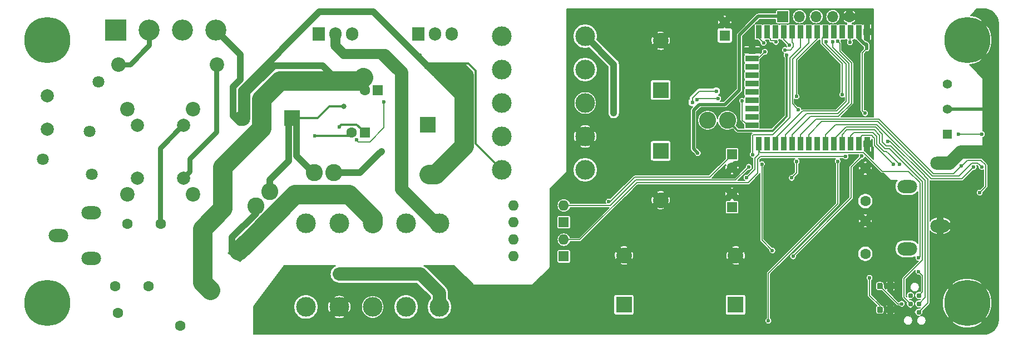
<source format=gbr>
G04 #@! TF.GenerationSoftware,KiCad,Pcbnew,5.1.4+dfsg1-1*
G04 #@! TF.CreationDate,2020-04-05T15:27:55+02:00*
G04 #@! TF.ProjectId,main,6d61696e-2e6b-4696-9361-645f70636258,rev?*
G04 #@! TF.SameCoordinates,Original*
G04 #@! TF.FileFunction,Copper,L1,Top*
G04 #@! TF.FilePolarity,Positive*
%FSLAX46Y46*%
G04 Gerber Fmt 4.6, Leading zero omitted, Abs format (unit mm)*
G04 Created by KiCad (PCBNEW 5.1.4+dfsg1-1) date 2020-04-05 15:27:55*
%MOMM*%
%LPD*%
G04 APERTURE LIST*
%ADD10C,0.100000*%
%ADD11C,0.875000*%
%ADD12O,1.700000X1.700000*%
%ADD13R,1.700000X1.700000*%
%ADD14C,0.784860*%
%ADD15C,1.600000*%
%ADD16C,1.400000*%
%ADD17R,1.400000X1.400000*%
%ADD18C,2.400000*%
%ADD19C,0.800000*%
%ADD20C,7.000000*%
%ADD21R,1.600000X1.600000*%
%ADD22O,1.905000X2.000000*%
%ADD23R,1.905000X2.000000*%
%ADD24O,3.000000X2.000000*%
%ADD25C,2.600000*%
%ADD26C,2.200000*%
%ADD27O,1.600000X1.600000*%
%ADD28C,2.000000*%
%ADD29R,0.900000X2.000000*%
%ADD30R,2.000000X0.900000*%
%ADD31R,5.000000X5.000000*%
%ADD32C,1.800000*%
%ADD33C,3.000000*%
%ADD34R,2.400000X2.400000*%
%ADD35R,3.200000X3.200000*%
%ADD36C,3.200000*%
%ADD37C,0.600000*%
%ADD38C,0.500000*%
%ADD39C,0.200000*%
%ADD40C,0.300000*%
%ADD41C,1.000000*%
%ADD42C,3.000000*%
%ADD43C,2.000000*%
%ADD44C,0.800000*%
%ADD45C,1.500000*%
%ADD46C,0.150000*%
G04 APERTURE END LIST*
D10*
G36*
X231952691Y-91936052D02*
G01*
X231973926Y-91939202D01*
X231994750Y-91944418D01*
X232014962Y-91951650D01*
X232034368Y-91960829D01*
X232052781Y-91971865D01*
X232070024Y-91984653D01*
X232085930Y-91999069D01*
X232100346Y-92014975D01*
X232113134Y-92032218D01*
X232124170Y-92050631D01*
X232133349Y-92070037D01*
X232140581Y-92090249D01*
X232145797Y-92111073D01*
X232148947Y-92132308D01*
X232150000Y-92153749D01*
X232150000Y-92666249D01*
X232148947Y-92687690D01*
X232145797Y-92708925D01*
X232140581Y-92729749D01*
X232133349Y-92749961D01*
X232124170Y-92769367D01*
X232113134Y-92787780D01*
X232100346Y-92805023D01*
X232085930Y-92820929D01*
X232070024Y-92835345D01*
X232052781Y-92848133D01*
X232034368Y-92859169D01*
X232014962Y-92868348D01*
X231994750Y-92875580D01*
X231973926Y-92880796D01*
X231952691Y-92883946D01*
X231931250Y-92884999D01*
X231493750Y-92884999D01*
X231472309Y-92883946D01*
X231451074Y-92880796D01*
X231430250Y-92875580D01*
X231410038Y-92868348D01*
X231390632Y-92859169D01*
X231372219Y-92848133D01*
X231354976Y-92835345D01*
X231339070Y-92820929D01*
X231324654Y-92805023D01*
X231311866Y-92787780D01*
X231300830Y-92769367D01*
X231291651Y-92749961D01*
X231284419Y-92729749D01*
X231279203Y-92708925D01*
X231276053Y-92687690D01*
X231275000Y-92666249D01*
X231275000Y-92153749D01*
X231276053Y-92132308D01*
X231279203Y-92111073D01*
X231284419Y-92090249D01*
X231291651Y-92070037D01*
X231300830Y-92050631D01*
X231311866Y-92032218D01*
X231324654Y-92014975D01*
X231339070Y-91999069D01*
X231354976Y-91984653D01*
X231372219Y-91971865D01*
X231390632Y-91960829D01*
X231410038Y-91951650D01*
X231430250Y-91944418D01*
X231451074Y-91939202D01*
X231472309Y-91936052D01*
X231493750Y-91934999D01*
X231931250Y-91934999D01*
X231952691Y-91936052D01*
X231952691Y-91936052D01*
G37*
D11*
X231712500Y-92409999D03*
D10*
G36*
X233527691Y-91936052D02*
G01*
X233548926Y-91939202D01*
X233569750Y-91944418D01*
X233589962Y-91951650D01*
X233609368Y-91960829D01*
X233627781Y-91971865D01*
X233645024Y-91984653D01*
X233660930Y-91999069D01*
X233675346Y-92014975D01*
X233688134Y-92032218D01*
X233699170Y-92050631D01*
X233708349Y-92070037D01*
X233715581Y-92090249D01*
X233720797Y-92111073D01*
X233723947Y-92132308D01*
X233725000Y-92153749D01*
X233725000Y-92666249D01*
X233723947Y-92687690D01*
X233720797Y-92708925D01*
X233715581Y-92729749D01*
X233708349Y-92749961D01*
X233699170Y-92769367D01*
X233688134Y-92787780D01*
X233675346Y-92805023D01*
X233660930Y-92820929D01*
X233645024Y-92835345D01*
X233627781Y-92848133D01*
X233609368Y-92859169D01*
X233589962Y-92868348D01*
X233569750Y-92875580D01*
X233548926Y-92880796D01*
X233527691Y-92883946D01*
X233506250Y-92884999D01*
X233068750Y-92884999D01*
X233047309Y-92883946D01*
X233026074Y-92880796D01*
X233005250Y-92875580D01*
X232985038Y-92868348D01*
X232965632Y-92859169D01*
X232947219Y-92848133D01*
X232929976Y-92835345D01*
X232914070Y-92820929D01*
X232899654Y-92805023D01*
X232886866Y-92787780D01*
X232875830Y-92769367D01*
X232866651Y-92749961D01*
X232859419Y-92729749D01*
X232854203Y-92708925D01*
X232851053Y-92687690D01*
X232850000Y-92666249D01*
X232850000Y-92153749D01*
X232851053Y-92132308D01*
X232854203Y-92111073D01*
X232859419Y-92090249D01*
X232866651Y-92070037D01*
X232875830Y-92050631D01*
X232886866Y-92032218D01*
X232899654Y-92014975D01*
X232914070Y-91999069D01*
X232929976Y-91984653D01*
X232947219Y-91971865D01*
X232965632Y-91960829D01*
X232985038Y-91951650D01*
X233005250Y-91944418D01*
X233026074Y-91939202D01*
X233047309Y-91936052D01*
X233068750Y-91934999D01*
X233506250Y-91934999D01*
X233527691Y-91936052D01*
X233527691Y-91936052D01*
G37*
D11*
X233287500Y-92409999D03*
D10*
G36*
X231952691Y-95526053D02*
G01*
X231973926Y-95529203D01*
X231994750Y-95534419D01*
X232014962Y-95541651D01*
X232034368Y-95550830D01*
X232052781Y-95561866D01*
X232070024Y-95574654D01*
X232085930Y-95589070D01*
X232100346Y-95604976D01*
X232113134Y-95622219D01*
X232124170Y-95640632D01*
X232133349Y-95660038D01*
X232140581Y-95680250D01*
X232145797Y-95701074D01*
X232148947Y-95722309D01*
X232150000Y-95743750D01*
X232150000Y-96256250D01*
X232148947Y-96277691D01*
X232145797Y-96298926D01*
X232140581Y-96319750D01*
X232133349Y-96339962D01*
X232124170Y-96359368D01*
X232113134Y-96377781D01*
X232100346Y-96395024D01*
X232085930Y-96410930D01*
X232070024Y-96425346D01*
X232052781Y-96438134D01*
X232034368Y-96449170D01*
X232014962Y-96458349D01*
X231994750Y-96465581D01*
X231973926Y-96470797D01*
X231952691Y-96473947D01*
X231931250Y-96475000D01*
X231493750Y-96475000D01*
X231472309Y-96473947D01*
X231451074Y-96470797D01*
X231430250Y-96465581D01*
X231410038Y-96458349D01*
X231390632Y-96449170D01*
X231372219Y-96438134D01*
X231354976Y-96425346D01*
X231339070Y-96410930D01*
X231324654Y-96395024D01*
X231311866Y-96377781D01*
X231300830Y-96359368D01*
X231291651Y-96339962D01*
X231284419Y-96319750D01*
X231279203Y-96298926D01*
X231276053Y-96277691D01*
X231275000Y-96256250D01*
X231275000Y-95743750D01*
X231276053Y-95722309D01*
X231279203Y-95701074D01*
X231284419Y-95680250D01*
X231291651Y-95660038D01*
X231300830Y-95640632D01*
X231311866Y-95622219D01*
X231324654Y-95604976D01*
X231339070Y-95589070D01*
X231354976Y-95574654D01*
X231372219Y-95561866D01*
X231390632Y-95550830D01*
X231410038Y-95541651D01*
X231430250Y-95534419D01*
X231451074Y-95529203D01*
X231472309Y-95526053D01*
X231493750Y-95525000D01*
X231931250Y-95525000D01*
X231952691Y-95526053D01*
X231952691Y-95526053D01*
G37*
D11*
X231712500Y-96000000D03*
D10*
G36*
X233527691Y-95526053D02*
G01*
X233548926Y-95529203D01*
X233569750Y-95534419D01*
X233589962Y-95541651D01*
X233609368Y-95550830D01*
X233627781Y-95561866D01*
X233645024Y-95574654D01*
X233660930Y-95589070D01*
X233675346Y-95604976D01*
X233688134Y-95622219D01*
X233699170Y-95640632D01*
X233708349Y-95660038D01*
X233715581Y-95680250D01*
X233720797Y-95701074D01*
X233723947Y-95722309D01*
X233725000Y-95743750D01*
X233725000Y-96256250D01*
X233723947Y-96277691D01*
X233720797Y-96298926D01*
X233715581Y-96319750D01*
X233708349Y-96339962D01*
X233699170Y-96359368D01*
X233688134Y-96377781D01*
X233675346Y-96395024D01*
X233660930Y-96410930D01*
X233645024Y-96425346D01*
X233627781Y-96438134D01*
X233609368Y-96449170D01*
X233589962Y-96458349D01*
X233569750Y-96465581D01*
X233548926Y-96470797D01*
X233527691Y-96473947D01*
X233506250Y-96475000D01*
X233068750Y-96475000D01*
X233047309Y-96473947D01*
X233026074Y-96470797D01*
X233005250Y-96465581D01*
X232985038Y-96458349D01*
X232965632Y-96449170D01*
X232947219Y-96438134D01*
X232929976Y-96425346D01*
X232914070Y-96410930D01*
X232899654Y-96395024D01*
X232886866Y-96377781D01*
X232875830Y-96359368D01*
X232866651Y-96339962D01*
X232859419Y-96319750D01*
X232854203Y-96298926D01*
X232851053Y-96277691D01*
X232850000Y-96256250D01*
X232850000Y-95743750D01*
X232851053Y-95722309D01*
X232854203Y-95701074D01*
X232859419Y-95680250D01*
X232866651Y-95660038D01*
X232875830Y-95640632D01*
X232886866Y-95622219D01*
X232899654Y-95604976D01*
X232914070Y-95589070D01*
X232929976Y-95574654D01*
X232947219Y-95561866D01*
X232965632Y-95550830D01*
X232985038Y-95541651D01*
X233005250Y-95534419D01*
X233026074Y-95529203D01*
X233047309Y-95526053D01*
X233068750Y-95525000D01*
X233506250Y-95525000D01*
X233527691Y-95526053D01*
X233527691Y-95526053D01*
G37*
D11*
X233287500Y-96000000D03*
D12*
X227085000Y-51450000D03*
X224545000Y-51450000D03*
X222005000Y-51450000D03*
X219465000Y-51450000D03*
D13*
X216925000Y-51450000D03*
D14*
X237635000Y-96370000D03*
X236365000Y-96370000D03*
X237635000Y-95100000D03*
X236365000Y-95100000D03*
X237635000Y-93830000D03*
X236365000Y-93830000D03*
D15*
X115300000Y-92450000D03*
X117200000Y-82950000D03*
X115750000Y-96500000D03*
X125250000Y-98400000D03*
X120400000Y-92450000D03*
X122300000Y-82950000D03*
D16*
X241975000Y-61690000D03*
X241975000Y-65500000D03*
D17*
X241975000Y-69310000D03*
D18*
X129798177Y-93243640D03*
X134100000Y-87100000D03*
D10*
G36*
X133805309Y-85428726D02*
G01*
X135771274Y-86805309D01*
X134394691Y-88771274D01*
X132428726Y-87394691D01*
X133805309Y-85428726D01*
X133805309Y-85428726D01*
G37*
D19*
X246856155Y-53143845D03*
X245000000Y-52375000D03*
X243143845Y-53143845D03*
X242375000Y-55000000D03*
X243143845Y-56856155D03*
X245000000Y-57625000D03*
X246856155Y-56856155D03*
X247625000Y-55000000D03*
D20*
X245000000Y-55000000D03*
D19*
X246856155Y-93143845D03*
X245000000Y-92375000D03*
X243143845Y-93143845D03*
X242375000Y-95000000D03*
X243143845Y-96856155D03*
X245000000Y-97625000D03*
X246856155Y-96856155D03*
X247625000Y-95000000D03*
D20*
X245000000Y-95000000D03*
D19*
X106856155Y-93143845D03*
X105000000Y-92375000D03*
X103143845Y-93143845D03*
X102375000Y-95000000D03*
X103143845Y-96856155D03*
X105000000Y-97625000D03*
X106856155Y-96856155D03*
X107625000Y-95000000D03*
D20*
X105000000Y-95000000D03*
D19*
X106856155Y-53143845D03*
X105000000Y-52375000D03*
X103143845Y-53143845D03*
X102375000Y-55000000D03*
X103143845Y-56856155D03*
X105000000Y-57625000D03*
X106856155Y-56856155D03*
X107625000Y-55000000D03*
D20*
X105000000Y-55000000D03*
D15*
X151300000Y-69100000D03*
D21*
X153300000Y-69100000D03*
D22*
X166580000Y-54100000D03*
X164040000Y-54100000D03*
D23*
X161500000Y-54100000D03*
D22*
X151380000Y-54100000D03*
X148840000Y-54100000D03*
D23*
X146300000Y-54100000D03*
D24*
X235875000Y-86750000D03*
X240875000Y-83250000D03*
X235875000Y-77250000D03*
X240875000Y-73750000D03*
X111650000Y-81220000D03*
X106650000Y-84720000D03*
X111650000Y-88220000D03*
D25*
X205500000Y-67200000D03*
X208500000Y-67200000D03*
D15*
X209200000Y-78400000D03*
D21*
X209200000Y-80400000D03*
D15*
X209200000Y-74400000D03*
D21*
X209200000Y-72400000D03*
D15*
X208100000Y-52300000D03*
D21*
X208100000Y-54300000D03*
D26*
X130800000Y-58700000D03*
X115800000Y-58700000D03*
D15*
X229500000Y-82500000D03*
X229500000Y-87500000D03*
X229500000Y-74500000D03*
X229500000Y-79500000D03*
D27*
X175980000Y-87900000D03*
X183600000Y-85360000D03*
X175980000Y-85360000D03*
D21*
X183600000Y-87900000D03*
D27*
X175980000Y-82700000D03*
X183600000Y-80160000D03*
X175980000Y-80160000D03*
D21*
X183600000Y-82700000D03*
D28*
X104990000Y-68580000D03*
X105000000Y-63500000D03*
D29*
X229755000Y-70775000D03*
X228485000Y-70775000D03*
X227215000Y-70775000D03*
X225945000Y-70775000D03*
X224675000Y-70775000D03*
X223405000Y-70775000D03*
X222135000Y-70775000D03*
X220865000Y-70775000D03*
X219595000Y-70775000D03*
X218325000Y-70775000D03*
X217055000Y-70775000D03*
X215785000Y-70775000D03*
X214515000Y-70775000D03*
X213245000Y-70775000D03*
D30*
X212245000Y-67990000D03*
X212245000Y-66720000D03*
X212245000Y-65450000D03*
X212245000Y-64180000D03*
X212245000Y-62910000D03*
X212245000Y-61640000D03*
X212245000Y-60370000D03*
X212245000Y-59100000D03*
X212245000Y-57830000D03*
X212245000Y-56560000D03*
D29*
X213245000Y-53775000D03*
X214515000Y-53775000D03*
X215785000Y-53775000D03*
X217055000Y-53775000D03*
X218325000Y-53775000D03*
X219595000Y-53775000D03*
X220865000Y-53775000D03*
X222135000Y-53775000D03*
X223405000Y-53775000D03*
X224675000Y-53775000D03*
X225945000Y-53775000D03*
X227215000Y-53775000D03*
X228485000Y-53775000D03*
X229755000Y-53775000D03*
D31*
X222255000Y-61275000D03*
D32*
X112800000Y-61400000D03*
X111400000Y-68900000D03*
X104300000Y-73140000D03*
X111800000Y-75440000D03*
D25*
X138821320Y-78078680D03*
X136700000Y-80200000D03*
D26*
X117200000Y-65500000D03*
X127200000Y-65500000D03*
X127200000Y-78500000D03*
X117200000Y-78500000D03*
D28*
X118700000Y-68000000D03*
X125700000Y-68000000D03*
X125700000Y-76000000D03*
X118700000Y-76000000D03*
D25*
X145600000Y-75200000D03*
X148600000Y-75200000D03*
D33*
X164670000Y-95590000D03*
X154510000Y-95590000D03*
X159590000Y-95590000D03*
X149430000Y-95590000D03*
X144350000Y-95590000D03*
X144350000Y-82890000D03*
X149430000Y-82890000D03*
X164670000Y-82890000D03*
X159590000Y-82890000D03*
X154510000Y-82890000D03*
D18*
X209750000Y-87750000D03*
D34*
X209750000Y-95250000D03*
D18*
X192750000Y-87750000D03*
D34*
X192750000Y-95250000D03*
D15*
X153300000Y-62600000D03*
D21*
X155300000Y-62600000D03*
D18*
X198350000Y-79350000D03*
D34*
X198350000Y-71850000D03*
D18*
X198350000Y-55100000D03*
D34*
X198350000Y-62600000D03*
D33*
X186850000Y-54420000D03*
X186850000Y-64580000D03*
X186850000Y-59500000D03*
X186850000Y-69660000D03*
X186850000Y-74740000D03*
X174150000Y-74740000D03*
X174150000Y-69660000D03*
X174150000Y-54420000D03*
X174150000Y-59500000D03*
X174150000Y-64580000D03*
D35*
X115420000Y-53500000D03*
D36*
X120500000Y-53500000D03*
X125580000Y-53500000D03*
X130660000Y-53500000D03*
D18*
X162900000Y-75400000D03*
D34*
X162900000Y-67900000D03*
D18*
X134700000Y-66900000D03*
D34*
X142200000Y-66900000D03*
D37*
X229650000Y-55650000D03*
X204000000Y-72200000D03*
X229699994Y-56300000D03*
X229461979Y-66138021D03*
X190450000Y-79550000D03*
X217500000Y-57300000D03*
D19*
X150100000Y-65100000D03*
D37*
X152100000Y-60000000D03*
X153000000Y-59500000D03*
X153900000Y-60000000D03*
X151500000Y-60000000D03*
X152700000Y-60000000D03*
X153300000Y-60000000D03*
X166000000Y-60000000D03*
X166000000Y-59400000D03*
X167500000Y-58900000D03*
X164500000Y-58900000D03*
X166900000Y-58900000D03*
X166300000Y-58900000D03*
X165700000Y-58900000D03*
X165100000Y-58900000D03*
X161687900Y-57269246D03*
X145700000Y-69600000D03*
X237575725Y-88125745D03*
X237600000Y-90200000D03*
X211400000Y-75900000D03*
X227150000Y-55350000D03*
X232950000Y-70400000D03*
X210744998Y-64250000D03*
X214200000Y-56800000D03*
X214000000Y-55450000D03*
X215865000Y-55300000D03*
X219700000Y-64900000D03*
X211300000Y-70800000D03*
X216800000Y-63400000D03*
X204500000Y-60250000D03*
X203500000Y-60250000D03*
X204000000Y-61000000D03*
X203000000Y-61000000D03*
X205000000Y-61000000D03*
X205000000Y-59500000D03*
X204000000Y-59500000D03*
X203000000Y-59500000D03*
X220500000Y-63000000D03*
X224500000Y-63000000D03*
X223500000Y-63000000D03*
X222500000Y-63000000D03*
X224000000Y-62000000D03*
X221500000Y-63000000D03*
X223000000Y-62000000D03*
X222000000Y-62000000D03*
X221000000Y-62000000D03*
X224500000Y-61000000D03*
X223500000Y-61000000D03*
X222500000Y-61000000D03*
X221500000Y-61000000D03*
X220500000Y-61000000D03*
X221000000Y-60000000D03*
X222000000Y-60000000D03*
X223000000Y-60000000D03*
X224000000Y-60000000D03*
X224500000Y-59000000D03*
X223500000Y-59000000D03*
X222500000Y-59000000D03*
X221500000Y-59000000D03*
X215300000Y-56400000D03*
X216700000Y-56000000D03*
X215100000Y-61400000D03*
X215900000Y-60500000D03*
X222000000Y-56200000D03*
X229600000Y-58000000D03*
X230000000Y-63400000D03*
X228200000Y-61200000D03*
X212800000Y-55500000D03*
X207000000Y-68600000D03*
X207300000Y-70500000D03*
X204300000Y-68700000D03*
X202200000Y-71700000D03*
X197900000Y-75100000D03*
X200200000Y-67600000D03*
X202100000Y-67600000D03*
X200700000Y-63000000D03*
X197300000Y-58100000D03*
X200900000Y-55900000D03*
X207600000Y-58700000D03*
X206100000Y-55900000D03*
X191600000Y-56600000D03*
X192700000Y-63300000D03*
X191200000Y-72600000D03*
X194200000Y-70000000D03*
X196300000Y-69400000D03*
X194100000Y-72900000D03*
X194000000Y-83700000D03*
X191200000Y-77700000D03*
X185500000Y-78800000D03*
X187200000Y-82900000D03*
X185000000Y-84100000D03*
X191200000Y-81700000D03*
X185600000Y-89300000D03*
X174700000Y-93100000D03*
X185100000Y-93200000D03*
X196700000Y-92700000D03*
X208600000Y-91300000D03*
X212000000Y-87600000D03*
X215500000Y-88200000D03*
X216100000Y-92000000D03*
X212900000Y-97000000D03*
X218600000Y-99000000D03*
X223500000Y-97800000D03*
X229600000Y-95900000D03*
X227900000Y-92400000D03*
X234900000Y-89200000D03*
X234500000Y-93600000D03*
X234500000Y-97600000D03*
X240200000Y-90700000D03*
X241400000Y-86100000D03*
X240700000Y-79100000D03*
X240200000Y-77300000D03*
X244300000Y-78300000D03*
X246300000Y-79000000D03*
X248200000Y-78400000D03*
X248700000Y-64800000D03*
X236300000Y-79500000D03*
X232400000Y-79700000D03*
X236200000Y-83600000D03*
X236900000Y-85100000D03*
X227900000Y-86100000D03*
X222800000Y-86200000D03*
X228700000Y-77000000D03*
X231600000Y-75500000D03*
X215400000Y-81300000D03*
X217200000Y-76700000D03*
X220300000Y-83000000D03*
X215100000Y-74700000D03*
X211500000Y-77500000D03*
X211600000Y-79700000D03*
X215400000Y-83300000D03*
X212700000Y-83300000D03*
X226700000Y-77500000D03*
X226600000Y-74800000D03*
X222700000Y-74900000D03*
X226100000Y-73400000D03*
X228100000Y-72700000D03*
X230500000Y-72500000D03*
X209050000Y-62450000D03*
X211350000Y-55400000D03*
X215050000Y-52250000D03*
X228250000Y-64100000D03*
X226350000Y-56450000D03*
X149400000Y-68200000D03*
X152045509Y-70165014D03*
X156250034Y-64400000D03*
X191200000Y-65600000D03*
X191200000Y-66100000D03*
X149450000Y-90100000D03*
X148950000Y-90100000D03*
X149450000Y-91100000D03*
X148950000Y-91100000D03*
X148700000Y-90600000D03*
X149700000Y-90600000D03*
X149200000Y-90600000D03*
X215350000Y-87000000D03*
X213750000Y-73850000D03*
X212338949Y-72410573D03*
X214750000Y-97700000D03*
X225275000Y-73425000D03*
X219300000Y-65600000D03*
X207100000Y-63900000D03*
X203850000Y-64050000D03*
X203159192Y-64453470D03*
X206800000Y-62800000D03*
X211769619Y-74280381D03*
X226500000Y-72700000D03*
X234713235Y-73900000D03*
X219050000Y-73475000D03*
X218275979Y-75961959D03*
X219000021Y-63575000D03*
X233750735Y-73900000D03*
X218500000Y-87900000D03*
X225999980Y-63300000D03*
X228972168Y-72650000D03*
D19*
X155400000Y-72400000D03*
X155900000Y-71900000D03*
D37*
X243650000Y-69300000D03*
X247250000Y-69300000D03*
X217950000Y-55800000D03*
X217257472Y-56501725D03*
X244100000Y-74150000D03*
X246900000Y-78199996D03*
X245999988Y-74292635D03*
X247199990Y-74300000D03*
X225300000Y-55200000D03*
X224500000Y-55225022D03*
X223550000Y-55225012D03*
X230150000Y-91150000D03*
X235050000Y-95100000D03*
D38*
X229600000Y-55600000D02*
X229650000Y-55650000D01*
X213209998Y-51375000D02*
X216875000Y-51375000D01*
X210350000Y-62600000D02*
X210350000Y-54234998D01*
X210350000Y-54234998D02*
X213209998Y-51375000D01*
X203350000Y-71550000D02*
X203350000Y-65700000D01*
X204000000Y-72200000D02*
X203350000Y-71550000D01*
X216875000Y-51375000D02*
X216925000Y-51425000D01*
X203350000Y-65700000D02*
X204250000Y-64800000D01*
X204250000Y-64800000D02*
X208150000Y-64800000D01*
X208150000Y-64800000D02*
X210350000Y-62600000D01*
X229699994Y-55699994D02*
X229699994Y-55875736D01*
X229699994Y-55875736D02*
X229699994Y-56300000D01*
X229600000Y-55600000D02*
X229699994Y-55699994D01*
X229600000Y-55600000D02*
X229400000Y-55600000D01*
X228450000Y-54650000D02*
X228450000Y-54150000D01*
X229400000Y-55600000D02*
X228450000Y-54650000D01*
D39*
X229049999Y-56950001D02*
X229700000Y-56300000D01*
X229049999Y-65749999D02*
X229049999Y-56950001D01*
X229461979Y-66138021D02*
X229438021Y-66138021D01*
X229438021Y-66138021D02*
X229049999Y-65749999D01*
X205800000Y-75850000D02*
X208750000Y-72900000D01*
X194400000Y-75850000D02*
X205800000Y-75850000D01*
X190450000Y-79550000D02*
X190700000Y-79550000D01*
X208750000Y-72900000D02*
X208750000Y-72650000D01*
X190700000Y-79550000D02*
X194400000Y-75850000D01*
D40*
X210090001Y-68790001D02*
X210964999Y-68790001D01*
X208500000Y-67200000D02*
X210090001Y-68790001D01*
X213525001Y-68790001D02*
X213535000Y-68800000D01*
X210964999Y-68790001D02*
X213525001Y-68790001D01*
X213535000Y-68800000D02*
X215363590Y-68800000D01*
X215363590Y-68800000D02*
X217549990Y-66613600D01*
X217549990Y-66613600D02*
X217549990Y-57800000D01*
X217549990Y-57800000D02*
X217549990Y-57350010D01*
X217549990Y-57350010D02*
X217600000Y-57300000D01*
D41*
X115420000Y-53500000D02*
X115420000Y-53700000D01*
X142900000Y-72600000D02*
X145600000Y-75300000D01*
X142200000Y-66900000D02*
X142900000Y-67600000D01*
X142900000Y-67600000D02*
X142900000Y-72600000D01*
X141700000Y-67800000D02*
X142300000Y-67200000D01*
X141700000Y-73361523D02*
X141700000Y-67800000D01*
X138821320Y-78078680D02*
X138821320Y-76240203D01*
X138821320Y-76240203D02*
X141700000Y-73361523D01*
D40*
X146100000Y-66900000D02*
X142200000Y-66900000D01*
X150100000Y-65100000D02*
X147900000Y-65100000D01*
X147900000Y-65100000D02*
X146100000Y-66900000D01*
D42*
X164106602Y-75400000D02*
X168400000Y-71106602D01*
X163100000Y-75400000D02*
X164106602Y-75400000D01*
X165806602Y-59900000D02*
X165200000Y-59900000D01*
X168400000Y-71106602D02*
X168400000Y-61793398D01*
X168400000Y-62493398D02*
X165806602Y-59900000D01*
X165200000Y-59900000D02*
X166800000Y-59900000D01*
D43*
X166000000Y-59400000D02*
X166424264Y-59400000D01*
X166424264Y-59400000D02*
X168000000Y-59400000D01*
X168000000Y-59400000D02*
X168900000Y-60300000D01*
X168900000Y-60300000D02*
X168900000Y-62200000D01*
X166000000Y-59400000D02*
X165400000Y-59400000D01*
X165400000Y-59400000D02*
X164700000Y-60100000D01*
X164700000Y-60100000D02*
X168000000Y-63400000D01*
D42*
X137600000Y-64000000D02*
X140400000Y-61200000D01*
X137600000Y-68400000D02*
X137600000Y-64000000D01*
X131700000Y-74300000D02*
X137600000Y-68400000D01*
X152600000Y-61200000D02*
X153100000Y-60700000D01*
X140400000Y-61200000D02*
X152600000Y-61200000D01*
X131700000Y-80600000D02*
X131700000Y-74300000D01*
X128598178Y-91843641D02*
X128598178Y-85901822D01*
X129798177Y-93043640D02*
X128598178Y-91843641D01*
X128600000Y-83700000D02*
X131700000Y-80600000D01*
X128598178Y-85901822D02*
X128600000Y-85900000D01*
X128600000Y-85900000D02*
X128600000Y-83700000D01*
D41*
X146900000Y-58900000D02*
X148800000Y-60800000D01*
X139500000Y-58900000D02*
X146900000Y-58900000D01*
X134900000Y-67100000D02*
X135000000Y-67100000D01*
X134700000Y-66900000D02*
X134900000Y-67100000D01*
X135000000Y-67100000D02*
X135400000Y-66700000D01*
X135400000Y-63000000D02*
X139500000Y-58900000D01*
X135400000Y-66700000D02*
X135400000Y-63000000D01*
X133300000Y-66500000D02*
X134300000Y-67500000D01*
X133300000Y-62100000D02*
X133300000Y-66500000D01*
X134400000Y-61000000D02*
X133300000Y-62100000D01*
X130660000Y-53500000D02*
X134400000Y-57240000D01*
X134400000Y-57240000D02*
X134400000Y-61000000D01*
D40*
X174150000Y-74740000D02*
X170200000Y-70790000D01*
X170200000Y-70790000D02*
X170200000Y-59700000D01*
X170200000Y-59700000D02*
X169100000Y-58600000D01*
X169100000Y-58600000D02*
X166600000Y-58600000D01*
X145700000Y-69600000D02*
X150800000Y-69600000D01*
X150800000Y-69600000D02*
X151300000Y-69100000D01*
D41*
X164000000Y-60100000D02*
X164200000Y-60100000D01*
X134500000Y-66700000D02*
X134500000Y-62600000D01*
X154625010Y-50725010D02*
X164000000Y-60100000D01*
X134700000Y-66900000D02*
X134500000Y-66700000D01*
X134500000Y-62600000D02*
X146374990Y-50725010D01*
X146374990Y-50725010D02*
X154625010Y-50725010D01*
X162900000Y-58900000D02*
X162800000Y-59000000D01*
X167500000Y-58900000D02*
X162900000Y-58900000D01*
D39*
X237600000Y-90200000D02*
X238199980Y-90799980D01*
X238199980Y-90799980D02*
X238199980Y-93300020D01*
X238199980Y-93300020D02*
X237650000Y-93850000D01*
X213300000Y-72325000D02*
X213300000Y-71850000D01*
X211400000Y-75900000D02*
X212650000Y-74650000D01*
X212650000Y-74650000D02*
X212650000Y-72975000D01*
X212650000Y-72975000D02*
X213300000Y-72325000D01*
X237700000Y-88001470D02*
X237575725Y-88125745D01*
X213245000Y-71800000D02*
X213545000Y-72100000D01*
X213545000Y-72100000D02*
X229200000Y-72100000D01*
X213245000Y-70600000D02*
X213245000Y-71800000D01*
X229200000Y-72100000D02*
X232050000Y-74950000D01*
X232050000Y-74950000D02*
X236059302Y-74950000D01*
X236059302Y-74950000D02*
X237799969Y-76690667D01*
X237799969Y-76690667D02*
X237799969Y-87925031D01*
X237799969Y-87925031D02*
X237600000Y-88125000D01*
X227150000Y-55350000D02*
X227150000Y-53650000D01*
X238475000Y-75625000D02*
X239000000Y-76150000D01*
X239000000Y-95000000D02*
X237650000Y-96350000D01*
X239000000Y-76150000D02*
X239000000Y-95000000D01*
X233250000Y-70400000D02*
X232900000Y-70400000D01*
X238550000Y-75700000D02*
X233250000Y-70400000D01*
X211225000Y-67650000D02*
X211400000Y-67650000D01*
X210744998Y-64250000D02*
X210744998Y-67169998D01*
X210744998Y-67169998D02*
X211225000Y-67650000D01*
X213900001Y-57099999D02*
X214200000Y-56800000D01*
X213400000Y-57600000D02*
X213900001Y-57099999D01*
X212700000Y-57600000D02*
X213400000Y-57600000D01*
X214000000Y-55450000D02*
X213250000Y-54700000D01*
X213250000Y-54700000D02*
X213250000Y-53900000D01*
X215084999Y-54975001D02*
X215084999Y-54834999D01*
X215665000Y-55100000D02*
X215100000Y-55100000D01*
X215865000Y-55300000D02*
X215665000Y-55100000D01*
X215100000Y-55100000D02*
X215100000Y-54990002D01*
X215084999Y-54834999D02*
X214550000Y-54300000D01*
X215100000Y-54990002D02*
X215084999Y-54975001D01*
D38*
X241975000Y-65500000D02*
X249000000Y-65500000D01*
D43*
X240875000Y-73750000D02*
X240925000Y-73700000D01*
X240925000Y-73700000D02*
X242300000Y-73700000D01*
X244007386Y-71992614D02*
X244468895Y-71992614D01*
X242300000Y-73700000D02*
X244007386Y-71992614D01*
X244468895Y-71992614D02*
X247900000Y-71992614D01*
D38*
X220500000Y-59000000D02*
X220200000Y-58700000D01*
X220200000Y-58700000D02*
X219800000Y-58700000D01*
X219800000Y-58700000D02*
X219600000Y-58900000D01*
X219700022Y-63238999D02*
X219700022Y-63899978D01*
X219600000Y-58900000D02*
X219600000Y-63138977D01*
X219600000Y-63138977D02*
X219700022Y-63238999D01*
X219700022Y-63899978D02*
X219700044Y-63900000D01*
X219700044Y-63900000D02*
X224800000Y-63900000D01*
X224800000Y-63900000D02*
X224800000Y-58800000D01*
X224800000Y-58800000D02*
X224700000Y-58800000D01*
X224700000Y-58800000D02*
X224600000Y-58700000D01*
X224600000Y-58700000D02*
X220500000Y-58700000D01*
D40*
X152100001Y-67900001D02*
X149699999Y-67900001D01*
X149699999Y-67900001D02*
X149400000Y-68200000D01*
X152700000Y-68500000D02*
X152100001Y-67900001D01*
D39*
X152345508Y-70465013D02*
X154074989Y-70465013D01*
X156250034Y-68289968D02*
X156250034Y-64824264D01*
X152045509Y-70165014D02*
X152345508Y-70465013D01*
X154074989Y-70465013D02*
X156250034Y-68289968D01*
X156250034Y-64824264D02*
X156250034Y-64400000D01*
D41*
X191200000Y-65600000D02*
X191200000Y-65175736D01*
X191200000Y-65175736D02*
X191200000Y-58700000D01*
X191200000Y-58700000D02*
X187000000Y-54500000D01*
X191200000Y-65600000D02*
X191200000Y-66100000D01*
D43*
X164670000Y-93468680D02*
X161801320Y-90600000D01*
X164670000Y-95590000D02*
X164670000Y-93468680D01*
X161801320Y-90600000D02*
X149400000Y-90600000D01*
D39*
X215350000Y-87000000D02*
X213750000Y-85400000D01*
X213750000Y-85400000D02*
X213750000Y-74274264D01*
X213750000Y-74274264D02*
X213750000Y-73850000D01*
X212350000Y-72234301D02*
X212342150Y-72242151D01*
X212350000Y-72234301D02*
X212350000Y-72300000D01*
X212350000Y-72300000D02*
X212325000Y-72325000D01*
X212350000Y-69504998D02*
X212350000Y-72234301D01*
X219595000Y-56105000D02*
X218000000Y-57700000D01*
X219595000Y-53600000D02*
X219595000Y-56105000D01*
X218000000Y-57700000D02*
X218000000Y-66800000D01*
X218000000Y-66800000D02*
X215400000Y-69400000D01*
X212454998Y-69400000D02*
X212350000Y-69504998D01*
X215400000Y-69400000D02*
X212454998Y-69400000D01*
X225275000Y-79925000D02*
X225275000Y-73849264D01*
X225275000Y-73849264D02*
X225275000Y-73425000D01*
X214750000Y-90450000D02*
X225275000Y-79925000D01*
X214750000Y-97700000D02*
X214750000Y-90450000D01*
X219000001Y-65300001D02*
X219300000Y-65600000D01*
X220875000Y-53650000D02*
X220875000Y-55390700D01*
X218400011Y-57865689D02*
X218400011Y-64700011D01*
X218400011Y-64700011D02*
X219000001Y-65300001D01*
X220875000Y-55390700D02*
X218400011Y-57865689D01*
X207100000Y-63900000D02*
X204000000Y-63900000D01*
X204000000Y-63900000D02*
X203850000Y-64050000D01*
X204211998Y-62800000D02*
X206800000Y-62800000D01*
X203159192Y-64453470D02*
X203159192Y-63852806D01*
X203159192Y-63852806D02*
X204211998Y-62800000D01*
X211769619Y-74280381D02*
X211469620Y-74580380D01*
X211469620Y-74580380D02*
X209750000Y-76300000D01*
X209750000Y-76300000D02*
X194550000Y-76300000D01*
X194550000Y-76300000D02*
X190700000Y-80150000D01*
X190700000Y-80150000D02*
X183650000Y-80150000D01*
X183600000Y-85360000D02*
X186055698Y-85360000D01*
X213490700Y-72700000D02*
X226075736Y-72700000D01*
X194715688Y-76700010D02*
X211649990Y-76700010D01*
X211649990Y-76700010D02*
X213100000Y-75250000D01*
X213100000Y-75250000D02*
X213100000Y-73090700D01*
X213100000Y-73090700D02*
X213490700Y-72700000D01*
X186055698Y-85360000D02*
X194715688Y-76700010D01*
X226075736Y-72700000D02*
X226500000Y-72700000D01*
X234650000Y-73836765D02*
X234636765Y-73836765D01*
X234713235Y-73900000D02*
X234650000Y-73836765D01*
X234636765Y-73836765D02*
X233050000Y-72250000D01*
X227715011Y-69074989D02*
X228899310Y-69074989D01*
X227215000Y-70775000D02*
X227215000Y-69575000D01*
X227215000Y-69575000D02*
X227715011Y-69074989D01*
X228899310Y-69074989D02*
X230409291Y-69074989D01*
X230674989Y-69074989D02*
X231249990Y-69649990D01*
X230409291Y-69074989D02*
X230674989Y-69074989D01*
X231249990Y-70815689D02*
X231600000Y-71165699D01*
X231249990Y-69649990D02*
X231249990Y-70815689D01*
X232334300Y-71899998D02*
X232699998Y-71899998D01*
X231600000Y-71165699D02*
X232334300Y-71899998D01*
X232699998Y-71899998D02*
X233050000Y-72250000D01*
X219050000Y-73475000D02*
X219050000Y-75187938D01*
X219050000Y-75187938D02*
X218275979Y-75961959D01*
X222125000Y-54850000D02*
X219000021Y-57974979D01*
X222125000Y-54050000D02*
X222125000Y-54850000D01*
X219000021Y-57974979D02*
X219000021Y-63150736D01*
X219000021Y-63150736D02*
X219000021Y-63575000D01*
X232168611Y-72317876D02*
X233750735Y-73900000D01*
X231084302Y-71215699D02*
X232168611Y-72300008D01*
X230650000Y-69750000D02*
X230849980Y-69949980D01*
X230650000Y-69679998D02*
X230650000Y-69750000D01*
X229064999Y-69474999D02*
X230445001Y-69474999D01*
X228485000Y-70775000D02*
X228485000Y-70054998D01*
X230849980Y-69949980D02*
X230849980Y-70981378D01*
X232168611Y-72300008D02*
X232168611Y-72317876D01*
X230849980Y-70981378D02*
X231084302Y-71215699D01*
X228485000Y-70054998D02*
X229064999Y-69474999D01*
X230445001Y-69474999D02*
X230650000Y-69679998D01*
X227350000Y-74272168D02*
X228672169Y-72949999D01*
X227350000Y-79000000D02*
X227350000Y-74272168D01*
X218500000Y-87850000D02*
X227350000Y-79000000D01*
X228672169Y-72949999D02*
X228972168Y-72650000D01*
X225999980Y-63300000D02*
X225999980Y-58584950D01*
X225999980Y-58584950D02*
X222949999Y-55534969D01*
X222949999Y-54700001D02*
X223525000Y-54125000D01*
X222949999Y-55534969D02*
X222949999Y-54700001D01*
D41*
X148600000Y-75200000D02*
X152600000Y-75200000D01*
X152600000Y-75200000D02*
X155400000Y-72400000D01*
X155400000Y-72400000D02*
X155900000Y-71900000D01*
D44*
X130700000Y-58800000D02*
X130800000Y-58700000D01*
X126699999Y-73000001D02*
X130700000Y-69000000D01*
X130700000Y-69000000D02*
X130700000Y-58800000D01*
X125700000Y-76000000D02*
X126699999Y-75000001D01*
X126699999Y-75000001D02*
X126699999Y-73000001D01*
X120500000Y-55762741D02*
X117562741Y-58700000D01*
X120500000Y-53500000D02*
X120500000Y-55762741D01*
X117562741Y-58700000D02*
X115700000Y-58700000D01*
X122200000Y-71400000D02*
X125600000Y-68000000D01*
X122400000Y-83000000D02*
X122200000Y-82800000D01*
X122200000Y-82800000D02*
X122200000Y-71400000D01*
D42*
X150184001Y-78500001D02*
X142671555Y-78500001D01*
X142671555Y-78500001D02*
X135800000Y-85371556D01*
X135800000Y-85371556D02*
X134135778Y-87035778D01*
X150870000Y-78500000D02*
X149800000Y-78500000D01*
X154490000Y-82900000D02*
X154490000Y-82120000D01*
X154490000Y-82120000D02*
X150870000Y-78500000D01*
D41*
X133100000Y-85000000D02*
X133100000Y-87200000D01*
X136700000Y-80200000D02*
X136700000Y-81400000D01*
X136700000Y-81400000D02*
X133100000Y-85000000D01*
D45*
X148840000Y-54100000D02*
X148840000Y-55840000D01*
X148840000Y-55840000D02*
X149000000Y-56000000D01*
X156400000Y-57100000D02*
X156500000Y-57200000D01*
X148900000Y-55900000D02*
X150100000Y-57100000D01*
X155200000Y-57100000D02*
X155700000Y-57100000D01*
X155200000Y-57100000D02*
X156400000Y-57100000D01*
X150100000Y-57100000D02*
X155200000Y-57100000D01*
X155700000Y-57100000D02*
X156400000Y-57800000D01*
X156400000Y-57800000D02*
X158800000Y-60200000D01*
X158800000Y-60200000D02*
X158800000Y-60500000D01*
D43*
X164700000Y-82900000D02*
X164100000Y-82900000D01*
X158900000Y-77700000D02*
X158900000Y-59900000D01*
X164100000Y-82900000D02*
X158900000Y-77700000D01*
X158900000Y-59900000D02*
X156400000Y-57400000D01*
D39*
X243650000Y-69300000D02*
X247250000Y-69300000D01*
X217650001Y-55500001D02*
X217950000Y-55800000D01*
X217050000Y-54900000D02*
X217650001Y-55500001D01*
X217050000Y-53850000D02*
X217050000Y-54900000D01*
X218500001Y-56064001D02*
X218064002Y-56500000D01*
X218325000Y-53775000D02*
X218325000Y-55360998D01*
X218500001Y-55535999D02*
X218500001Y-56064001D01*
X218325000Y-55360998D02*
X218500001Y-55535999D01*
X218064002Y-56500000D02*
X217250000Y-56500000D01*
X219595000Y-69400000D02*
X221995000Y-67000000D01*
X231575000Y-67000000D02*
X239874980Y-75299980D01*
X239874980Y-75299980D02*
X242950020Y-75299980D01*
X242950020Y-75299980D02*
X244100000Y-74150000D01*
X219595000Y-70600000D02*
X219595000Y-69400000D01*
X221995000Y-67000000D02*
X231575000Y-67000000D01*
X247800000Y-77299996D02*
X247199999Y-77899997D01*
X247800000Y-74000000D02*
X247800000Y-77299996D01*
X245007376Y-73292624D02*
X247092624Y-73292624D01*
X244150000Y-74150000D02*
X245007376Y-73292624D01*
X247199999Y-77899997D02*
X246900000Y-78199996D01*
X247092624Y-73292624D02*
X247800000Y-74000000D01*
X224955022Y-67849978D02*
X231265678Y-67849978D01*
X223405000Y-70600000D02*
X223405000Y-69400000D01*
X245699989Y-74592634D02*
X245999988Y-74292635D01*
X239515701Y-76100001D02*
X244192622Y-76100001D01*
X231265678Y-67849978D02*
X239515701Y-76100001D01*
X223405000Y-69400000D02*
X224955022Y-67849978D01*
X244192622Y-76100001D02*
X245699989Y-74592634D01*
X239699990Y-75699990D02*
X243715264Y-75699990D01*
X243715264Y-75699990D02*
X245722620Y-73692634D01*
X222865000Y-67400000D02*
X231400000Y-67400000D01*
X220865000Y-70600000D02*
X220865000Y-69400000D01*
X245722620Y-73692634D02*
X246592624Y-73692634D01*
X220865000Y-69400000D02*
X222865000Y-67400000D01*
X246592624Y-73692634D02*
X246899991Y-74000001D01*
X246899991Y-74000001D02*
X247199990Y-74300000D01*
X231400000Y-67400000D02*
X239699990Y-75699990D01*
X238599990Y-76324990D02*
X238599990Y-94150010D01*
X232810680Y-71099978D02*
X233374978Y-71099978D01*
X233374978Y-71099978D02*
X238599990Y-76324990D01*
X238599990Y-94150010D02*
X237650000Y-95100000D01*
X226529311Y-68249989D02*
X231015689Y-68249989D01*
X231015689Y-68249989D02*
X232100000Y-69334300D01*
X232699979Y-71099979D02*
X232815689Y-71099979D01*
X232100000Y-69334300D02*
X232100000Y-70500000D01*
X232100000Y-70500000D02*
X232699979Y-71099979D01*
X232815689Y-71099979D02*
X232900000Y-71099979D01*
X224675000Y-70104300D02*
X226529311Y-68249989D01*
X224675000Y-70600000D02*
X224675000Y-70104300D01*
X233174989Y-71499989D02*
X238199979Y-76524979D01*
X235400000Y-94100000D02*
X236400000Y-95100000D01*
X232644991Y-71499989D02*
X233174989Y-71499989D01*
X238199979Y-88450021D02*
X235400000Y-91250000D01*
X235400000Y-91250000D02*
X235400000Y-94100000D01*
X238199979Y-76524979D02*
X238199979Y-88450021D01*
X232499990Y-71499990D02*
X232650000Y-71499990D01*
X231650000Y-70650000D02*
X232499990Y-71499990D01*
X231650000Y-69450000D02*
X231650000Y-70650000D01*
X225945000Y-69400000D02*
X226695000Y-68650000D01*
X230850000Y-68650000D02*
X231650000Y-69450000D01*
X225945000Y-70600000D02*
X225945000Y-69400000D01*
X226695000Y-68650000D02*
X230850000Y-68650000D01*
X227400000Y-58500000D02*
X225599999Y-56699999D01*
X225425000Y-66600000D02*
X227400000Y-64625000D01*
X225599999Y-56699999D02*
X225599999Y-55499999D01*
X227400000Y-64625000D02*
X227400000Y-58500000D01*
X225599999Y-55499999D02*
X225300000Y-55200000D01*
X221125000Y-66600000D02*
X225425000Y-66600000D01*
X218325000Y-70600000D02*
X218325000Y-69400000D01*
X218325000Y-69400000D02*
X221125000Y-66600000D01*
X226999990Y-64459312D02*
X226999990Y-58594980D01*
X226999990Y-58594980D02*
X224500000Y-56094990D01*
X224500000Y-56094990D02*
X224500000Y-55225022D01*
X217325000Y-69425000D02*
X220550008Y-66199992D01*
X220550008Y-66199992D02*
X225259294Y-66199992D01*
X225259294Y-66199992D02*
X225259302Y-66200000D01*
X225259302Y-66200000D02*
X226999990Y-64459312D01*
X217325000Y-70050000D02*
X217325000Y-69425000D01*
X226599980Y-58689960D02*
X223550000Y-55639980D01*
X226599980Y-64293624D02*
X226599980Y-58689960D01*
X225093622Y-65799982D02*
X226599980Y-64293624D01*
X215785000Y-70600000D02*
X215785000Y-69940000D01*
X215798012Y-69940000D02*
X219938030Y-65799982D01*
X223550000Y-55639980D02*
X223550000Y-55225012D01*
X215785000Y-69940000D02*
X215798012Y-69940000D01*
X219938030Y-65799982D02*
X225093622Y-65799982D01*
X231712500Y-95425000D02*
X230150000Y-93862500D01*
X231712500Y-96000000D02*
X231712500Y-95425000D01*
X230150000Y-93862500D02*
X230150000Y-91150000D01*
X231712500Y-92409999D02*
X234402501Y-95100000D01*
X234402501Y-95100000D02*
X235050000Y-95100000D01*
D46*
G36*
X230725000Y-66675000D02*
G01*
X225809618Y-66675000D01*
X227618524Y-64866095D01*
X227630921Y-64855921D01*
X227671535Y-64806434D01*
X227701713Y-64749974D01*
X227720297Y-64688711D01*
X227725000Y-64640961D01*
X227725000Y-64640953D01*
X227726571Y-64625000D01*
X227725000Y-64609047D01*
X227725000Y-58515953D01*
X227726571Y-58500000D01*
X227725000Y-58484047D01*
X227725000Y-58484039D01*
X227720297Y-58436289D01*
X227701713Y-58375026D01*
X227671535Y-58318566D01*
X227630921Y-58269079D01*
X227618523Y-58258904D01*
X225924999Y-56565381D01*
X225924999Y-55515952D01*
X225926570Y-55499999D01*
X225924999Y-55484046D01*
X225924999Y-55484038D01*
X225920296Y-55436288D01*
X225901712Y-55375025D01*
X225871534Y-55318565D01*
X225846437Y-55287985D01*
X225841095Y-55281475D01*
X225841091Y-55281471D01*
X225830920Y-55269078D01*
X225822861Y-55262464D01*
X225825000Y-55251708D01*
X225825000Y-55148292D01*
X225804824Y-55046863D01*
X225785864Y-55001088D01*
X226395000Y-55001088D01*
X226439108Y-54996744D01*
X226481520Y-54983878D01*
X226520608Y-54962985D01*
X226554868Y-54934868D01*
X226580000Y-54904245D01*
X226605132Y-54934868D01*
X226639392Y-54962985D01*
X226678480Y-54983878D01*
X226720892Y-54996744D01*
X226757217Y-55000321D01*
X226742206Y-55015332D01*
X226684751Y-55101319D01*
X226645176Y-55196863D01*
X226625000Y-55298292D01*
X226625000Y-55401708D01*
X226645176Y-55503137D01*
X226684751Y-55598681D01*
X226742206Y-55684668D01*
X226815332Y-55757794D01*
X226901319Y-55815249D01*
X226996863Y-55854824D01*
X227098292Y-55875000D01*
X227201708Y-55875000D01*
X227303137Y-55854824D01*
X227398681Y-55815249D01*
X227484668Y-55757794D01*
X227557794Y-55684668D01*
X227615249Y-55598681D01*
X227654824Y-55503137D01*
X227675000Y-55401708D01*
X227675000Y-55298292D01*
X227654824Y-55196863D01*
X227615249Y-55101319D01*
X227557794Y-55015332D01*
X227543550Y-55001088D01*
X227665000Y-55001088D01*
X227709108Y-54996744D01*
X227751520Y-54983878D01*
X227790608Y-54962985D01*
X227824868Y-54934868D01*
X227850000Y-54904245D01*
X227875132Y-54934868D01*
X227909392Y-54962985D01*
X227948480Y-54983878D01*
X227990892Y-54996744D01*
X228035000Y-55001088D01*
X228129055Y-55001088D01*
X228130634Y-55002384D01*
X229047625Y-55919377D01*
X229062499Y-55937501D01*
X229134827Y-55996859D01*
X229188602Y-56025602D01*
X229217345Y-56040966D01*
X229224994Y-56043286D01*
X229224994Y-56074860D01*
X229195170Y-56146863D01*
X229174994Y-56248292D01*
X229174994Y-56351708D01*
X229177264Y-56363118D01*
X228831477Y-56708905D01*
X228819079Y-56719080D01*
X228778465Y-56768567D01*
X228772392Y-56779929D01*
X228748286Y-56825028D01*
X228729702Y-56886290D01*
X228723428Y-56950001D01*
X228725000Y-56965964D01*
X228724999Y-65734046D01*
X228723428Y-65749999D01*
X228724999Y-65765952D01*
X228724999Y-65765959D01*
X228728350Y-65799982D01*
X228729702Y-65813710D01*
X228748286Y-65874972D01*
X228778464Y-65931432D01*
X228819078Y-65980920D01*
X228831482Y-65991100D01*
X228936979Y-66096597D01*
X228936979Y-66189729D01*
X228957155Y-66291158D01*
X228996730Y-66386702D01*
X229054185Y-66472689D01*
X229127311Y-66545815D01*
X229213298Y-66603270D01*
X229308842Y-66642845D01*
X229410271Y-66663021D01*
X229513687Y-66663021D01*
X229615116Y-66642845D01*
X229710660Y-66603270D01*
X229796647Y-66545815D01*
X229869773Y-66472689D01*
X229927228Y-66386702D01*
X229966803Y-66291158D01*
X229986979Y-66189729D01*
X229986979Y-66086313D01*
X229966803Y-65984884D01*
X229927228Y-65889340D01*
X229869773Y-65803353D01*
X229796647Y-65730227D01*
X229710660Y-65672772D01*
X229615116Y-65633197D01*
X229513687Y-65613021D01*
X229410271Y-65613021D01*
X229378883Y-65619265D01*
X229374999Y-65615381D01*
X229374999Y-57084619D01*
X229636886Y-56822732D01*
X229648286Y-56825000D01*
X229751702Y-56825000D01*
X229853131Y-56804824D01*
X229948675Y-56765249D01*
X230034662Y-56707794D01*
X230107788Y-56634668D01*
X230165243Y-56548681D01*
X230204818Y-56453137D01*
X230224994Y-56351708D01*
X230224994Y-56248292D01*
X230204818Y-56146863D01*
X230174994Y-56074860D01*
X230174994Y-55723326D01*
X230177292Y-55699994D01*
X230175000Y-55676723D01*
X230175000Y-55598292D01*
X230154824Y-55496863D01*
X230115249Y-55401319D01*
X230057794Y-55315332D01*
X229984668Y-55242206D01*
X229898681Y-55184751D01*
X229803137Y-55145176D01*
X229701708Y-55125000D01*
X229623332Y-55125000D01*
X229600000Y-55122702D01*
X229594951Y-55123199D01*
X229380000Y-54908249D01*
X229380000Y-54200000D01*
X230130000Y-54200000D01*
X230130000Y-54981250D01*
X230198750Y-55050000D01*
X230205000Y-55051331D01*
X230258910Y-55046021D01*
X230310747Y-55030297D01*
X230358521Y-55004761D01*
X230400396Y-54970396D01*
X230434761Y-54928521D01*
X230460297Y-54880747D01*
X230476021Y-54828910D01*
X230481331Y-54775000D01*
X230480000Y-54268750D01*
X230411250Y-54200000D01*
X230130000Y-54200000D01*
X229380000Y-54200000D01*
X229310000Y-54200000D01*
X229310000Y-53350000D01*
X229380000Y-53350000D01*
X229380000Y-52568750D01*
X230130000Y-52568750D01*
X230130000Y-53350000D01*
X230411250Y-53350000D01*
X230480000Y-53281250D01*
X230481331Y-52775000D01*
X230476021Y-52721090D01*
X230460297Y-52669253D01*
X230434761Y-52621479D01*
X230400396Y-52579604D01*
X230358521Y-52545239D01*
X230310747Y-52519703D01*
X230258910Y-52503979D01*
X230205000Y-52498669D01*
X230198750Y-52500000D01*
X230130000Y-52568750D01*
X229380000Y-52568750D01*
X229311250Y-52500000D01*
X229305000Y-52498669D01*
X229251090Y-52503979D01*
X229199253Y-52519703D01*
X229151479Y-52545239D01*
X229109604Y-52579604D01*
X229086251Y-52608060D01*
X229060608Y-52587015D01*
X229021520Y-52566122D01*
X228979108Y-52553256D01*
X228935000Y-52548912D01*
X228035000Y-52548912D01*
X227990892Y-52553256D01*
X227948480Y-52566122D01*
X227909392Y-52587015D01*
X227875132Y-52615132D01*
X227850000Y-52645755D01*
X227824868Y-52615132D01*
X227790608Y-52587015D01*
X227751520Y-52566122D01*
X227709108Y-52553256D01*
X227665000Y-52548912D01*
X227510002Y-52548912D01*
X227510002Y-52416974D01*
X227667715Y-52412324D01*
X227751096Y-52356636D01*
X227915173Y-52209266D01*
X228047347Y-52032718D01*
X228057906Y-51875000D01*
X227510000Y-51875000D01*
X227510000Y-51895000D01*
X226660000Y-51895000D01*
X226660000Y-51875000D01*
X226112094Y-51875000D01*
X226122653Y-52032718D01*
X226254827Y-52209266D01*
X226418904Y-52356636D01*
X226502285Y-52412324D01*
X226659998Y-52416974D01*
X226659998Y-52575000D01*
X226661870Y-52575000D01*
X226639392Y-52587015D01*
X226605132Y-52615132D01*
X226580000Y-52645755D01*
X226554868Y-52615132D01*
X226520608Y-52587015D01*
X226481520Y-52566122D01*
X226439108Y-52553256D01*
X226395000Y-52548912D01*
X225495000Y-52548912D01*
X225450892Y-52553256D01*
X225408480Y-52566122D01*
X225369392Y-52587015D01*
X225335132Y-52615132D01*
X225310000Y-52645755D01*
X225284868Y-52615132D01*
X225250608Y-52587015D01*
X225211520Y-52566122D01*
X225169108Y-52553256D01*
X225125000Y-52548912D01*
X224225000Y-52548912D01*
X224180892Y-52553256D01*
X224138480Y-52566122D01*
X224099392Y-52587015D01*
X224065132Y-52615132D01*
X224040000Y-52645755D01*
X224014868Y-52615132D01*
X223980608Y-52587015D01*
X223941520Y-52566122D01*
X223899108Y-52553256D01*
X223855000Y-52548912D01*
X222955000Y-52548912D01*
X222910892Y-52553256D01*
X222868480Y-52566122D01*
X222829392Y-52587015D01*
X222795132Y-52615132D01*
X222770000Y-52645755D01*
X222744868Y-52615132D01*
X222710608Y-52587015D01*
X222671520Y-52566122D01*
X222629108Y-52553256D01*
X222585000Y-52548912D01*
X221685000Y-52548912D01*
X221640892Y-52553256D01*
X221598480Y-52566122D01*
X221559392Y-52587015D01*
X221525132Y-52615132D01*
X221500000Y-52645755D01*
X221474868Y-52615132D01*
X221440608Y-52587015D01*
X221401520Y-52566122D01*
X221359108Y-52553256D01*
X221315000Y-52548912D01*
X220415000Y-52548912D01*
X220370892Y-52553256D01*
X220328480Y-52566122D01*
X220289392Y-52587015D01*
X220255132Y-52615132D01*
X220230000Y-52645755D01*
X220204868Y-52615132D01*
X220170608Y-52587015D01*
X220131520Y-52566122D01*
X220089108Y-52553256D01*
X220045000Y-52548912D01*
X219145000Y-52548912D01*
X219100892Y-52553256D01*
X219058480Y-52566122D01*
X219019392Y-52587015D01*
X218985132Y-52615132D01*
X218960000Y-52645755D01*
X218934868Y-52615132D01*
X218900608Y-52587015D01*
X218861520Y-52566122D01*
X218819108Y-52553256D01*
X218775000Y-52548912D01*
X217875000Y-52548912D01*
X217830892Y-52553256D01*
X217788480Y-52566122D01*
X217749392Y-52587015D01*
X217715132Y-52615132D01*
X217690000Y-52645755D01*
X217664868Y-52615132D01*
X217630608Y-52587015D01*
X217591520Y-52566122D01*
X217549108Y-52553256D01*
X217505000Y-52548912D01*
X216605000Y-52548912D01*
X216560892Y-52553256D01*
X216518480Y-52566122D01*
X216479392Y-52587015D01*
X216445132Y-52615132D01*
X216420000Y-52645755D01*
X216394868Y-52615132D01*
X216360608Y-52587015D01*
X216321520Y-52566122D01*
X216279108Y-52553256D01*
X216235000Y-52548912D01*
X215335000Y-52548912D01*
X215290892Y-52553256D01*
X215248480Y-52566122D01*
X215209392Y-52587015D01*
X215175132Y-52615132D01*
X215150000Y-52645755D01*
X215124868Y-52615132D01*
X215090608Y-52587015D01*
X215051520Y-52566122D01*
X215009108Y-52553256D01*
X214965000Y-52548912D01*
X214065000Y-52548912D01*
X214020892Y-52553256D01*
X213978480Y-52566122D01*
X213939392Y-52587015D01*
X213905132Y-52615132D01*
X213880000Y-52645755D01*
X213854868Y-52615132D01*
X213820608Y-52587015D01*
X213781520Y-52566122D01*
X213739108Y-52553256D01*
X213695000Y-52548912D01*
X212795000Y-52548912D01*
X212750892Y-52553256D01*
X212708480Y-52566122D01*
X212670126Y-52586623D01*
X213406749Y-51850000D01*
X215848912Y-51850000D01*
X215848912Y-52300000D01*
X215853256Y-52344108D01*
X215866122Y-52386520D01*
X215887015Y-52425608D01*
X215915132Y-52459868D01*
X215949392Y-52487985D01*
X215988480Y-52508878D01*
X216030892Y-52521744D01*
X216075000Y-52526088D01*
X217775000Y-52526088D01*
X217819108Y-52521744D01*
X217861520Y-52508878D01*
X217900608Y-52487985D01*
X217934868Y-52459868D01*
X217962985Y-52425608D01*
X217983878Y-52386520D01*
X217996744Y-52344108D01*
X218001088Y-52300000D01*
X218001088Y-51450000D01*
X218384799Y-51450000D01*
X218405555Y-51660737D01*
X218467024Y-51863375D01*
X218566846Y-52050128D01*
X218701183Y-52213817D01*
X218864872Y-52348154D01*
X219051625Y-52447976D01*
X219254263Y-52509445D01*
X219412194Y-52525000D01*
X219517806Y-52525000D01*
X219675737Y-52509445D01*
X219878375Y-52447976D01*
X220065128Y-52348154D01*
X220228817Y-52213817D01*
X220363154Y-52050128D01*
X220462976Y-51863375D01*
X220524445Y-51660737D01*
X220545201Y-51450000D01*
X220924799Y-51450000D01*
X220945555Y-51660737D01*
X221007024Y-51863375D01*
X221106846Y-52050128D01*
X221241183Y-52213817D01*
X221404872Y-52348154D01*
X221591625Y-52447976D01*
X221794263Y-52509445D01*
X221952194Y-52525000D01*
X222057806Y-52525000D01*
X222215737Y-52509445D01*
X222418375Y-52447976D01*
X222605128Y-52348154D01*
X222768817Y-52213817D01*
X222903154Y-52050128D01*
X223002976Y-51863375D01*
X223064445Y-51660737D01*
X223085201Y-51450000D01*
X223464799Y-51450000D01*
X223485555Y-51660737D01*
X223547024Y-51863375D01*
X223646846Y-52050128D01*
X223781183Y-52213817D01*
X223944872Y-52348154D01*
X224131625Y-52447976D01*
X224334263Y-52509445D01*
X224492194Y-52525000D01*
X224597806Y-52525000D01*
X224755737Y-52509445D01*
X224958375Y-52447976D01*
X225145128Y-52348154D01*
X225308817Y-52213817D01*
X225443154Y-52050128D01*
X225542976Y-51863375D01*
X225604445Y-51660737D01*
X225625201Y-51450000D01*
X225604445Y-51239263D01*
X225542976Y-51036625D01*
X225536763Y-51025000D01*
X226112094Y-51025000D01*
X226660000Y-51025000D01*
X227510000Y-51025000D01*
X228057906Y-51025000D01*
X228047347Y-50867282D01*
X227915173Y-50690734D01*
X227751096Y-50543364D01*
X227667715Y-50487676D01*
X227510000Y-50483026D01*
X227510000Y-51025000D01*
X226660000Y-51025000D01*
X226660000Y-50483026D01*
X226502285Y-50487676D01*
X226418904Y-50543364D01*
X226254827Y-50690734D01*
X226122653Y-50867282D01*
X226112094Y-51025000D01*
X225536763Y-51025000D01*
X225443154Y-50849872D01*
X225308817Y-50686183D01*
X225145128Y-50551846D01*
X224958375Y-50452024D01*
X224755737Y-50390555D01*
X224597806Y-50375000D01*
X224492194Y-50375000D01*
X224334263Y-50390555D01*
X224131625Y-50452024D01*
X223944872Y-50551846D01*
X223781183Y-50686183D01*
X223646846Y-50849872D01*
X223547024Y-51036625D01*
X223485555Y-51239263D01*
X223464799Y-51450000D01*
X223085201Y-51450000D01*
X223064445Y-51239263D01*
X223002976Y-51036625D01*
X222903154Y-50849872D01*
X222768817Y-50686183D01*
X222605128Y-50551846D01*
X222418375Y-50452024D01*
X222215737Y-50390555D01*
X222057806Y-50375000D01*
X221952194Y-50375000D01*
X221794263Y-50390555D01*
X221591625Y-50452024D01*
X221404872Y-50551846D01*
X221241183Y-50686183D01*
X221106846Y-50849872D01*
X221007024Y-51036625D01*
X220945555Y-51239263D01*
X220924799Y-51450000D01*
X220545201Y-51450000D01*
X220524445Y-51239263D01*
X220462976Y-51036625D01*
X220363154Y-50849872D01*
X220228817Y-50686183D01*
X220065128Y-50551846D01*
X219878375Y-50452024D01*
X219675737Y-50390555D01*
X219517806Y-50375000D01*
X219412194Y-50375000D01*
X219254263Y-50390555D01*
X219051625Y-50452024D01*
X218864872Y-50551846D01*
X218701183Y-50686183D01*
X218566846Y-50849872D01*
X218467024Y-51036625D01*
X218405555Y-51239263D01*
X218384799Y-51450000D01*
X218001088Y-51450000D01*
X218001088Y-50600000D01*
X217996744Y-50555892D01*
X217983878Y-50513480D01*
X217962985Y-50474392D01*
X217934868Y-50440132D01*
X217900608Y-50412015D01*
X217861520Y-50391122D01*
X217819108Y-50378256D01*
X217775000Y-50373912D01*
X216075000Y-50373912D01*
X216030892Y-50378256D01*
X215988480Y-50391122D01*
X215949392Y-50412015D01*
X215915132Y-50440132D01*
X215887015Y-50474392D01*
X215866122Y-50513480D01*
X215853256Y-50555892D01*
X215848912Y-50600000D01*
X215848912Y-50900000D01*
X213233330Y-50900000D01*
X213209998Y-50897702D01*
X213116881Y-50906873D01*
X213089720Y-50915112D01*
X213027344Y-50934034D01*
X212944825Y-50978141D01*
X212872497Y-51037499D01*
X212857619Y-51055628D01*
X210030629Y-53882619D01*
X210012500Y-53897497D01*
X209953142Y-53969825D01*
X209939869Y-53994658D01*
X209909035Y-54052344D01*
X209881873Y-54141882D01*
X209872702Y-54234998D01*
X209875001Y-54258340D01*
X209875000Y-62403248D01*
X207953250Y-64325000D01*
X207408918Y-64325000D01*
X207434668Y-64307794D01*
X207507794Y-64234668D01*
X207565249Y-64148681D01*
X207604824Y-64053137D01*
X207625000Y-63951708D01*
X207625000Y-63848292D01*
X207604824Y-63746863D01*
X207565249Y-63651319D01*
X207507794Y-63565332D01*
X207434668Y-63492206D01*
X207348681Y-63434751D01*
X207253137Y-63395176D01*
X207153797Y-63375416D01*
X207230287Y-63324307D01*
X207324307Y-63230287D01*
X207398177Y-63119732D01*
X207449060Y-62996890D01*
X207475000Y-62866482D01*
X207475000Y-62733518D01*
X207449060Y-62603110D01*
X207398177Y-62480268D01*
X207324307Y-62369713D01*
X207230287Y-62275693D01*
X207119732Y-62201823D01*
X206996890Y-62150940D01*
X206866482Y-62125000D01*
X206733518Y-62125000D01*
X206603110Y-62150940D01*
X206480268Y-62201823D01*
X206369713Y-62275693D01*
X206320406Y-62325000D01*
X204235330Y-62325000D01*
X204211998Y-62322702D01*
X204188666Y-62325000D01*
X204118882Y-62331873D01*
X204029344Y-62359034D01*
X203946825Y-62403141D01*
X203874497Y-62462499D01*
X203859623Y-62480623D01*
X202839821Y-63500427D01*
X202821692Y-63515305D01*
X202762334Y-63587633D01*
X202728293Y-63651319D01*
X202718227Y-63670152D01*
X202691065Y-63759690D01*
X202681894Y-63852806D01*
X202684193Y-63876148D01*
X202684193Y-63973875D01*
X202634885Y-64023183D01*
X202561015Y-64133738D01*
X202510132Y-64256580D01*
X202484192Y-64386988D01*
X202484192Y-64519952D01*
X202510132Y-64650360D01*
X202561015Y-64773202D01*
X202634885Y-64883757D01*
X202728905Y-64977777D01*
X202839460Y-65051647D01*
X202962302Y-65102530D01*
X203092710Y-65128470D01*
X203225674Y-65128470D01*
X203255765Y-65122484D01*
X203030629Y-65347621D01*
X203012500Y-65362499D01*
X202953142Y-65434827D01*
X202929817Y-65478465D01*
X202909035Y-65517346D01*
X202881873Y-65606884D01*
X202872702Y-65700000D01*
X202875001Y-65723342D01*
X202875000Y-71526668D01*
X202872702Y-71550000D01*
X202875000Y-71573331D01*
X202881873Y-71643115D01*
X202909034Y-71732653D01*
X202953141Y-71815173D01*
X203012499Y-71887501D01*
X203030633Y-71902384D01*
X203504927Y-72376679D01*
X203534751Y-72448681D01*
X203592206Y-72534668D01*
X203665332Y-72607794D01*
X203751319Y-72665249D01*
X203846863Y-72704824D01*
X203948292Y-72725000D01*
X204051708Y-72725000D01*
X204153137Y-72704824D01*
X204248681Y-72665249D01*
X204334668Y-72607794D01*
X204407794Y-72534668D01*
X204465249Y-72448681D01*
X204504824Y-72353137D01*
X204525000Y-72251708D01*
X204525000Y-72148292D01*
X204504824Y-72046863D01*
X204465249Y-71951319D01*
X204407794Y-71865332D01*
X204334668Y-71792206D01*
X204248681Y-71734751D01*
X204176679Y-71704927D01*
X203825000Y-71353250D01*
X203825000Y-65896750D01*
X204446751Y-65275000D01*
X208126668Y-65275000D01*
X208150000Y-65277298D01*
X208173332Y-65275000D01*
X208243116Y-65268127D01*
X208332654Y-65240966D01*
X208415173Y-65196859D01*
X208487501Y-65137501D01*
X208502384Y-65119366D01*
X210669377Y-62952375D01*
X210687501Y-62937501D01*
X210746859Y-62865173D01*
X210780945Y-62801403D01*
X210790966Y-62782655D01*
X210818127Y-62693116D01*
X210827298Y-62600000D01*
X210825000Y-62576668D01*
X210825000Y-56110000D01*
X210968669Y-56110000D01*
X210970000Y-56116250D01*
X211038750Y-56185000D01*
X211820000Y-56185000D01*
X211820000Y-55903750D01*
X212670000Y-55903750D01*
X212670000Y-56185000D01*
X213451250Y-56185000D01*
X213520000Y-56116250D01*
X213521331Y-56110000D01*
X213516021Y-56056090D01*
X213500297Y-56004253D01*
X213474761Y-55956479D01*
X213440396Y-55914604D01*
X213398521Y-55880239D01*
X213350747Y-55854703D01*
X213298910Y-55838979D01*
X213245000Y-55833669D01*
X212738750Y-55835000D01*
X212670000Y-55903750D01*
X211820000Y-55903750D01*
X211751250Y-55835000D01*
X211245000Y-55833669D01*
X211191090Y-55838979D01*
X211139253Y-55854703D01*
X211091479Y-55880239D01*
X211049604Y-55914604D01*
X211015239Y-55956479D01*
X210989703Y-56004253D01*
X210973979Y-56056090D01*
X210968669Y-56110000D01*
X210825000Y-56110000D01*
X210825000Y-54431748D01*
X212606623Y-52650126D01*
X212586122Y-52688480D01*
X212573256Y-52730892D01*
X212568912Y-52775000D01*
X212568912Y-54775000D01*
X212573256Y-54819108D01*
X212586122Y-54861520D01*
X212607015Y-54900608D01*
X212635132Y-54934868D01*
X212669392Y-54962985D01*
X212708480Y-54983878D01*
X212750892Y-54996744D01*
X212795000Y-55001088D01*
X213091470Y-55001088D01*
X213477269Y-55386887D01*
X213475000Y-55398292D01*
X213475000Y-55501708D01*
X213495176Y-55603137D01*
X213534751Y-55698681D01*
X213592206Y-55784668D01*
X213665332Y-55857794D01*
X213751319Y-55915249D01*
X213846863Y-55954824D01*
X213948292Y-55975000D01*
X214051708Y-55975000D01*
X214153137Y-55954824D01*
X214248681Y-55915249D01*
X214334668Y-55857794D01*
X214407794Y-55784668D01*
X214465249Y-55698681D01*
X214504824Y-55603137D01*
X214525000Y-55501708D01*
X214525000Y-55398292D01*
X214504824Y-55296863D01*
X214465249Y-55201319D01*
X214407794Y-55115332D01*
X214334668Y-55042206D01*
X214273131Y-55001088D01*
X214760996Y-55001088D01*
X214763873Y-55030297D01*
X214764702Y-55038712D01*
X214772956Y-55065920D01*
X214775000Y-55072659D01*
X214775000Y-55084039D01*
X214773428Y-55100000D01*
X214779703Y-55163711D01*
X214798287Y-55224974D01*
X214828465Y-55281434D01*
X214869079Y-55330921D01*
X214918566Y-55371535D01*
X214975026Y-55401713D01*
X215036289Y-55420297D01*
X215081085Y-55424709D01*
X215100000Y-55426572D01*
X215115960Y-55425000D01*
X215354579Y-55425000D01*
X215360176Y-55453137D01*
X215399751Y-55548681D01*
X215457206Y-55634668D01*
X215530332Y-55707794D01*
X215616319Y-55765249D01*
X215711863Y-55804824D01*
X215813292Y-55825000D01*
X215916708Y-55825000D01*
X216018137Y-55804824D01*
X216113681Y-55765249D01*
X216199668Y-55707794D01*
X216272794Y-55634668D01*
X216330249Y-55548681D01*
X216369824Y-55453137D01*
X216390000Y-55351708D01*
X216390000Y-55248292D01*
X216369824Y-55146863D01*
X216330249Y-55051319D01*
X216291310Y-54993043D01*
X216321520Y-54983878D01*
X216360608Y-54962985D01*
X216394868Y-54934868D01*
X216420000Y-54904245D01*
X216445132Y-54934868D01*
X216479392Y-54962985D01*
X216518480Y-54983878D01*
X216560892Y-54996744D01*
X216605000Y-55001088D01*
X216741041Y-55001088D01*
X216748287Y-55024973D01*
X216758232Y-55043578D01*
X216778466Y-55081434D01*
X216819080Y-55130921D01*
X216831478Y-55141096D01*
X217427268Y-55736888D01*
X217425000Y-55748292D01*
X217425000Y-55851708D01*
X217445176Y-55953137D01*
X217474216Y-56023248D01*
X217410609Y-55996901D01*
X217309180Y-55976725D01*
X217205764Y-55976725D01*
X217104335Y-55996901D01*
X217008791Y-56036476D01*
X216922804Y-56093931D01*
X216849678Y-56167057D01*
X216792223Y-56253044D01*
X216752648Y-56348588D01*
X216732472Y-56450017D01*
X216732472Y-56553433D01*
X216752648Y-56654862D01*
X216792223Y-56750406D01*
X216849678Y-56836393D01*
X216922804Y-56909519D01*
X217008791Y-56966974D01*
X217073265Y-56993679D01*
X217034751Y-57051319D01*
X216995176Y-57146863D01*
X216975000Y-57248292D01*
X216975000Y-57351708D01*
X216995176Y-57453137D01*
X217034751Y-57548681D01*
X217092206Y-57634668D01*
X217165332Y-57707794D01*
X217174990Y-57714247D01*
X217174990Y-57818418D01*
X217174991Y-57818428D01*
X217174990Y-66458270D01*
X215208261Y-68425000D01*
X213613589Y-68425000D01*
X213598514Y-68420427D01*
X213543420Y-68415001D01*
X213543417Y-68415001D01*
X213525001Y-68413187D01*
X213506585Y-68415001D01*
X213471088Y-68415001D01*
X213471088Y-67540000D01*
X213466744Y-67495892D01*
X213453878Y-67453480D01*
X213432985Y-67414392D01*
X213404868Y-67380132D01*
X213374245Y-67355000D01*
X213404868Y-67329868D01*
X213432985Y-67295608D01*
X213453878Y-67256520D01*
X213466744Y-67214108D01*
X213471088Y-67170000D01*
X213471088Y-66270000D01*
X213466744Y-66225892D01*
X213453878Y-66183480D01*
X213432985Y-66144392D01*
X213404868Y-66110132D01*
X213374245Y-66085000D01*
X213404868Y-66059868D01*
X213432985Y-66025608D01*
X213453878Y-65986520D01*
X213466744Y-65944108D01*
X213471088Y-65900000D01*
X213471088Y-65000000D01*
X213466744Y-64955892D01*
X213453878Y-64913480D01*
X213432985Y-64874392D01*
X213404868Y-64840132D01*
X213374245Y-64815000D01*
X213404868Y-64789868D01*
X213432985Y-64755608D01*
X213453878Y-64716520D01*
X213466744Y-64674108D01*
X213471088Y-64630000D01*
X213471088Y-63730000D01*
X213466744Y-63685892D01*
X213453878Y-63643480D01*
X213432985Y-63604392D01*
X213404868Y-63570132D01*
X213374245Y-63545000D01*
X213404868Y-63519868D01*
X213432985Y-63485608D01*
X213453878Y-63446520D01*
X213466744Y-63404108D01*
X213471088Y-63360000D01*
X213471088Y-62460000D01*
X213466744Y-62415892D01*
X213453878Y-62373480D01*
X213432985Y-62334392D01*
X213404868Y-62300132D01*
X213374245Y-62275000D01*
X213404868Y-62249868D01*
X213432985Y-62215608D01*
X213453878Y-62176520D01*
X213466744Y-62134108D01*
X213471088Y-62090000D01*
X213471088Y-61190000D01*
X213466744Y-61145892D01*
X213453878Y-61103480D01*
X213432985Y-61064392D01*
X213404868Y-61030132D01*
X213374245Y-61005000D01*
X213404868Y-60979868D01*
X213432985Y-60945608D01*
X213453878Y-60906520D01*
X213466744Y-60864108D01*
X213471088Y-60820000D01*
X213471088Y-59920000D01*
X213466744Y-59875892D01*
X213453878Y-59833480D01*
X213432985Y-59794392D01*
X213404868Y-59760132D01*
X213374245Y-59735000D01*
X213404868Y-59709868D01*
X213432985Y-59675608D01*
X213453878Y-59636520D01*
X213466744Y-59594108D01*
X213471088Y-59550000D01*
X213471088Y-58650000D01*
X213466744Y-58605892D01*
X213453878Y-58563480D01*
X213432985Y-58524392D01*
X213404868Y-58490132D01*
X213374245Y-58465000D01*
X213404868Y-58439868D01*
X213432985Y-58405608D01*
X213453878Y-58366520D01*
X213466744Y-58324108D01*
X213471088Y-58280000D01*
X213471088Y-57918059D01*
X213524974Y-57901713D01*
X213581434Y-57871535D01*
X213630921Y-57830921D01*
X213641101Y-57818517D01*
X214136888Y-57322731D01*
X214148292Y-57325000D01*
X214251708Y-57325000D01*
X214353137Y-57304824D01*
X214448681Y-57265249D01*
X214534668Y-57207794D01*
X214607794Y-57134668D01*
X214665249Y-57048681D01*
X214704824Y-56953137D01*
X214725000Y-56851708D01*
X214725000Y-56748292D01*
X214704824Y-56646863D01*
X214665249Y-56551319D01*
X214607794Y-56465332D01*
X214534668Y-56392206D01*
X214448681Y-56334751D01*
X214353137Y-56295176D01*
X214251708Y-56275000D01*
X214148292Y-56275000D01*
X214046863Y-56295176D01*
X213951319Y-56334751D01*
X213865332Y-56392206D01*
X213792206Y-56465332D01*
X213734751Y-56551319D01*
X213695176Y-56646863D01*
X213675000Y-56748292D01*
X213675000Y-56851708D01*
X213677269Y-56863112D01*
X213520342Y-57020039D01*
X213521331Y-57010000D01*
X213520000Y-57003750D01*
X213451250Y-56935000D01*
X212670000Y-56935000D01*
X212670000Y-57005000D01*
X211820000Y-57005000D01*
X211820000Y-56935000D01*
X211038750Y-56935000D01*
X210970000Y-57003750D01*
X210968669Y-57010000D01*
X210973979Y-57063910D01*
X210989703Y-57115747D01*
X211015239Y-57163521D01*
X211049604Y-57205396D01*
X211078060Y-57228749D01*
X211057015Y-57254392D01*
X211036122Y-57293480D01*
X211023256Y-57335892D01*
X211018912Y-57380000D01*
X211018912Y-58280000D01*
X211023256Y-58324108D01*
X211036122Y-58366520D01*
X211057015Y-58405608D01*
X211085132Y-58439868D01*
X211115755Y-58465000D01*
X211085132Y-58490132D01*
X211057015Y-58524392D01*
X211036122Y-58563480D01*
X211023256Y-58605892D01*
X211018912Y-58650000D01*
X211018912Y-59550000D01*
X211023256Y-59594108D01*
X211036122Y-59636520D01*
X211057015Y-59675608D01*
X211085132Y-59709868D01*
X211115755Y-59735000D01*
X211085132Y-59760132D01*
X211057015Y-59794392D01*
X211036122Y-59833480D01*
X211023256Y-59875892D01*
X211018912Y-59920000D01*
X211018912Y-60820000D01*
X211023256Y-60864108D01*
X211036122Y-60906520D01*
X211057015Y-60945608D01*
X211085132Y-60979868D01*
X211115755Y-61005000D01*
X211085132Y-61030132D01*
X211057015Y-61064392D01*
X211036122Y-61103480D01*
X211023256Y-61145892D01*
X211018912Y-61190000D01*
X211018912Y-62090000D01*
X211023256Y-62134108D01*
X211036122Y-62176520D01*
X211057015Y-62215608D01*
X211085132Y-62249868D01*
X211115755Y-62275000D01*
X211085132Y-62300132D01*
X211057015Y-62334392D01*
X211036122Y-62373480D01*
X211023256Y-62415892D01*
X211018912Y-62460000D01*
X211018912Y-63360000D01*
X211023256Y-63404108D01*
X211036122Y-63446520D01*
X211057015Y-63485608D01*
X211085132Y-63519868D01*
X211115755Y-63545000D01*
X211085132Y-63570132D01*
X211057015Y-63604392D01*
X211036122Y-63643480D01*
X211023256Y-63685892D01*
X211018912Y-63730000D01*
X211018912Y-63801611D01*
X210993679Y-63784751D01*
X210898135Y-63745176D01*
X210796706Y-63725000D01*
X210693290Y-63725000D01*
X210591861Y-63745176D01*
X210496317Y-63784751D01*
X210410330Y-63842206D01*
X210337204Y-63915332D01*
X210279749Y-64001319D01*
X210240174Y-64096863D01*
X210219998Y-64198292D01*
X210219998Y-64301708D01*
X210240174Y-64403137D01*
X210279749Y-64498681D01*
X210337204Y-64584668D01*
X210410330Y-64657794D01*
X210419998Y-64664254D01*
X210419999Y-67154035D01*
X210418427Y-67169998D01*
X210424701Y-67233709D01*
X210443285Y-67294971D01*
X210453409Y-67313912D01*
X210473464Y-67351432D01*
X210514078Y-67400919D01*
X210526476Y-67411094D01*
X210983904Y-67868523D01*
X210994079Y-67880921D01*
X211018912Y-67901301D01*
X211018912Y-68415001D01*
X210245331Y-68415001D01*
X209811884Y-67981555D01*
X209851438Y-67922358D01*
X209966395Y-67644826D01*
X210025000Y-67350199D01*
X210025000Y-67049801D01*
X209966395Y-66755174D01*
X209851438Y-66477642D01*
X209684545Y-66227869D01*
X209472131Y-66015455D01*
X209222358Y-65848562D01*
X208944826Y-65733605D01*
X208650199Y-65675000D01*
X208349801Y-65675000D01*
X208055174Y-65733605D01*
X207777642Y-65848562D01*
X207527869Y-66015455D01*
X207315455Y-66227869D01*
X207148562Y-66477642D01*
X207033605Y-66755174D01*
X207000000Y-66924118D01*
X206966395Y-66755174D01*
X206851438Y-66477642D01*
X206684545Y-66227869D01*
X206472131Y-66015455D01*
X206222358Y-65848562D01*
X205944826Y-65733605D01*
X205650199Y-65675000D01*
X205349801Y-65675000D01*
X205055174Y-65733605D01*
X204777642Y-65848562D01*
X204527869Y-66015455D01*
X204315455Y-66227869D01*
X204148562Y-66477642D01*
X204033605Y-66755174D01*
X203975000Y-67049801D01*
X203975000Y-67350199D01*
X204033605Y-67644826D01*
X204148562Y-67922358D01*
X204315455Y-68172131D01*
X204527869Y-68384545D01*
X204777642Y-68551438D01*
X205055174Y-68666395D01*
X205349801Y-68725000D01*
X205650199Y-68725000D01*
X205944826Y-68666395D01*
X206222358Y-68551438D01*
X206472131Y-68384545D01*
X206684545Y-68172131D01*
X206851438Y-67922358D01*
X206966395Y-67644826D01*
X207000000Y-67475882D01*
X207033605Y-67644826D01*
X207148562Y-67922358D01*
X207315455Y-68172131D01*
X207527869Y-68384545D01*
X207777642Y-68551438D01*
X208055174Y-68666395D01*
X208349801Y-68725000D01*
X208650199Y-68725000D01*
X208944826Y-68666395D01*
X209222358Y-68551438D01*
X209281555Y-68511884D01*
X209811810Y-69042140D01*
X209823553Y-69056449D01*
X209880654Y-69103310D01*
X209945801Y-69138132D01*
X210016488Y-69159575D01*
X210071582Y-69165001D01*
X210071585Y-69165001D01*
X210090001Y-69166815D01*
X210108417Y-69165001D01*
X212229046Y-69165001D01*
X212224077Y-69169079D01*
X212213902Y-69181477D01*
X212131482Y-69263898D01*
X212119079Y-69274077D01*
X212078465Y-69323565D01*
X212057390Y-69362994D01*
X212048287Y-69380025D01*
X212031902Y-69434040D01*
X212029703Y-69441288D01*
X212025000Y-69489038D01*
X212025000Y-69489045D01*
X212023429Y-69504998D01*
X212025000Y-69520951D01*
X212025001Y-71988934D01*
X212004281Y-72002779D01*
X211931155Y-72075905D01*
X211873700Y-72161892D01*
X211834125Y-72257436D01*
X211813949Y-72358865D01*
X211813949Y-72462281D01*
X211834125Y-72563710D01*
X211873700Y-72659254D01*
X211931155Y-72745241D01*
X212004281Y-72818367D01*
X212090268Y-72875822D01*
X212185812Y-72915397D01*
X212287241Y-72935573D01*
X212327312Y-72935573D01*
X212323429Y-72975000D01*
X212325001Y-72990963D01*
X212325000Y-74515381D01*
X211463113Y-75377269D01*
X211451708Y-75375000D01*
X211348292Y-75375000D01*
X211246863Y-75395176D01*
X211151319Y-75434751D01*
X211065332Y-75492206D01*
X210992206Y-75565332D01*
X210934751Y-75651319D01*
X210895176Y-75746863D01*
X210875000Y-75848292D01*
X210875000Y-75951708D01*
X210895176Y-76053137D01*
X210934751Y-76148681D01*
X210992206Y-76234668D01*
X211065332Y-76307794D01*
X211151319Y-76365249D01*
X211174885Y-76375010D01*
X210134608Y-76375010D01*
X211706507Y-74803112D01*
X211717911Y-74805381D01*
X211821327Y-74805381D01*
X211922756Y-74785205D01*
X212018300Y-74745630D01*
X212104287Y-74688175D01*
X212177413Y-74615049D01*
X212234868Y-74529062D01*
X212274443Y-74433518D01*
X212294619Y-74332089D01*
X212294619Y-74228673D01*
X212274443Y-74127244D01*
X212234868Y-74031700D01*
X212177413Y-73945713D01*
X212104287Y-73872587D01*
X212018300Y-73815132D01*
X211922756Y-73775557D01*
X211821327Y-73755381D01*
X211717911Y-73755381D01*
X211616482Y-73775557D01*
X211520938Y-73815132D01*
X211434951Y-73872587D01*
X211361825Y-73945713D01*
X211304370Y-74031700D01*
X211264795Y-74127244D01*
X211244619Y-74228673D01*
X211244619Y-74332089D01*
X211246888Y-74343493D01*
X209615382Y-75975000D01*
X206134618Y-75975000D01*
X206760095Y-75349523D01*
X208851518Y-75349523D01*
X208960114Y-75453228D01*
X209170198Y-75479790D01*
X209381427Y-75464857D01*
X209439886Y-75453228D01*
X209548482Y-75349523D01*
X209200000Y-75001041D01*
X208851518Y-75349523D01*
X206760095Y-75349523D01*
X208154288Y-73955331D01*
X208250476Y-74051519D01*
X208146772Y-74160114D01*
X208120210Y-74370198D01*
X208135143Y-74581427D01*
X208146772Y-74639886D01*
X208250477Y-74748482D01*
X208598959Y-74400000D01*
X209801041Y-74400000D01*
X210149523Y-74748482D01*
X210253228Y-74639886D01*
X210279790Y-74429802D01*
X210264857Y-74218573D01*
X210253228Y-74160114D01*
X210149523Y-74051518D01*
X209801041Y-74400000D01*
X208598959Y-74400000D01*
X208584817Y-74385858D01*
X209185858Y-73784817D01*
X209200000Y-73798959D01*
X209548482Y-73450477D01*
X209522943Y-73426088D01*
X210000000Y-73426088D01*
X210044108Y-73421744D01*
X210086520Y-73408878D01*
X210125608Y-73387985D01*
X210159868Y-73359868D01*
X210187985Y-73325608D01*
X210208878Y-73286520D01*
X210221744Y-73244108D01*
X210226088Y-73200000D01*
X210226088Y-71600000D01*
X210221744Y-71555892D01*
X210208878Y-71513480D01*
X210187985Y-71474392D01*
X210159868Y-71440132D01*
X210125608Y-71412015D01*
X210086520Y-71391122D01*
X210044108Y-71378256D01*
X210000000Y-71373912D01*
X208400000Y-71373912D01*
X208355892Y-71378256D01*
X208313480Y-71391122D01*
X208274392Y-71412015D01*
X208240132Y-71440132D01*
X208212015Y-71474392D01*
X208191122Y-71513480D01*
X208178256Y-71555892D01*
X208173912Y-71600000D01*
X208173912Y-73016469D01*
X205665382Y-75525000D01*
X194415952Y-75525000D01*
X194399999Y-75523429D01*
X194384046Y-75525000D01*
X194384039Y-75525000D01*
X194342362Y-75529105D01*
X194336288Y-75529703D01*
X194275026Y-75548287D01*
X194218566Y-75578465D01*
X194169079Y-75619079D01*
X194158904Y-75631477D01*
X190702847Y-79087535D01*
X190698681Y-79084751D01*
X190603137Y-79045176D01*
X190501708Y-79025000D01*
X190398292Y-79025000D01*
X190296863Y-79045176D01*
X190201319Y-79084751D01*
X190115332Y-79142206D01*
X190042206Y-79215332D01*
X189984751Y-79301319D01*
X189945176Y-79396863D01*
X189925000Y-79498292D01*
X189925000Y-79601708D01*
X189945176Y-79703137D01*
X189984751Y-79798681D01*
X190002337Y-79825000D01*
X184569500Y-79825000D01*
X184551558Y-79765852D01*
X184456380Y-79587785D01*
X184328291Y-79431709D01*
X184172215Y-79303620D01*
X183994148Y-79208442D01*
X183800935Y-79149831D01*
X183650351Y-79135000D01*
X183549649Y-79135000D01*
X183399065Y-79149831D01*
X183205852Y-79208442D01*
X183027785Y-79303620D01*
X182871709Y-79431709D01*
X182743620Y-79587785D01*
X182648442Y-79765852D01*
X182589831Y-79959065D01*
X182570041Y-80160000D01*
X182589831Y-80360935D01*
X182648442Y-80554148D01*
X182743620Y-80732215D01*
X182871709Y-80888291D01*
X183027785Y-81016380D01*
X183205852Y-81111558D01*
X183399065Y-81170169D01*
X183549649Y-81185000D01*
X183650351Y-81185000D01*
X183800935Y-81170169D01*
X183994148Y-81111558D01*
X184172215Y-81016380D01*
X184328291Y-80888291D01*
X184456380Y-80732215D01*
X184551558Y-80554148D01*
X184575567Y-80475000D01*
X190481079Y-80475000D01*
X185921080Y-85035000D01*
X184572534Y-85035000D01*
X184551558Y-84965852D01*
X184456380Y-84787785D01*
X184328291Y-84631709D01*
X184172215Y-84503620D01*
X183994148Y-84408442D01*
X183800935Y-84349831D01*
X183650351Y-84335000D01*
X183549649Y-84335000D01*
X183399065Y-84349831D01*
X183205852Y-84408442D01*
X183027785Y-84503620D01*
X182871709Y-84631709D01*
X182743620Y-84787785D01*
X182648442Y-84965852D01*
X182589831Y-85159065D01*
X182570041Y-85360000D01*
X182589831Y-85560935D01*
X182648442Y-85754148D01*
X182743620Y-85932215D01*
X182871709Y-86088291D01*
X183027785Y-86216380D01*
X183205852Y-86311558D01*
X183399065Y-86370169D01*
X183549649Y-86385000D01*
X183650351Y-86385000D01*
X183800935Y-86370169D01*
X183994148Y-86311558D01*
X184172215Y-86216380D01*
X184328291Y-86088291D01*
X184456380Y-85932215D01*
X184551558Y-85754148D01*
X184572534Y-85685000D01*
X186039745Y-85685000D01*
X186055698Y-85686571D01*
X186071651Y-85685000D01*
X186071659Y-85685000D01*
X186119409Y-85680297D01*
X186180672Y-85661713D01*
X186237132Y-85631535D01*
X186286619Y-85590921D01*
X186296799Y-85578517D01*
X191271633Y-80603683D01*
X197697358Y-80603683D01*
X197859238Y-80748529D01*
X198141507Y-80817399D01*
X198431789Y-80829878D01*
X198718927Y-80785486D01*
X198840762Y-80748529D01*
X199002642Y-80603683D01*
X198350000Y-79951041D01*
X197697358Y-80603683D01*
X191271633Y-80603683D01*
X192443527Y-79431789D01*
X196870122Y-79431789D01*
X196914514Y-79718927D01*
X196951471Y-79840762D01*
X197096317Y-80002642D01*
X197748959Y-79350000D01*
X198951041Y-79350000D01*
X199603683Y-80002642D01*
X199748529Y-79840762D01*
X199807271Y-79600000D01*
X208173912Y-79600000D01*
X208173912Y-81200000D01*
X208178256Y-81244108D01*
X208191122Y-81286520D01*
X208212015Y-81325608D01*
X208240132Y-81359868D01*
X208274392Y-81387985D01*
X208313480Y-81408878D01*
X208355892Y-81421744D01*
X208400000Y-81426088D01*
X210000000Y-81426088D01*
X210044108Y-81421744D01*
X210086520Y-81408878D01*
X210125608Y-81387985D01*
X210159868Y-81359868D01*
X210187985Y-81325608D01*
X210208878Y-81286520D01*
X210221744Y-81244108D01*
X210226088Y-81200000D01*
X210226088Y-79600000D01*
X210221744Y-79555892D01*
X210208878Y-79513480D01*
X210187985Y-79474392D01*
X210159868Y-79440132D01*
X210125608Y-79412015D01*
X210086520Y-79391122D01*
X210044108Y-79378256D01*
X210000000Y-79373912D01*
X209522943Y-79373912D01*
X209548482Y-79349523D01*
X209200000Y-79001041D01*
X208851518Y-79349523D01*
X208877057Y-79373912D01*
X208400000Y-79373912D01*
X208355892Y-79378256D01*
X208313480Y-79391122D01*
X208274392Y-79412015D01*
X208240132Y-79440132D01*
X208212015Y-79474392D01*
X208191122Y-79513480D01*
X208178256Y-79555892D01*
X208173912Y-79600000D01*
X199807271Y-79600000D01*
X199817399Y-79558493D01*
X199829878Y-79268211D01*
X199785486Y-78981073D01*
X199748529Y-78859238D01*
X199603683Y-78697358D01*
X198951041Y-79350000D01*
X197748959Y-79350000D01*
X197096317Y-78697358D01*
X196951471Y-78859238D01*
X196882601Y-79141507D01*
X196870122Y-79431789D01*
X192443527Y-79431789D01*
X193778999Y-78096317D01*
X197697358Y-78096317D01*
X198350000Y-78748959D01*
X198728761Y-78370198D01*
X208120210Y-78370198D01*
X208135143Y-78581427D01*
X208146772Y-78639886D01*
X208250477Y-78748482D01*
X208598959Y-78400000D01*
X209801041Y-78400000D01*
X210149523Y-78748482D01*
X210253228Y-78639886D01*
X210279790Y-78429802D01*
X210264857Y-78218573D01*
X210253228Y-78160114D01*
X210149523Y-78051518D01*
X209801041Y-78400000D01*
X208598959Y-78400000D01*
X208250477Y-78051518D01*
X208146772Y-78160114D01*
X208120210Y-78370198D01*
X198728761Y-78370198D01*
X199002642Y-78096317D01*
X198840762Y-77951471D01*
X198558493Y-77882601D01*
X198268211Y-77870122D01*
X197981073Y-77914514D01*
X197859238Y-77951471D01*
X197697358Y-78096317D01*
X193778999Y-78096317D01*
X194424839Y-77450477D01*
X208851518Y-77450477D01*
X209200000Y-77798959D01*
X209548482Y-77450477D01*
X209439886Y-77346772D01*
X209229802Y-77320210D01*
X209018573Y-77335143D01*
X208960114Y-77346772D01*
X208851518Y-77450477D01*
X194424839Y-77450477D01*
X194850307Y-77025010D01*
X211634037Y-77025010D01*
X211649990Y-77026581D01*
X211665943Y-77025010D01*
X211665951Y-77025010D01*
X211713701Y-77020307D01*
X211774964Y-77001723D01*
X211831424Y-76971545D01*
X211880911Y-76930931D01*
X211891091Y-76918527D01*
X213318524Y-75491095D01*
X213330921Y-75480921D01*
X213371535Y-75431434D01*
X213401713Y-75374974D01*
X213420297Y-75313711D01*
X213425000Y-75265961D01*
X213425000Y-75265953D01*
X213425001Y-75265944D01*
X213425000Y-85384047D01*
X213423429Y-85400000D01*
X213425000Y-85415953D01*
X213425000Y-85415960D01*
X213429105Y-85457637D01*
X213429703Y-85463711D01*
X213436153Y-85484973D01*
X213448287Y-85524973D01*
X213478465Y-85581433D01*
X213519079Y-85630921D01*
X213531483Y-85641101D01*
X214827268Y-86936888D01*
X214825000Y-86948292D01*
X214825000Y-87051708D01*
X214845176Y-87153137D01*
X214884751Y-87248681D01*
X214942206Y-87334668D01*
X215015332Y-87407794D01*
X215101319Y-87465249D01*
X215196863Y-87504824D01*
X215298292Y-87525000D01*
X215401708Y-87525000D01*
X215503137Y-87504824D01*
X215598681Y-87465249D01*
X215684668Y-87407794D01*
X215757794Y-87334668D01*
X215815249Y-87248681D01*
X215854824Y-87153137D01*
X215875000Y-87051708D01*
X215875000Y-86948292D01*
X215854824Y-86846863D01*
X215815249Y-86751319D01*
X215757794Y-86665332D01*
X215684668Y-86592206D01*
X215598681Y-86534751D01*
X215503137Y-86495176D01*
X215401708Y-86475000D01*
X215298292Y-86475000D01*
X215286888Y-86477268D01*
X214075000Y-85265382D01*
X214075000Y-74264254D01*
X214084668Y-74257794D01*
X214157794Y-74184668D01*
X214215249Y-74098681D01*
X214254824Y-74003137D01*
X214275000Y-73901708D01*
X214275000Y-73798292D01*
X214254824Y-73696863D01*
X214215249Y-73601319D01*
X214157794Y-73515332D01*
X214084668Y-73442206D01*
X213998681Y-73384751D01*
X213903137Y-73345176D01*
X213801708Y-73325000D01*
X213698292Y-73325000D01*
X213596863Y-73345176D01*
X213501319Y-73384751D01*
X213425000Y-73435746D01*
X213425000Y-73225318D01*
X213625319Y-73025000D01*
X218778497Y-73025000D01*
X218715332Y-73067206D01*
X218642206Y-73140332D01*
X218584751Y-73226319D01*
X218545176Y-73321863D01*
X218525000Y-73423292D01*
X218525000Y-73526708D01*
X218545176Y-73628137D01*
X218584751Y-73723681D01*
X218642206Y-73809668D01*
X218715332Y-73882794D01*
X218725000Y-73889254D01*
X218725001Y-75053318D01*
X218339092Y-75439228D01*
X218327687Y-75436959D01*
X218224271Y-75436959D01*
X218122842Y-75457135D01*
X218027298Y-75496710D01*
X217941311Y-75554165D01*
X217868185Y-75627291D01*
X217810730Y-75713278D01*
X217771155Y-75808822D01*
X217750979Y-75910251D01*
X217750979Y-76013667D01*
X217771155Y-76115096D01*
X217810730Y-76210640D01*
X217868185Y-76296627D01*
X217941311Y-76369753D01*
X218027298Y-76427208D01*
X218122842Y-76466783D01*
X218224271Y-76486959D01*
X218327687Y-76486959D01*
X218429116Y-76466783D01*
X218524660Y-76427208D01*
X218610647Y-76369753D01*
X218683773Y-76296627D01*
X218741228Y-76210640D01*
X218780803Y-76115096D01*
X218800979Y-76013667D01*
X218800979Y-75910251D01*
X218798710Y-75898846D01*
X219268523Y-75429034D01*
X219280921Y-75418859D01*
X219321535Y-75369372D01*
X219351713Y-75312912D01*
X219364640Y-75270297D01*
X219370297Y-75251650D01*
X219373263Y-75221534D01*
X219375000Y-75203899D01*
X219375000Y-75203891D01*
X219376571Y-75187938D01*
X219375000Y-75171985D01*
X219375000Y-73889254D01*
X219384668Y-73882794D01*
X219457794Y-73809668D01*
X219515249Y-73723681D01*
X219554824Y-73628137D01*
X219575000Y-73526708D01*
X219575000Y-73423292D01*
X219554824Y-73321863D01*
X219515249Y-73226319D01*
X219457794Y-73140332D01*
X219384668Y-73067206D01*
X219321503Y-73025000D01*
X224932538Y-73025000D01*
X224867206Y-73090332D01*
X224809751Y-73176319D01*
X224770176Y-73271863D01*
X224750000Y-73373292D01*
X224750000Y-73476708D01*
X224770176Y-73578137D01*
X224809751Y-73673681D01*
X224867206Y-73759668D01*
X224940332Y-73832794D01*
X224950000Y-73839254D01*
X224950000Y-73865224D01*
X224950001Y-73865234D01*
X224950000Y-79790380D01*
X214531478Y-90208904D01*
X214519080Y-90219079D01*
X214478466Y-90268566D01*
X214463327Y-90296890D01*
X214448287Y-90325027D01*
X214429703Y-90386289D01*
X214423429Y-90450000D01*
X214425001Y-90465963D01*
X214425000Y-97285746D01*
X214415332Y-97292206D01*
X214342206Y-97365332D01*
X214284751Y-97451319D01*
X214245176Y-97546863D01*
X214225000Y-97648292D01*
X214225000Y-97751708D01*
X214245176Y-97853137D01*
X214284751Y-97948681D01*
X214342206Y-98034668D01*
X214415332Y-98107794D01*
X214501319Y-98165249D01*
X214596863Y-98204824D01*
X214698292Y-98225000D01*
X214801708Y-98225000D01*
X214903137Y-98204824D01*
X214998681Y-98165249D01*
X215084668Y-98107794D01*
X215157794Y-98034668D01*
X215215249Y-97948681D01*
X215254824Y-97853137D01*
X215275000Y-97751708D01*
X215275000Y-97648292D01*
X215259289Y-97569307D01*
X235266240Y-97569307D01*
X235266240Y-97710693D01*
X235293823Y-97849363D01*
X235347929Y-97979987D01*
X235426479Y-98097545D01*
X235526455Y-98197521D01*
X235644013Y-98276071D01*
X235774637Y-98330177D01*
X235913307Y-98357760D01*
X236054693Y-98357760D01*
X236193363Y-98330177D01*
X236323987Y-98276071D01*
X236441545Y-98197521D01*
X236541521Y-98097545D01*
X236620071Y-97979987D01*
X236674177Y-97849363D01*
X236701760Y-97710693D01*
X236701760Y-97569307D01*
X236674177Y-97430637D01*
X236620071Y-97300013D01*
X236541521Y-97182455D01*
X236441545Y-97082479D01*
X236375390Y-97038275D01*
X236405935Y-97039409D01*
X236455447Y-97034533D01*
X236502160Y-96956073D01*
X236365000Y-96818914D01*
X236227840Y-96956073D01*
X236234186Y-96966733D01*
X236193363Y-96949823D01*
X236054693Y-96922240D01*
X235913307Y-96922240D01*
X235774637Y-96949823D01*
X235644013Y-97003929D01*
X235526455Y-97082479D01*
X235426479Y-97182455D01*
X235347929Y-97300013D01*
X235293823Y-97430637D01*
X235266240Y-97569307D01*
X215259289Y-97569307D01*
X215254824Y-97546863D01*
X215215249Y-97451319D01*
X215157794Y-97365332D01*
X215084668Y-97292206D01*
X215075000Y-97285746D01*
X215075000Y-91098292D01*
X229625000Y-91098292D01*
X229625000Y-91201708D01*
X229645176Y-91303137D01*
X229684751Y-91398681D01*
X229742206Y-91484668D01*
X229815332Y-91557794D01*
X229825001Y-91564255D01*
X229825000Y-93846547D01*
X229823429Y-93862500D01*
X229825000Y-93878453D01*
X229825000Y-93878460D01*
X229828472Y-93913711D01*
X229829703Y-93926211D01*
X229844954Y-93976487D01*
X229848287Y-93987473D01*
X229878465Y-94043933D01*
X229919079Y-94093421D01*
X229931483Y-94103601D01*
X231221977Y-95394097D01*
X231179202Y-95429202D01*
X231123881Y-95496611D01*
X231082773Y-95573518D01*
X231057459Y-95656966D01*
X231048912Y-95743750D01*
X231048912Y-96256250D01*
X231057459Y-96343034D01*
X231082773Y-96426482D01*
X231123881Y-96503389D01*
X231179202Y-96570798D01*
X231246611Y-96626119D01*
X231323518Y-96667227D01*
X231406966Y-96692541D01*
X231493750Y-96701088D01*
X231931250Y-96701088D01*
X232018034Y-96692541D01*
X232101482Y-96667227D01*
X232178389Y-96626119D01*
X232245798Y-96570798D01*
X232301119Y-96503389D01*
X232316293Y-96475000D01*
X232573669Y-96475000D01*
X232578979Y-96528910D01*
X232594703Y-96580747D01*
X232620239Y-96628521D01*
X232654604Y-96670396D01*
X232696479Y-96704761D01*
X232744253Y-96730297D01*
X232796090Y-96746021D01*
X232850000Y-96751331D01*
X232856250Y-96750000D01*
X232925000Y-96681250D01*
X232925000Y-96400000D01*
X233650000Y-96400000D01*
X233650000Y-96681250D01*
X233718750Y-96750000D01*
X233725000Y-96751331D01*
X233778910Y-96746021D01*
X233830747Y-96730297D01*
X233878521Y-96704761D01*
X233920396Y-96670396D01*
X233954761Y-96628521D01*
X233980297Y-96580747D01*
X233996021Y-96528910D01*
X234001331Y-96475000D01*
X234000000Y-96468750D01*
X233942185Y-96410935D01*
X235695591Y-96410935D01*
X235700467Y-96460447D01*
X235778927Y-96507160D01*
X235916086Y-96370000D01*
X235778927Y-96232840D01*
X235700467Y-96279553D01*
X235695591Y-96410935D01*
X233942185Y-96410935D01*
X233931250Y-96400000D01*
X233650000Y-96400000D01*
X232925000Y-96400000D01*
X232643750Y-96400000D01*
X232575000Y-96468750D01*
X232573669Y-96475000D01*
X232316293Y-96475000D01*
X232342227Y-96426482D01*
X232367541Y-96343034D01*
X232376088Y-96256250D01*
X232376088Y-95743750D01*
X232367541Y-95656966D01*
X232342227Y-95573518D01*
X232316294Y-95525000D01*
X232573669Y-95525000D01*
X232575000Y-95531250D01*
X232643750Y-95600000D01*
X232925000Y-95600000D01*
X232925000Y-95318750D01*
X233650000Y-95318750D01*
X233650000Y-95600000D01*
X233931250Y-95600000D01*
X234000000Y-95531250D01*
X234001331Y-95525000D01*
X233996021Y-95471090D01*
X233980297Y-95419253D01*
X233954761Y-95371479D01*
X233920396Y-95329604D01*
X233878521Y-95295239D01*
X233830747Y-95269703D01*
X233778910Y-95253979D01*
X233725000Y-95248669D01*
X233718750Y-95250000D01*
X233650000Y-95318750D01*
X232925000Y-95318750D01*
X232856250Y-95250000D01*
X232850000Y-95248669D01*
X232796090Y-95253979D01*
X232744253Y-95269703D01*
X232696479Y-95295239D01*
X232654604Y-95329604D01*
X232620239Y-95371479D01*
X232594703Y-95419253D01*
X232578979Y-95471090D01*
X232573669Y-95525000D01*
X232316294Y-95525000D01*
X232301119Y-95496611D01*
X232245798Y-95429202D01*
X232178389Y-95373881D01*
X232101482Y-95332773D01*
X232018034Y-95307459D01*
X232016420Y-95307300D01*
X232014213Y-95300026D01*
X231984035Y-95243566D01*
X231963483Y-95218524D01*
X231953596Y-95206476D01*
X231953592Y-95206472D01*
X231943421Y-95194079D01*
X231931028Y-95183908D01*
X230475000Y-93727882D01*
X230475000Y-92153749D01*
X231048912Y-92153749D01*
X231048912Y-92666249D01*
X231057459Y-92753033D01*
X231082773Y-92836481D01*
X231123881Y-92913388D01*
X231179202Y-92980797D01*
X231246611Y-93036118D01*
X231323518Y-93077226D01*
X231406966Y-93102540D01*
X231493750Y-93111087D01*
X231931250Y-93111087D01*
X231951933Y-93109050D01*
X234161405Y-95318523D01*
X234171580Y-95330921D01*
X234221067Y-95371535D01*
X234277527Y-95401713D01*
X234338790Y-95420297D01*
X234386540Y-95425000D01*
X234386548Y-95425000D01*
X234402501Y-95426571D01*
X234418454Y-95425000D01*
X234635746Y-95425000D01*
X234642206Y-95434668D01*
X234715332Y-95507794D01*
X234801319Y-95565249D01*
X234896863Y-95604824D01*
X234998292Y-95625000D01*
X235101708Y-95625000D01*
X235203137Y-95604824D01*
X235298681Y-95565249D01*
X235384668Y-95507794D01*
X235457794Y-95434668D01*
X235515249Y-95348681D01*
X235554824Y-95253137D01*
X235575000Y-95151708D01*
X235575000Y-95048292D01*
X235554824Y-94946863D01*
X235515249Y-94851319D01*
X235457794Y-94765332D01*
X235384668Y-94692206D01*
X235298681Y-94634751D01*
X235203137Y-94595176D01*
X235101708Y-94575000D01*
X234998292Y-94575000D01*
X234896863Y-94595176D01*
X234801319Y-94634751D01*
X234715332Y-94692206D01*
X234642206Y-94765332D01*
X234635746Y-94775000D01*
X234537120Y-94775000D01*
X232889184Y-93127065D01*
X232925000Y-93091249D01*
X232925000Y-92809999D01*
X233650000Y-92809999D01*
X233650000Y-93091249D01*
X233718750Y-93159999D01*
X233725000Y-93161330D01*
X233778910Y-93156020D01*
X233830747Y-93140296D01*
X233878521Y-93114760D01*
X233920396Y-93080395D01*
X233954761Y-93038520D01*
X233980297Y-92990746D01*
X233996021Y-92938909D01*
X234001331Y-92884999D01*
X234000000Y-92878749D01*
X233931250Y-92809999D01*
X233650000Y-92809999D01*
X232925000Y-92809999D01*
X232643750Y-92809999D01*
X232607934Y-92845815D01*
X232376088Y-92613969D01*
X232376088Y-92153749D01*
X232367541Y-92066965D01*
X232342227Y-91983517D01*
X232316294Y-91934999D01*
X232573669Y-91934999D01*
X232575000Y-91941249D01*
X232643750Y-92009999D01*
X232925000Y-92009999D01*
X232925000Y-91728749D01*
X233650000Y-91728749D01*
X233650000Y-92009999D01*
X233931250Y-92009999D01*
X234000000Y-91941249D01*
X234001331Y-91934999D01*
X233996021Y-91881089D01*
X233980297Y-91829252D01*
X233954761Y-91781478D01*
X233920396Y-91739603D01*
X233878521Y-91705238D01*
X233830747Y-91679702D01*
X233778910Y-91663978D01*
X233725000Y-91658668D01*
X233718750Y-91659999D01*
X233650000Y-91728749D01*
X232925000Y-91728749D01*
X232856250Y-91659999D01*
X232850000Y-91658668D01*
X232796090Y-91663978D01*
X232744253Y-91679702D01*
X232696479Y-91705238D01*
X232654604Y-91739603D01*
X232620239Y-91781478D01*
X232594703Y-91829252D01*
X232578979Y-91881089D01*
X232573669Y-91934999D01*
X232316294Y-91934999D01*
X232301119Y-91906610D01*
X232245798Y-91839201D01*
X232178389Y-91783880D01*
X232101482Y-91742772D01*
X232018034Y-91717458D01*
X231931250Y-91708911D01*
X231493750Y-91708911D01*
X231406966Y-91717458D01*
X231323518Y-91742772D01*
X231246611Y-91783880D01*
X231179202Y-91839201D01*
X231123881Y-91906610D01*
X231082773Y-91983517D01*
X231057459Y-92066965D01*
X231048912Y-92153749D01*
X230475000Y-92153749D01*
X230475000Y-91564254D01*
X230484668Y-91557794D01*
X230557794Y-91484668D01*
X230615249Y-91398681D01*
X230654824Y-91303137D01*
X230675000Y-91201708D01*
X230675000Y-91098292D01*
X230654824Y-90996863D01*
X230615249Y-90901319D01*
X230557794Y-90815332D01*
X230484668Y-90742206D01*
X230398681Y-90684751D01*
X230303137Y-90645176D01*
X230201708Y-90625000D01*
X230098292Y-90625000D01*
X229996863Y-90645176D01*
X229901319Y-90684751D01*
X229815332Y-90742206D01*
X229742206Y-90815332D01*
X229684751Y-90901319D01*
X229645176Y-90996863D01*
X229625000Y-91098292D01*
X215075000Y-91098292D01*
X215075000Y-90584618D01*
X218088016Y-87571602D01*
X218034751Y-87651319D01*
X217995176Y-87746863D01*
X217975000Y-87848292D01*
X217975000Y-87951708D01*
X217995176Y-88053137D01*
X218034751Y-88148681D01*
X218092206Y-88234668D01*
X218165332Y-88307794D01*
X218251319Y-88365249D01*
X218346863Y-88404824D01*
X218448292Y-88425000D01*
X218551708Y-88425000D01*
X218653137Y-88404824D01*
X218748681Y-88365249D01*
X218834668Y-88307794D01*
X218907794Y-88234668D01*
X218965249Y-88148681D01*
X219004824Y-88053137D01*
X219025000Y-87951708D01*
X219025000Y-87848292D01*
X219014436Y-87795182D01*
X219425345Y-87384273D01*
X228325000Y-87384273D01*
X228325000Y-87615727D01*
X228370155Y-87842735D01*
X228458729Y-88056571D01*
X228587318Y-88249019D01*
X228750981Y-88412682D01*
X228943429Y-88541271D01*
X229157265Y-88629845D01*
X229384273Y-88675000D01*
X229615727Y-88675000D01*
X229842735Y-88629845D01*
X230056571Y-88541271D01*
X230249019Y-88412682D01*
X230412682Y-88249019D01*
X230541271Y-88056571D01*
X230629845Y-87842735D01*
X230675000Y-87615727D01*
X230675000Y-87384273D01*
X230629845Y-87157265D01*
X230541271Y-86943429D01*
X230412682Y-86750981D01*
X230249019Y-86587318D01*
X230056571Y-86458729D01*
X229842735Y-86370155D01*
X229615727Y-86325000D01*
X229384273Y-86325000D01*
X229157265Y-86370155D01*
X228943429Y-86458729D01*
X228750981Y-86587318D01*
X228587318Y-86750981D01*
X228458729Y-86943429D01*
X228370155Y-87157265D01*
X228325000Y-87384273D01*
X219425345Y-87384273D01*
X223360095Y-83449523D01*
X229151518Y-83449523D01*
X229260114Y-83553228D01*
X229470198Y-83579790D01*
X229681427Y-83564857D01*
X229739886Y-83553228D01*
X229848482Y-83449523D01*
X229500000Y-83101041D01*
X229151518Y-83449523D01*
X223360095Y-83449523D01*
X224339420Y-82470198D01*
X228420210Y-82470198D01*
X228435143Y-82681427D01*
X228446772Y-82739886D01*
X228550477Y-82848482D01*
X228898959Y-82500000D01*
X230101041Y-82500000D01*
X230449523Y-82848482D01*
X230553228Y-82739886D01*
X230579790Y-82529802D01*
X230564857Y-82318573D01*
X230553228Y-82260114D01*
X230449523Y-82151518D01*
X230101041Y-82500000D01*
X228898959Y-82500000D01*
X228550477Y-82151518D01*
X228446772Y-82260114D01*
X228420210Y-82470198D01*
X224339420Y-82470198D01*
X225259141Y-81550477D01*
X229151518Y-81550477D01*
X229500000Y-81898959D01*
X229848482Y-81550477D01*
X229739886Y-81446772D01*
X229529802Y-81420210D01*
X229318573Y-81435143D01*
X229260114Y-81446772D01*
X229151518Y-81550477D01*
X225259141Y-81550477D01*
X227425345Y-79384273D01*
X228325000Y-79384273D01*
X228325000Y-79615727D01*
X228370155Y-79842735D01*
X228458729Y-80056571D01*
X228587318Y-80249019D01*
X228750981Y-80412682D01*
X228943429Y-80541271D01*
X229157265Y-80629845D01*
X229384273Y-80675000D01*
X229615727Y-80675000D01*
X229842735Y-80629845D01*
X230056571Y-80541271D01*
X230249019Y-80412682D01*
X230412682Y-80249019D01*
X230541271Y-80056571D01*
X230629845Y-79842735D01*
X230675000Y-79615727D01*
X230675000Y-79384273D01*
X230629845Y-79157265D01*
X230541271Y-78943429D01*
X230412682Y-78750981D01*
X230249019Y-78587318D01*
X230056571Y-78458729D01*
X229842735Y-78370155D01*
X229615727Y-78325000D01*
X229384273Y-78325000D01*
X229157265Y-78370155D01*
X228943429Y-78458729D01*
X228750981Y-78587318D01*
X228587318Y-78750981D01*
X228458729Y-78943429D01*
X228370155Y-79157265D01*
X228325000Y-79384273D01*
X227425345Y-79384273D01*
X227568524Y-79241095D01*
X227580921Y-79230921D01*
X227621535Y-79181434D01*
X227651713Y-79124974D01*
X227663915Y-79084751D01*
X227670297Y-79063712D01*
X227671145Y-79055105D01*
X227675000Y-79015961D01*
X227675000Y-79015954D01*
X227676571Y-79000001D01*
X227675000Y-78984048D01*
X227675000Y-75449523D01*
X229151518Y-75449523D01*
X229260114Y-75553228D01*
X229470198Y-75579790D01*
X229681427Y-75564857D01*
X229739886Y-75553228D01*
X229848482Y-75449523D01*
X229500000Y-75101041D01*
X229151518Y-75449523D01*
X227675000Y-75449523D01*
X227675000Y-74470198D01*
X228420210Y-74470198D01*
X228435143Y-74681427D01*
X228446772Y-74739886D01*
X228550477Y-74848482D01*
X228898959Y-74500000D01*
X230101041Y-74500000D01*
X230449523Y-74848482D01*
X230553228Y-74739886D01*
X230579790Y-74529802D01*
X230564857Y-74318573D01*
X230553228Y-74260114D01*
X230449523Y-74151518D01*
X230101041Y-74500000D01*
X228898959Y-74500000D01*
X228550477Y-74151518D01*
X228446772Y-74260114D01*
X228420210Y-74470198D01*
X227675000Y-74470198D01*
X227675000Y-74406786D01*
X228531309Y-73550477D01*
X229151518Y-73550477D01*
X229500000Y-73898959D01*
X229848482Y-73550477D01*
X229739886Y-73446772D01*
X229529802Y-73420210D01*
X229318573Y-73435143D01*
X229260114Y-73446772D01*
X229151518Y-73550477D01*
X228531309Y-73550477D01*
X228909056Y-73172731D01*
X228920460Y-73175000D01*
X229023876Y-73175000D01*
X229125305Y-73154824D01*
X229220849Y-73115249D01*
X229306836Y-73057794D01*
X229379962Y-72984668D01*
X229437417Y-72898681D01*
X229467188Y-72826806D01*
X231808908Y-75168528D01*
X231819079Y-75180921D01*
X231831472Y-75191092D01*
X231831476Y-75191096D01*
X231842326Y-75200000D01*
X231868566Y-75221535D01*
X231925026Y-75251713D01*
X231986289Y-75270297D01*
X232034039Y-75275000D01*
X232034047Y-75275000D01*
X232050000Y-75276571D01*
X232065953Y-75275000D01*
X232268934Y-75275000D01*
X233346967Y-76353033D01*
X233358906Y-76362740D01*
X233371936Y-76369551D01*
X233386044Y-76373690D01*
X233400688Y-76374997D01*
X234321268Y-76366551D01*
X234226198Y-76482395D01*
X234098519Y-76721264D01*
X234019895Y-76980453D01*
X233993347Y-77250000D01*
X234019895Y-77519547D01*
X234098519Y-77778736D01*
X234226198Y-78017605D01*
X234398024Y-78226976D01*
X234607395Y-78398802D01*
X234846264Y-78526481D01*
X235105453Y-78605105D01*
X235307451Y-78625000D01*
X236442549Y-78625000D01*
X236644547Y-78605105D01*
X236903736Y-78526481D01*
X237142605Y-78398802D01*
X237351976Y-78226976D01*
X237474969Y-78077108D01*
X237474970Y-85922893D01*
X237351976Y-85773024D01*
X237142605Y-85601198D01*
X236903736Y-85473519D01*
X236644547Y-85394895D01*
X236442549Y-85375000D01*
X235307451Y-85375000D01*
X235105453Y-85394895D01*
X234846264Y-85473519D01*
X234607395Y-85601198D01*
X234398024Y-85773024D01*
X234226198Y-85982395D01*
X234098519Y-86221264D01*
X234019895Y-86480453D01*
X233993347Y-86750000D01*
X234019895Y-87019547D01*
X234098519Y-87278736D01*
X234226198Y-87517605D01*
X234398024Y-87726976D01*
X234607395Y-87898802D01*
X234846264Y-88026481D01*
X235105453Y-88105105D01*
X235307451Y-88125000D01*
X236442549Y-88125000D01*
X236644547Y-88105105D01*
X236903736Y-88026481D01*
X237089776Y-87927040D01*
X237070901Y-87972608D01*
X237050725Y-88074037D01*
X237050725Y-88177453D01*
X237070901Y-88278882D01*
X237110476Y-88374426D01*
X237167931Y-88460413D01*
X237241057Y-88533539D01*
X237327044Y-88590994D01*
X237422588Y-88630569D01*
X237524017Y-88650745D01*
X237539636Y-88650745D01*
X235181483Y-91008899D01*
X235169079Y-91019079D01*
X235128465Y-91068567D01*
X235098287Y-91125027D01*
X235079703Y-91186290D01*
X235075000Y-91234040D01*
X235075000Y-91234047D01*
X235073429Y-91250000D01*
X235075000Y-91265953D01*
X235075001Y-94084037D01*
X235073429Y-94100000D01*
X235079703Y-94163711D01*
X235098287Y-94224973D01*
X235111721Y-94250105D01*
X235128466Y-94281434D01*
X235169080Y-94330921D01*
X235181478Y-94341096D01*
X235769470Y-94929090D01*
X235747570Y-95039188D01*
X235747570Y-95160812D01*
X235771298Y-95280098D01*
X235817841Y-95392463D01*
X235885411Y-95493588D01*
X235971412Y-95579589D01*
X236072537Y-95647159D01*
X236184902Y-95693702D01*
X236271323Y-95710893D01*
X236227840Y-95783927D01*
X236365000Y-95921086D01*
X236502160Y-95783927D01*
X236458677Y-95710893D01*
X236545098Y-95693702D01*
X236657463Y-95647159D01*
X236758588Y-95579589D01*
X236844589Y-95493588D01*
X236912159Y-95392463D01*
X236958702Y-95280098D01*
X236982430Y-95160812D01*
X236982430Y-95039188D01*
X236958702Y-94919902D01*
X236912159Y-94807537D01*
X236844589Y-94706412D01*
X236758588Y-94620411D01*
X236657463Y-94552841D01*
X236545098Y-94506298D01*
X236425812Y-94482570D01*
X236304188Y-94482570D01*
X236252476Y-94492856D01*
X236182203Y-94422584D01*
X236184902Y-94423702D01*
X236304188Y-94447430D01*
X236425812Y-94447430D01*
X236545098Y-94423702D01*
X236657463Y-94377159D01*
X236758588Y-94309589D01*
X236844589Y-94223588D01*
X236912159Y-94122463D01*
X236958702Y-94010098D01*
X236982430Y-93890812D01*
X236982430Y-93769188D01*
X236958702Y-93649902D01*
X236912159Y-93537537D01*
X236844589Y-93436412D01*
X236758588Y-93350411D01*
X236657463Y-93282841D01*
X236545098Y-93236298D01*
X236425812Y-93212570D01*
X236304188Y-93212570D01*
X236184902Y-93236298D01*
X236072537Y-93282841D01*
X235971412Y-93350411D01*
X235885411Y-93436412D01*
X235817841Y-93537537D01*
X235771298Y-93649902D01*
X235747570Y-93769188D01*
X235747570Y-93890812D01*
X235771298Y-94010098D01*
X235772416Y-94012798D01*
X235725000Y-93965382D01*
X235725000Y-92489182D01*
X236280970Y-92489182D01*
X236280970Y-92630818D01*
X236308602Y-92769733D01*
X236362804Y-92900588D01*
X236441493Y-93018355D01*
X236541645Y-93118507D01*
X236659412Y-93197196D01*
X236790267Y-93251398D01*
X236929182Y-93279030D01*
X237070818Y-93279030D01*
X237209733Y-93251398D01*
X237340588Y-93197196D01*
X237458355Y-93118507D01*
X237558507Y-93018355D01*
X237637196Y-92900588D01*
X237691398Y-92769733D01*
X237719030Y-92630818D01*
X237719030Y-92489182D01*
X237691398Y-92350267D01*
X237637196Y-92219412D01*
X237558507Y-92101645D01*
X237458355Y-92001493D01*
X237340588Y-91922804D01*
X237209733Y-91868602D01*
X237070818Y-91840970D01*
X236929182Y-91840970D01*
X236790267Y-91868602D01*
X236659412Y-91922804D01*
X236541645Y-92001493D01*
X236441493Y-92101645D01*
X236362804Y-92219412D01*
X236308602Y-92350267D01*
X236280970Y-92489182D01*
X235725000Y-92489182D01*
X235725000Y-91384618D01*
X237118100Y-89991518D01*
X237095176Y-90046863D01*
X237075000Y-90148292D01*
X237075000Y-90251708D01*
X237095176Y-90353137D01*
X237134751Y-90448681D01*
X237192206Y-90534668D01*
X237265332Y-90607794D01*
X237351319Y-90665249D01*
X237446863Y-90704824D01*
X237548292Y-90725000D01*
X237651708Y-90725000D01*
X237663113Y-90722731D01*
X237874980Y-90934599D01*
X237874981Y-93165400D01*
X237805911Y-93234471D01*
X237695812Y-93212570D01*
X237574188Y-93212570D01*
X237454902Y-93236298D01*
X237342537Y-93282841D01*
X237241412Y-93350411D01*
X237155411Y-93436412D01*
X237087841Y-93537537D01*
X237041298Y-93649902D01*
X237017570Y-93769188D01*
X237017570Y-93890812D01*
X237041298Y-94010098D01*
X237087841Y-94122463D01*
X237155411Y-94223588D01*
X237241412Y-94309589D01*
X237342537Y-94377159D01*
X237454902Y-94423702D01*
X237574188Y-94447430D01*
X237695812Y-94447430D01*
X237815098Y-94423702D01*
X237903152Y-94387229D01*
X237789229Y-94501152D01*
X237695812Y-94482570D01*
X237574188Y-94482570D01*
X237454902Y-94506298D01*
X237342537Y-94552841D01*
X237241412Y-94620411D01*
X237155411Y-94706412D01*
X237087841Y-94807537D01*
X237041298Y-94919902D01*
X237017570Y-95039188D01*
X237017570Y-95160812D01*
X237041298Y-95280098D01*
X237087841Y-95392463D01*
X237155411Y-95493588D01*
X237241412Y-95579589D01*
X237342537Y-95647159D01*
X237454902Y-95693702D01*
X237574188Y-95717430D01*
X237695812Y-95717430D01*
X237815098Y-95693702D01*
X237869011Y-95671370D01*
X237772548Y-95767834D01*
X237695812Y-95752570D01*
X237574188Y-95752570D01*
X237454902Y-95776298D01*
X237342537Y-95822841D01*
X237241412Y-95890411D01*
X237155411Y-95976412D01*
X237087841Y-96077537D01*
X237041298Y-96189902D01*
X237024107Y-96276323D01*
X236951073Y-96232840D01*
X236813914Y-96370000D01*
X236951073Y-96507160D01*
X237024107Y-96463677D01*
X237041298Y-96550098D01*
X237087841Y-96662463D01*
X237155411Y-96763588D01*
X237241412Y-96849589D01*
X237342537Y-96917159D01*
X237454902Y-96963702D01*
X237574188Y-96987430D01*
X237695812Y-96987430D01*
X237734355Y-96979763D01*
X237676013Y-97003929D01*
X237558455Y-97082479D01*
X237458479Y-97182455D01*
X237379929Y-97300013D01*
X237325823Y-97430637D01*
X237298240Y-97569307D01*
X237298240Y-97710693D01*
X237325823Y-97849363D01*
X237379929Y-97979987D01*
X237458479Y-98097545D01*
X237558455Y-98197521D01*
X237676013Y-98276071D01*
X237806637Y-98330177D01*
X237945307Y-98357760D01*
X238086693Y-98357760D01*
X238225363Y-98330177D01*
X238355987Y-98276071D01*
X238473545Y-98197521D01*
X238573521Y-98097545D01*
X238652071Y-97979987D01*
X238678182Y-97916948D01*
X242684092Y-97916948D01*
X243128245Y-98299303D01*
X243807872Y-98601069D01*
X244533312Y-98764448D01*
X245276687Y-98783162D01*
X246009429Y-98656490D01*
X246703379Y-98389302D01*
X246871755Y-98299303D01*
X247315908Y-97916948D01*
X246929157Y-97530197D01*
X246943152Y-97528819D01*
X246990958Y-97450577D01*
X246856155Y-97315774D01*
X246803122Y-97368808D01*
X246343503Y-96909189D01*
X246396536Y-96856155D01*
X246261733Y-96721352D01*
X246183491Y-96769158D01*
X246183037Y-96784077D01*
X245000000Y-95601041D01*
X243817887Y-96783153D01*
X243816509Y-96769158D01*
X243738267Y-96721352D01*
X243603464Y-96856155D01*
X243656498Y-96909189D01*
X243196879Y-97368808D01*
X243143845Y-97315774D01*
X243009042Y-97450577D01*
X243056848Y-97528819D01*
X243071767Y-97529273D01*
X242684092Y-97916948D01*
X238678182Y-97916948D01*
X238706177Y-97849363D01*
X238733760Y-97710693D01*
X238733760Y-97569307D01*
X238706177Y-97430637D01*
X238652071Y-97300013D01*
X238573521Y-97182455D01*
X238473545Y-97082479D01*
X238355987Y-97003929D01*
X238225363Y-96949823D01*
X238086693Y-96922240D01*
X237945307Y-96922240D01*
X237887378Y-96933763D01*
X237927463Y-96917159D01*
X238028588Y-96849589D01*
X238114589Y-96763588D01*
X238182159Y-96662463D01*
X238228702Y-96550098D01*
X238252430Y-96430812D01*
X238252430Y-96309188D01*
X238235507Y-96224111D01*
X239182931Y-95276687D01*
X241216838Y-95276687D01*
X241343510Y-96009429D01*
X241610698Y-96703379D01*
X241700697Y-96871755D01*
X242083052Y-97315908D01*
X242469803Y-96929157D01*
X242471181Y-96943152D01*
X242549423Y-96990958D01*
X242684226Y-96856155D01*
X242631193Y-96803122D01*
X243090812Y-96343503D01*
X243143845Y-96396536D01*
X243278648Y-96261733D01*
X243230842Y-96183491D01*
X243215923Y-96183037D01*
X244398959Y-95000000D01*
X245601041Y-95000000D01*
X246783153Y-96182113D01*
X246769158Y-96183491D01*
X246721352Y-96261733D01*
X246856155Y-96396536D01*
X246909189Y-96343503D01*
X247368808Y-96803122D01*
X247315774Y-96856155D01*
X247450577Y-96990958D01*
X247528819Y-96943152D01*
X247529273Y-96928233D01*
X247916948Y-97315908D01*
X248299303Y-96871755D01*
X248601069Y-96192128D01*
X248764448Y-95466688D01*
X248783162Y-94723313D01*
X248656490Y-93990571D01*
X248389302Y-93296621D01*
X248299303Y-93128245D01*
X247916948Y-92684092D01*
X247530197Y-93070843D01*
X247528819Y-93056848D01*
X247450577Y-93009042D01*
X247315774Y-93143845D01*
X247368808Y-93196879D01*
X246909189Y-93656498D01*
X246856155Y-93603464D01*
X246721352Y-93738267D01*
X246769158Y-93816509D01*
X246784077Y-93816963D01*
X245601041Y-95000000D01*
X244398959Y-95000000D01*
X243216847Y-93817887D01*
X243230842Y-93816509D01*
X243278648Y-93738267D01*
X243143845Y-93603464D01*
X243090812Y-93656498D01*
X242631193Y-93196879D01*
X242684226Y-93143845D01*
X242549423Y-93009042D01*
X242471181Y-93056848D01*
X242470727Y-93071767D01*
X242083052Y-92684092D01*
X241700697Y-93128245D01*
X241398931Y-93807872D01*
X241235552Y-94533312D01*
X241216838Y-95276687D01*
X239182931Y-95276687D01*
X239218523Y-95241096D01*
X239230921Y-95230921D01*
X239271535Y-95181434D01*
X239301713Y-95124974D01*
X239311864Y-95091511D01*
X239320297Y-95063712D01*
X239320992Y-95056651D01*
X239325000Y-95015961D01*
X239325000Y-95015954D01*
X239326571Y-95000001D01*
X239325000Y-94984048D01*
X239325000Y-92083052D01*
X242684092Y-92083052D01*
X243070843Y-92469803D01*
X243056848Y-92471181D01*
X243009042Y-92549423D01*
X243143845Y-92684226D01*
X243196879Y-92631193D01*
X243656498Y-93090812D01*
X243603464Y-93143845D01*
X243738267Y-93278648D01*
X243816509Y-93230842D01*
X243816963Y-93215923D01*
X245000000Y-94398959D01*
X246182113Y-93216847D01*
X246183491Y-93230842D01*
X246261733Y-93278648D01*
X246396536Y-93143845D01*
X246343503Y-93090812D01*
X246803122Y-92631193D01*
X246856155Y-92684226D01*
X246990958Y-92549423D01*
X246943152Y-92471181D01*
X246928233Y-92470727D01*
X247315908Y-92083052D01*
X246871755Y-91700697D01*
X246192128Y-91398931D01*
X245466688Y-91235552D01*
X244723313Y-91216838D01*
X243990571Y-91343510D01*
X243296621Y-91610698D01*
X243128245Y-91700697D01*
X242684092Y-92083052D01*
X239325000Y-92083052D01*
X239325000Y-83978140D01*
X239377527Y-84067412D01*
X239556162Y-84246303D01*
X239766265Y-84386907D01*
X239999761Y-84483820D01*
X240247677Y-84533318D01*
X240450000Y-84468686D01*
X240450000Y-83675000D01*
X241300000Y-83675000D01*
X241300000Y-84468686D01*
X241502323Y-84533318D01*
X241750239Y-84483820D01*
X241983735Y-84386907D01*
X242193838Y-84246303D01*
X242372473Y-84067412D01*
X242495798Y-83857815D01*
X242503899Y-83675000D01*
X241300000Y-83675000D01*
X240450000Y-83675000D01*
X240430000Y-83675000D01*
X240430000Y-82825000D01*
X240450000Y-82825000D01*
X240450000Y-82031314D01*
X241300000Y-82031314D01*
X241300000Y-82825000D01*
X242503899Y-82825000D01*
X242495798Y-82642185D01*
X242372473Y-82432588D01*
X242193838Y-82253697D01*
X241983735Y-82113093D01*
X241750239Y-82016180D01*
X241502323Y-81966682D01*
X241300000Y-82031314D01*
X240450000Y-82031314D01*
X240247677Y-81966682D01*
X239999761Y-82016180D01*
X239766265Y-82113093D01*
X239556162Y-82253697D01*
X239377527Y-82432588D01*
X239325000Y-82521860D01*
X239325000Y-76363931D01*
X239334267Y-76371536D01*
X239390727Y-76401714D01*
X239432715Y-76414451D01*
X239451989Y-76420298D01*
X239458063Y-76420896D01*
X239499740Y-76425001D01*
X239499747Y-76425001D01*
X239515700Y-76426572D01*
X239531653Y-76425001D01*
X244176669Y-76425001D01*
X244192622Y-76426572D01*
X244208575Y-76425001D01*
X244208583Y-76425001D01*
X244256333Y-76420298D01*
X244317596Y-76401714D01*
X244374056Y-76371536D01*
X244423543Y-76330922D01*
X244433723Y-76318518D01*
X245936876Y-74815366D01*
X245948280Y-74817635D01*
X246051696Y-74817635D01*
X246153125Y-74797459D01*
X246248669Y-74757884D01*
X246334656Y-74700429D01*
X246407782Y-74627303D01*
X246465237Y-74541316D01*
X246504812Y-74445772D01*
X246524988Y-74344343D01*
X246524988Y-74240927D01*
X246504812Y-74139498D01*
X246465237Y-74043954D01*
X246448118Y-74018333D01*
X246448773Y-74017634D01*
X246458005Y-74017634D01*
X246677258Y-74236888D01*
X246674990Y-74248292D01*
X246674990Y-74351708D01*
X246695166Y-74453137D01*
X246734741Y-74548681D01*
X246792196Y-74634668D01*
X246865322Y-74707794D01*
X246951309Y-74765249D01*
X247046853Y-74804824D01*
X247148282Y-74825000D01*
X247251698Y-74825000D01*
X247353127Y-74804824D01*
X247448671Y-74765249D01*
X247475000Y-74747656D01*
X247475001Y-77165375D01*
X246981486Y-77658892D01*
X246981475Y-77658901D01*
X246963112Y-77677264D01*
X246951708Y-77674996D01*
X246848292Y-77674996D01*
X246746863Y-77695172D01*
X246651319Y-77734747D01*
X246565332Y-77792202D01*
X246492206Y-77865328D01*
X246434751Y-77951315D01*
X246395176Y-78046859D01*
X246375000Y-78148288D01*
X246375000Y-78251704D01*
X246395176Y-78353133D01*
X246434751Y-78448677D01*
X246492206Y-78534664D01*
X246565332Y-78607790D01*
X246651319Y-78665245D01*
X246746863Y-78704820D01*
X246848292Y-78724996D01*
X246951708Y-78724996D01*
X247053137Y-78704820D01*
X247148681Y-78665245D01*
X247234668Y-78607790D01*
X247307794Y-78534664D01*
X247365249Y-78448677D01*
X247404824Y-78353133D01*
X247425000Y-78251704D01*
X247425000Y-78148288D01*
X247422732Y-78136884D01*
X247441095Y-78118521D01*
X247441104Y-78118510D01*
X248018528Y-77541088D01*
X248030921Y-77530917D01*
X248041092Y-77518524D01*
X248041096Y-77518520D01*
X248057724Y-77498258D01*
X248071535Y-77481430D01*
X248101713Y-77424970D01*
X248120297Y-77363707D01*
X248125000Y-77315957D01*
X248125000Y-77315949D01*
X248126571Y-77299996D01*
X248125000Y-77284043D01*
X248125000Y-74015953D01*
X248126571Y-74000000D01*
X248125000Y-73984047D01*
X248125000Y-73984039D01*
X248120297Y-73936289D01*
X248101713Y-73875026D01*
X248071535Y-73818566D01*
X248052339Y-73795176D01*
X248041096Y-73781476D01*
X248041092Y-73781472D01*
X248030921Y-73769079D01*
X248018529Y-73758909D01*
X247333725Y-73074106D01*
X247333540Y-73073882D01*
X247354715Y-73051296D01*
X247362360Y-73041668D01*
X247369291Y-73028701D01*
X247373559Y-73014632D01*
X247375000Y-73000000D01*
X247375000Y-69810421D01*
X247403137Y-69804824D01*
X247498681Y-69765249D01*
X247584668Y-69707794D01*
X247657794Y-69634668D01*
X247715249Y-69548681D01*
X247754824Y-69453137D01*
X247775000Y-69351708D01*
X247775000Y-69248292D01*
X247754824Y-69146863D01*
X247715249Y-69051319D01*
X247657794Y-68965332D01*
X247584668Y-68892206D01*
X247498681Y-68834751D01*
X247403137Y-68795176D01*
X247375000Y-68789579D01*
X247375000Y-60800000D01*
X247373559Y-60785368D01*
X247369291Y-60771299D01*
X247362360Y-60758332D01*
X247353033Y-60746967D01*
X245372640Y-58766574D01*
X246009429Y-58656490D01*
X246703379Y-58389302D01*
X246871755Y-58299303D01*
X247315908Y-57916948D01*
X246929157Y-57530197D01*
X246943152Y-57528819D01*
X246990958Y-57450577D01*
X246856155Y-57315774D01*
X246803122Y-57368808D01*
X246343503Y-56909189D01*
X246396536Y-56856155D01*
X246261733Y-56721352D01*
X246183491Y-56769158D01*
X246183037Y-56784077D01*
X245275000Y-55876041D01*
X245275000Y-55000000D01*
X245601041Y-55000000D01*
X246783153Y-56182113D01*
X246769158Y-56183491D01*
X246721352Y-56261733D01*
X246856155Y-56396536D01*
X246909189Y-56343503D01*
X247368808Y-56803122D01*
X247315774Y-56856155D01*
X247450577Y-56990958D01*
X247528819Y-56943152D01*
X247529273Y-56928233D01*
X247916948Y-57315908D01*
X248299303Y-56871755D01*
X248601069Y-56192128D01*
X248764448Y-55466688D01*
X248783162Y-54723313D01*
X248656490Y-53990571D01*
X248389302Y-53296621D01*
X248299303Y-53128245D01*
X247916948Y-52684092D01*
X247530197Y-53070843D01*
X247528819Y-53056848D01*
X247450577Y-53009042D01*
X247315774Y-53143845D01*
X247368808Y-53196879D01*
X246909189Y-53656498D01*
X246856155Y-53603464D01*
X246721352Y-53738267D01*
X246769158Y-53816509D01*
X246784077Y-53816963D01*
X245601041Y-55000000D01*
X245275000Y-55000000D01*
X245275000Y-54123959D01*
X246182113Y-53216847D01*
X246183491Y-53230842D01*
X246261733Y-53278648D01*
X246396536Y-53143845D01*
X246343503Y-53090812D01*
X246803122Y-52631193D01*
X246856155Y-52684226D01*
X246990958Y-52549423D01*
X246943152Y-52471181D01*
X246928233Y-52470727D01*
X247315908Y-52083052D01*
X246871755Y-51700697D01*
X246192128Y-51398931D01*
X245536985Y-51251384D01*
X246479464Y-50250000D01*
X247487771Y-50250000D01*
X247936794Y-50294027D01*
X248356953Y-50420881D01*
X248744470Y-50626927D01*
X249084585Y-50904319D01*
X249364341Y-51242486D01*
X249573086Y-51628552D01*
X249702871Y-52047820D01*
X249749985Y-52496084D01*
X249750000Y-52500302D01*
X249750001Y-97487761D01*
X249705973Y-97936795D01*
X249579120Y-98356951D01*
X249373073Y-98744470D01*
X249095684Y-99084582D01*
X248757514Y-99364341D01*
X248371448Y-99573086D01*
X247952180Y-99702871D01*
X247503916Y-99749985D01*
X247499698Y-99750000D01*
X136375000Y-99750000D01*
X136375000Y-96675182D01*
X136398934Y-96412185D01*
X136398776Y-96389566D01*
X136398935Y-96366871D01*
X136398594Y-96363397D01*
X136375000Y-96138910D01*
X136375000Y-95525265D01*
X136466151Y-95405329D01*
X142475000Y-95405329D01*
X142475000Y-95774671D01*
X142547056Y-96136917D01*
X142688397Y-96478145D01*
X142893593Y-96785243D01*
X143154757Y-97046407D01*
X143461855Y-97251603D01*
X143803083Y-97392944D01*
X144165329Y-97465000D01*
X144534671Y-97465000D01*
X144896917Y-97392944D01*
X145238145Y-97251603D01*
X145517021Y-97065264D01*
X148555777Y-97065264D01*
X148755663Y-97241198D01*
X149090752Y-97341028D01*
X149438879Y-97373566D01*
X149786665Y-97337563D01*
X150104337Y-97241198D01*
X150304223Y-97065264D01*
X149430000Y-96191041D01*
X148555777Y-97065264D01*
X145517021Y-97065264D01*
X145545243Y-97046407D01*
X145806407Y-96785243D01*
X146011603Y-96478145D01*
X146152944Y-96136917D01*
X146225000Y-95774671D01*
X146225000Y-95598879D01*
X147646434Y-95598879D01*
X147682437Y-95946665D01*
X147778802Y-96264337D01*
X147954736Y-96464223D01*
X148828959Y-95590000D01*
X150031041Y-95590000D01*
X150905264Y-96464223D01*
X151081198Y-96264337D01*
X151181028Y-95929248D01*
X151213566Y-95581121D01*
X151196898Y-95420102D01*
X152785000Y-95420102D01*
X152785000Y-95759898D01*
X152851290Y-96093164D01*
X152981324Y-96407094D01*
X153170105Y-96689624D01*
X153410376Y-96929895D01*
X153692906Y-97118676D01*
X154006836Y-97248710D01*
X154340102Y-97315000D01*
X154679898Y-97315000D01*
X155013164Y-97248710D01*
X155327094Y-97118676D01*
X155609624Y-96929895D01*
X155849895Y-96689624D01*
X156038676Y-96407094D01*
X156168710Y-96093164D01*
X156235000Y-95759898D01*
X156235000Y-95420102D01*
X156232062Y-95405329D01*
X157715000Y-95405329D01*
X157715000Y-95774671D01*
X157787056Y-96136917D01*
X157928397Y-96478145D01*
X158133593Y-96785243D01*
X158394757Y-97046407D01*
X158701855Y-97251603D01*
X159043083Y-97392944D01*
X159405329Y-97465000D01*
X159774671Y-97465000D01*
X160136917Y-97392944D01*
X160478145Y-97251603D01*
X160785243Y-97046407D01*
X161046407Y-96785243D01*
X161251603Y-96478145D01*
X161392944Y-96136917D01*
X161465000Y-95774671D01*
X161465000Y-95405329D01*
X161392944Y-95043083D01*
X161251603Y-94701855D01*
X161046407Y-94394757D01*
X160785243Y-94133593D01*
X160478145Y-93928397D01*
X160136917Y-93787056D01*
X159774671Y-93715000D01*
X159405329Y-93715000D01*
X159043083Y-93787056D01*
X158701855Y-93928397D01*
X158394757Y-94133593D01*
X158133593Y-94394757D01*
X157928397Y-94701855D01*
X157787056Y-95043083D01*
X157715000Y-95405329D01*
X156232062Y-95405329D01*
X156168710Y-95086836D01*
X156038676Y-94772906D01*
X155849895Y-94490376D01*
X155609624Y-94250105D01*
X155327094Y-94061324D01*
X155013164Y-93931290D01*
X154679898Y-93865000D01*
X154340102Y-93865000D01*
X154006836Y-93931290D01*
X153692906Y-94061324D01*
X153410376Y-94250105D01*
X153170105Y-94490376D01*
X152981324Y-94772906D01*
X152851290Y-95086836D01*
X152785000Y-95420102D01*
X151196898Y-95420102D01*
X151177563Y-95233335D01*
X151081198Y-94915663D01*
X150905264Y-94715777D01*
X150031041Y-95590000D01*
X148828959Y-95590000D01*
X147954736Y-94715777D01*
X147778802Y-94915663D01*
X147678972Y-95250752D01*
X147646434Y-95598879D01*
X146225000Y-95598879D01*
X146225000Y-95405329D01*
X146152944Y-95043083D01*
X146011603Y-94701855D01*
X145806407Y-94394757D01*
X145545243Y-94133593D01*
X145517022Y-94114736D01*
X148555777Y-94114736D01*
X149430000Y-94988959D01*
X150304223Y-94114736D01*
X150104337Y-93938802D01*
X149769248Y-93838972D01*
X149421121Y-93806434D01*
X149073335Y-93842437D01*
X148755663Y-93938802D01*
X148555777Y-94114736D01*
X145517022Y-94114736D01*
X145238145Y-93928397D01*
X144896917Y-93787056D01*
X144534671Y-93715000D01*
X144165329Y-93715000D01*
X143803083Y-93787056D01*
X143461855Y-93928397D01*
X143154757Y-94133593D01*
X142893593Y-94394757D01*
X142688397Y-94701855D01*
X142547056Y-95043083D01*
X142475000Y-95405329D01*
X136466151Y-95405329D01*
X141090146Y-89321126D01*
X148879153Y-89321126D01*
X148871264Y-89323519D01*
X148632395Y-89451198D01*
X148423024Y-89623024D01*
X148251198Y-89832395D01*
X148123519Y-90071264D01*
X148044895Y-90330453D01*
X148018347Y-90600000D01*
X148044895Y-90869547D01*
X148123519Y-91128736D01*
X148251198Y-91367605D01*
X148423024Y-91576976D01*
X148632395Y-91748802D01*
X148871264Y-91876481D01*
X149130453Y-91955105D01*
X149332451Y-91975000D01*
X161231777Y-91975000D01*
X163295001Y-94038225D01*
X163295001Y-94313349D01*
X163213593Y-94394757D01*
X163008397Y-94701855D01*
X162867056Y-95043083D01*
X162795000Y-95405329D01*
X162795000Y-95774671D01*
X162867056Y-96136917D01*
X163008397Y-96478145D01*
X163213593Y-96785243D01*
X163474757Y-97046407D01*
X163781855Y-97251603D01*
X164123083Y-97392944D01*
X164485329Y-97465000D01*
X164854671Y-97465000D01*
X165216917Y-97392944D01*
X165558145Y-97251603D01*
X165865243Y-97046407D01*
X166126407Y-96785243D01*
X166331603Y-96478145D01*
X166472944Y-96136917D01*
X166545000Y-95774671D01*
X166545000Y-95405329D01*
X166472944Y-95043083D01*
X166331603Y-94701855D01*
X166126407Y-94394757D01*
X166045000Y-94313350D01*
X166045000Y-94050000D01*
X191173186Y-94050000D01*
X191173186Y-96450000D01*
X191180426Y-96523513D01*
X191201869Y-96594200D01*
X191236691Y-96659347D01*
X191283552Y-96716448D01*
X191340653Y-96763309D01*
X191405800Y-96798131D01*
X191476487Y-96819574D01*
X191550000Y-96826814D01*
X193950000Y-96826814D01*
X194023513Y-96819574D01*
X194094200Y-96798131D01*
X194159347Y-96763309D01*
X194216448Y-96716448D01*
X194263309Y-96659347D01*
X194298131Y-96594200D01*
X194319574Y-96523513D01*
X194326814Y-96450000D01*
X194326814Y-94050000D01*
X208173186Y-94050000D01*
X208173186Y-96450000D01*
X208180426Y-96523513D01*
X208201869Y-96594200D01*
X208236691Y-96659347D01*
X208283552Y-96716448D01*
X208340653Y-96763309D01*
X208405800Y-96798131D01*
X208476487Y-96819574D01*
X208550000Y-96826814D01*
X210950000Y-96826814D01*
X211023513Y-96819574D01*
X211094200Y-96798131D01*
X211159347Y-96763309D01*
X211216448Y-96716448D01*
X211263309Y-96659347D01*
X211298131Y-96594200D01*
X211319574Y-96523513D01*
X211326814Y-96450000D01*
X211326814Y-94050000D01*
X211319574Y-93976487D01*
X211298131Y-93905800D01*
X211263309Y-93840653D01*
X211216448Y-93783552D01*
X211159347Y-93736691D01*
X211094200Y-93701869D01*
X211023513Y-93680426D01*
X210950000Y-93673186D01*
X208550000Y-93673186D01*
X208476487Y-93680426D01*
X208405800Y-93701869D01*
X208340653Y-93736691D01*
X208283552Y-93783552D01*
X208236691Y-93840653D01*
X208201869Y-93905800D01*
X208180426Y-93976487D01*
X208173186Y-94050000D01*
X194326814Y-94050000D01*
X194319574Y-93976487D01*
X194298131Y-93905800D01*
X194263309Y-93840653D01*
X194216448Y-93783552D01*
X194159347Y-93736691D01*
X194094200Y-93701869D01*
X194023513Y-93680426D01*
X193950000Y-93673186D01*
X191550000Y-93673186D01*
X191476487Y-93680426D01*
X191405800Y-93701869D01*
X191340653Y-93736691D01*
X191283552Y-93783552D01*
X191236691Y-93840653D01*
X191201869Y-93905800D01*
X191180426Y-93976487D01*
X191173186Y-94050000D01*
X166045000Y-94050000D01*
X166045000Y-93536218D01*
X166051652Y-93468679D01*
X166045000Y-93401140D01*
X166045000Y-93401131D01*
X166025105Y-93199133D01*
X165946481Y-92939944D01*
X165917112Y-92884999D01*
X165818802Y-92701074D01*
X165690036Y-92544172D01*
X165690032Y-92544168D01*
X165646976Y-92491704D01*
X165594512Y-92448648D01*
X162821356Y-89675493D01*
X162778296Y-89623024D01*
X162568925Y-89451198D01*
X162330056Y-89323519D01*
X162322167Y-89321126D01*
X166898200Y-89321126D01*
X169815491Y-92169252D01*
X169822368Y-92177632D01*
X169833072Y-92186417D01*
X169834140Y-92187459D01*
X169842507Y-92194160D01*
X169860436Y-92208873D01*
X169861773Y-92209588D01*
X169862951Y-92210531D01*
X169883459Y-92221179D01*
X169903866Y-92232087D01*
X169905312Y-92232526D01*
X169906657Y-92233224D01*
X169928892Y-92239678D01*
X169950992Y-92246382D01*
X169952497Y-92246530D01*
X169953950Y-92246952D01*
X169976988Y-92248942D01*
X169987725Y-92250000D01*
X169989228Y-92250000D01*
X170003013Y-92251191D01*
X170013779Y-92250000D01*
X178737725Y-92250000D01*
X178750000Y-92251209D01*
X178799008Y-92246382D01*
X178819398Y-92240197D01*
X178846134Y-92232087D01*
X178889564Y-92208873D01*
X178927632Y-92177632D01*
X178935466Y-92168086D01*
X179435456Y-91668097D01*
X179435460Y-91668092D01*
X181418097Y-89685457D01*
X181427632Y-89677632D01*
X181458873Y-89639564D01*
X181482087Y-89596134D01*
X181486992Y-89579964D01*
X181496382Y-89549009D01*
X181501209Y-89500001D01*
X181500000Y-89487726D01*
X181500000Y-89003683D01*
X192097358Y-89003683D01*
X192259238Y-89148529D01*
X192541507Y-89217399D01*
X192831789Y-89229878D01*
X193118927Y-89185486D01*
X193240762Y-89148529D01*
X193402642Y-89003683D01*
X209097358Y-89003683D01*
X209259238Y-89148529D01*
X209541507Y-89217399D01*
X209831789Y-89229878D01*
X210118927Y-89185486D01*
X210240762Y-89148529D01*
X210402642Y-89003683D01*
X209750000Y-88351041D01*
X209097358Y-89003683D01*
X193402642Y-89003683D01*
X192750000Y-88351041D01*
X192097358Y-89003683D01*
X181500000Y-89003683D01*
X181500000Y-87100000D01*
X182573912Y-87100000D01*
X182573912Y-88700000D01*
X182578256Y-88744108D01*
X182591122Y-88786520D01*
X182612015Y-88825608D01*
X182640132Y-88859868D01*
X182674392Y-88887985D01*
X182713480Y-88908878D01*
X182755892Y-88921744D01*
X182800000Y-88926088D01*
X184400000Y-88926088D01*
X184444108Y-88921744D01*
X184486520Y-88908878D01*
X184525608Y-88887985D01*
X184559868Y-88859868D01*
X184587985Y-88825608D01*
X184608878Y-88786520D01*
X184621744Y-88744108D01*
X184626088Y-88700000D01*
X184626088Y-87831789D01*
X191270122Y-87831789D01*
X191314514Y-88118927D01*
X191351471Y-88240762D01*
X191496317Y-88402642D01*
X192148959Y-87750000D01*
X193351041Y-87750000D01*
X194003683Y-88402642D01*
X194148529Y-88240762D01*
X194217399Y-87958493D01*
X194222845Y-87831789D01*
X208270122Y-87831789D01*
X208314514Y-88118927D01*
X208351471Y-88240762D01*
X208496317Y-88402642D01*
X209148959Y-87750000D01*
X210351041Y-87750000D01*
X211003683Y-88402642D01*
X211148529Y-88240762D01*
X211217399Y-87958493D01*
X211229878Y-87668211D01*
X211185486Y-87381073D01*
X211148529Y-87259238D01*
X211003683Y-87097358D01*
X210351041Y-87750000D01*
X209148959Y-87750000D01*
X208496317Y-87097358D01*
X208351471Y-87259238D01*
X208282601Y-87541507D01*
X208270122Y-87831789D01*
X194222845Y-87831789D01*
X194229878Y-87668211D01*
X194185486Y-87381073D01*
X194148529Y-87259238D01*
X194003683Y-87097358D01*
X193351041Y-87750000D01*
X192148959Y-87750000D01*
X191496317Y-87097358D01*
X191351471Y-87259238D01*
X191282601Y-87541507D01*
X191270122Y-87831789D01*
X184626088Y-87831789D01*
X184626088Y-87100000D01*
X184621744Y-87055892D01*
X184608878Y-87013480D01*
X184587985Y-86974392D01*
X184559868Y-86940132D01*
X184525608Y-86912015D01*
X184486520Y-86891122D01*
X184444108Y-86878256D01*
X184400000Y-86873912D01*
X182800000Y-86873912D01*
X182755892Y-86878256D01*
X182713480Y-86891122D01*
X182674392Y-86912015D01*
X182640132Y-86940132D01*
X182612015Y-86974392D01*
X182591122Y-87013480D01*
X182578256Y-87055892D01*
X182573912Y-87100000D01*
X181500000Y-87100000D01*
X181500000Y-86496317D01*
X192097358Y-86496317D01*
X192750000Y-87148959D01*
X193402642Y-86496317D01*
X209097358Y-86496317D01*
X209750000Y-87148959D01*
X210402642Y-86496317D01*
X210240762Y-86351471D01*
X209958493Y-86282601D01*
X209668211Y-86270122D01*
X209381073Y-86314514D01*
X209259238Y-86351471D01*
X209097358Y-86496317D01*
X193402642Y-86496317D01*
X193240762Y-86351471D01*
X192958493Y-86282601D01*
X192668211Y-86270122D01*
X192381073Y-86314514D01*
X192259238Y-86351471D01*
X192097358Y-86496317D01*
X181500000Y-86496317D01*
X181500000Y-81900000D01*
X182573912Y-81900000D01*
X182573912Y-83500000D01*
X182578256Y-83544108D01*
X182591122Y-83586520D01*
X182612015Y-83625608D01*
X182640132Y-83659868D01*
X182674392Y-83687985D01*
X182713480Y-83708878D01*
X182755892Y-83721744D01*
X182800000Y-83726088D01*
X184400000Y-83726088D01*
X184444108Y-83721744D01*
X184486520Y-83708878D01*
X184525608Y-83687985D01*
X184559868Y-83659868D01*
X184587985Y-83625608D01*
X184608878Y-83586520D01*
X184621744Y-83544108D01*
X184626088Y-83500000D01*
X184626088Y-81900000D01*
X184621744Y-81855892D01*
X184608878Y-81813480D01*
X184587985Y-81774392D01*
X184559868Y-81740132D01*
X184525608Y-81712015D01*
X184486520Y-81691122D01*
X184444108Y-81678256D01*
X184400000Y-81673912D01*
X182800000Y-81673912D01*
X182755892Y-81678256D01*
X182713480Y-81691122D01*
X182674392Y-81712015D01*
X182640132Y-81740132D01*
X182612015Y-81774392D01*
X182591122Y-81813480D01*
X182578256Y-81855892D01*
X182573912Y-81900000D01*
X181500000Y-81900000D01*
X181500000Y-77606066D01*
X184053033Y-75053033D01*
X184062360Y-75041668D01*
X184069291Y-75028701D01*
X184073559Y-75014632D01*
X184075000Y-75000000D01*
X184075000Y-74555329D01*
X184975000Y-74555329D01*
X184975000Y-74924671D01*
X185047056Y-75286917D01*
X185188397Y-75628145D01*
X185393593Y-75935243D01*
X185654757Y-76196407D01*
X185961855Y-76401603D01*
X186303083Y-76542944D01*
X186665329Y-76615000D01*
X187034671Y-76615000D01*
X187396917Y-76542944D01*
X187738145Y-76401603D01*
X188045243Y-76196407D01*
X188306407Y-75935243D01*
X188511603Y-75628145D01*
X188652944Y-75286917D01*
X188725000Y-74924671D01*
X188725000Y-74555329D01*
X188652944Y-74193083D01*
X188511603Y-73851855D01*
X188306407Y-73544757D01*
X188045243Y-73283593D01*
X187738145Y-73078397D01*
X187396917Y-72937056D01*
X187034671Y-72865000D01*
X186665329Y-72865000D01*
X186303083Y-72937056D01*
X185961855Y-73078397D01*
X185654757Y-73283593D01*
X185393593Y-73544757D01*
X185188397Y-73851855D01*
X185047056Y-74193083D01*
X184975000Y-74555329D01*
X184075000Y-74555329D01*
X184075000Y-71135264D01*
X185975777Y-71135264D01*
X186175663Y-71311198D01*
X186510752Y-71411028D01*
X186858879Y-71443566D01*
X187206665Y-71407563D01*
X187524337Y-71311198D01*
X187724223Y-71135264D01*
X187238959Y-70650000D01*
X196773186Y-70650000D01*
X196773186Y-73050000D01*
X196780426Y-73123513D01*
X196801869Y-73194200D01*
X196836691Y-73259347D01*
X196883552Y-73316448D01*
X196940653Y-73363309D01*
X197005800Y-73398131D01*
X197076487Y-73419574D01*
X197150000Y-73426814D01*
X199550000Y-73426814D01*
X199623513Y-73419574D01*
X199694200Y-73398131D01*
X199759347Y-73363309D01*
X199816448Y-73316448D01*
X199863309Y-73259347D01*
X199898131Y-73194200D01*
X199919574Y-73123513D01*
X199926814Y-73050000D01*
X199926814Y-70650000D01*
X199919574Y-70576487D01*
X199898131Y-70505800D01*
X199863309Y-70440653D01*
X199816448Y-70383552D01*
X199759347Y-70336691D01*
X199694200Y-70301869D01*
X199623513Y-70280426D01*
X199550000Y-70273186D01*
X197150000Y-70273186D01*
X197076487Y-70280426D01*
X197005800Y-70301869D01*
X196940653Y-70336691D01*
X196883552Y-70383552D01*
X196836691Y-70440653D01*
X196801869Y-70505800D01*
X196780426Y-70576487D01*
X196773186Y-70650000D01*
X187238959Y-70650000D01*
X186850000Y-70261041D01*
X185975777Y-71135264D01*
X184075000Y-71135264D01*
X184075000Y-69668879D01*
X185066434Y-69668879D01*
X185102437Y-70016665D01*
X185198802Y-70334337D01*
X185374736Y-70534223D01*
X186248959Y-69660000D01*
X187451041Y-69660000D01*
X188325264Y-70534223D01*
X188501198Y-70334337D01*
X188601028Y-69999248D01*
X188633566Y-69651121D01*
X188597563Y-69303335D01*
X188501198Y-68985663D01*
X188325264Y-68785777D01*
X187451041Y-69660000D01*
X186248959Y-69660000D01*
X185374736Y-68785777D01*
X185198802Y-68985663D01*
X185098972Y-69320752D01*
X185066434Y-69668879D01*
X184075000Y-69668879D01*
X184075000Y-68184736D01*
X185975777Y-68184736D01*
X186850000Y-69058959D01*
X187724223Y-68184736D01*
X187524337Y-68008802D01*
X187189248Y-67908972D01*
X186841121Y-67876434D01*
X186493335Y-67912437D01*
X186175663Y-68008802D01*
X185975777Y-68184736D01*
X184075000Y-68184736D01*
X184075000Y-64410102D01*
X185125000Y-64410102D01*
X185125000Y-64749898D01*
X185191290Y-65083164D01*
X185321324Y-65397094D01*
X185510105Y-65679624D01*
X185750376Y-65919895D01*
X186032906Y-66108676D01*
X186346836Y-66238710D01*
X186680102Y-66305000D01*
X187019898Y-66305000D01*
X187353164Y-66238710D01*
X187667094Y-66108676D01*
X187949624Y-65919895D01*
X188189895Y-65679624D01*
X188378676Y-65397094D01*
X188508710Y-65083164D01*
X188575000Y-64749898D01*
X188575000Y-64410102D01*
X188508710Y-64076836D01*
X188378676Y-63762906D01*
X188189895Y-63480376D01*
X187949624Y-63240105D01*
X187667094Y-63051324D01*
X187353164Y-62921290D01*
X187019898Y-62855000D01*
X186680102Y-62855000D01*
X186346836Y-62921290D01*
X186032906Y-63051324D01*
X185750376Y-63240105D01*
X185510105Y-63480376D01*
X185321324Y-63762906D01*
X185191290Y-64076836D01*
X185125000Y-64410102D01*
X184075000Y-64410102D01*
X184075000Y-59315329D01*
X184975000Y-59315329D01*
X184975000Y-59684671D01*
X185047056Y-60046917D01*
X185188397Y-60388145D01*
X185393593Y-60695243D01*
X185654757Y-60956407D01*
X185961855Y-61161603D01*
X186303083Y-61302944D01*
X186665329Y-61375000D01*
X187034671Y-61375000D01*
X187396917Y-61302944D01*
X187738145Y-61161603D01*
X188045243Y-60956407D01*
X188306407Y-60695243D01*
X188511603Y-60388145D01*
X188652944Y-60046917D01*
X188725000Y-59684671D01*
X188725000Y-59315329D01*
X188652944Y-58953083D01*
X188511603Y-58611855D01*
X188306407Y-58304757D01*
X188045243Y-58043593D01*
X187738145Y-57838397D01*
X187396917Y-57697056D01*
X187034671Y-57625000D01*
X186665329Y-57625000D01*
X186303083Y-57697056D01*
X185961855Y-57838397D01*
X185654757Y-58043593D01*
X185393593Y-58304757D01*
X185188397Y-58611855D01*
X185047056Y-58953083D01*
X184975000Y-59315329D01*
X184075000Y-59315329D01*
X184075000Y-54235329D01*
X184975000Y-54235329D01*
X184975000Y-54604671D01*
X185047056Y-54966917D01*
X185188397Y-55308145D01*
X185393593Y-55615243D01*
X185654757Y-55876407D01*
X185961855Y-56081603D01*
X186303083Y-56222944D01*
X186665329Y-56295000D01*
X187034671Y-56295000D01*
X187396917Y-56222944D01*
X187459560Y-56196996D01*
X190325001Y-59062438D01*
X190325000Y-65132757D01*
X190325000Y-66142979D01*
X190337661Y-66271530D01*
X190387695Y-66436468D01*
X190468945Y-66588476D01*
X190578289Y-66721712D01*
X190711525Y-66831056D01*
X190863533Y-66912305D01*
X191028471Y-66962339D01*
X191200000Y-66979233D01*
X191371530Y-66962339D01*
X191536468Y-66912305D01*
X191688476Y-66831056D01*
X191821712Y-66721712D01*
X191931056Y-66588476D01*
X192012305Y-66436468D01*
X192062339Y-66271530D01*
X192075000Y-66142979D01*
X192075000Y-61400000D01*
X196773186Y-61400000D01*
X196773186Y-63800000D01*
X196780426Y-63873513D01*
X196801869Y-63944200D01*
X196836691Y-64009347D01*
X196883552Y-64066448D01*
X196940653Y-64113309D01*
X197005800Y-64148131D01*
X197076487Y-64169574D01*
X197150000Y-64176814D01*
X199550000Y-64176814D01*
X199623513Y-64169574D01*
X199694200Y-64148131D01*
X199759347Y-64113309D01*
X199816448Y-64066448D01*
X199863309Y-64009347D01*
X199898131Y-63944200D01*
X199919574Y-63873513D01*
X199926814Y-63800000D01*
X199926814Y-61400000D01*
X199919574Y-61326487D01*
X199898131Y-61255800D01*
X199863309Y-61190653D01*
X199816448Y-61133552D01*
X199759347Y-61086691D01*
X199694200Y-61051869D01*
X199623513Y-61030426D01*
X199550000Y-61023186D01*
X197150000Y-61023186D01*
X197076487Y-61030426D01*
X197005800Y-61051869D01*
X196940653Y-61086691D01*
X196883552Y-61133552D01*
X196836691Y-61190653D01*
X196801869Y-61255800D01*
X196780426Y-61326487D01*
X196773186Y-61400000D01*
X192075000Y-61400000D01*
X192075000Y-58742979D01*
X192079233Y-58700000D01*
X192074309Y-58650000D01*
X192062339Y-58528470D01*
X192012305Y-58363532D01*
X191931056Y-58211524D01*
X191821712Y-58078288D01*
X191788325Y-58050888D01*
X190091120Y-56353683D01*
X197697358Y-56353683D01*
X197859238Y-56498529D01*
X198141507Y-56567399D01*
X198431789Y-56579878D01*
X198718927Y-56535486D01*
X198840762Y-56498529D01*
X199002642Y-56353683D01*
X198350000Y-55701041D01*
X197697358Y-56353683D01*
X190091120Y-56353683D01*
X188919226Y-55181789D01*
X196870122Y-55181789D01*
X196914514Y-55468927D01*
X196951471Y-55590762D01*
X197096317Y-55752642D01*
X197748959Y-55100000D01*
X198951041Y-55100000D01*
X199603683Y-55752642D01*
X199748529Y-55590762D01*
X199817399Y-55308493D01*
X199829878Y-55018211D01*
X199785486Y-54731073D01*
X199748529Y-54609238D01*
X199603683Y-54447358D01*
X198951041Y-55100000D01*
X197748959Y-55100000D01*
X197096317Y-54447358D01*
X196951471Y-54609238D01*
X196882601Y-54891507D01*
X196870122Y-55181789D01*
X188919226Y-55181789D01*
X188661473Y-54924037D01*
X188725000Y-54604671D01*
X188725000Y-54235329D01*
X188652944Y-53873083D01*
X188641858Y-53846317D01*
X197697358Y-53846317D01*
X198350000Y-54498959D01*
X199002642Y-53846317D01*
X198840762Y-53701471D01*
X198558493Y-53632601D01*
X198268211Y-53620122D01*
X197981073Y-53664514D01*
X197859238Y-53701471D01*
X197697358Y-53846317D01*
X188641858Y-53846317D01*
X188511603Y-53531855D01*
X188490319Y-53500000D01*
X206923186Y-53500000D01*
X206923186Y-55100000D01*
X206930426Y-55173513D01*
X206951869Y-55244200D01*
X206986691Y-55309347D01*
X207033552Y-55366448D01*
X207090653Y-55413309D01*
X207155800Y-55448131D01*
X207226487Y-55469574D01*
X207300000Y-55476814D01*
X208900000Y-55476814D01*
X208973513Y-55469574D01*
X209044200Y-55448131D01*
X209109347Y-55413309D01*
X209166448Y-55366448D01*
X209213309Y-55309347D01*
X209248131Y-55244200D01*
X209269574Y-55173513D01*
X209276814Y-55100000D01*
X209276814Y-53500000D01*
X209269574Y-53426487D01*
X209248131Y-53355800D01*
X209213309Y-53290653D01*
X209166448Y-53233552D01*
X209109347Y-53186691D01*
X209044200Y-53151869D01*
X208973513Y-53130426D01*
X208900000Y-53123186D01*
X208322145Y-53123186D01*
X208100000Y-52901041D01*
X207877855Y-53123186D01*
X207300000Y-53123186D01*
X207226487Y-53130426D01*
X207155800Y-53151869D01*
X207090653Y-53186691D01*
X207033552Y-53233552D01*
X206986691Y-53290653D01*
X206951869Y-53355800D01*
X206930426Y-53426487D01*
X206923186Y-53500000D01*
X188490319Y-53500000D01*
X188306407Y-53224757D01*
X188045243Y-52963593D01*
X187738145Y-52758397D01*
X187396917Y-52617056D01*
X187034671Y-52545000D01*
X186665329Y-52545000D01*
X186303083Y-52617056D01*
X185961855Y-52758397D01*
X185654757Y-52963593D01*
X185393593Y-53224757D01*
X185188397Y-53531855D01*
X185047056Y-53873083D01*
X184975000Y-54235329D01*
X184075000Y-54235329D01*
X184075000Y-52270198D01*
X207020210Y-52270198D01*
X207035143Y-52481427D01*
X207046772Y-52539886D01*
X207150477Y-52648482D01*
X207498959Y-52300000D01*
X208701041Y-52300000D01*
X209049523Y-52648482D01*
X209153228Y-52539886D01*
X209179790Y-52329802D01*
X209164857Y-52118573D01*
X209153228Y-52060114D01*
X209049523Y-51951518D01*
X208701041Y-52300000D01*
X207498959Y-52300000D01*
X207150477Y-51951518D01*
X207046772Y-52060114D01*
X207020210Y-52270198D01*
X184075000Y-52270198D01*
X184075000Y-51350477D01*
X207751518Y-51350477D01*
X208100000Y-51698959D01*
X208448482Y-51350477D01*
X208339886Y-51246772D01*
X208129802Y-51220210D01*
X207918573Y-51235143D01*
X207860114Y-51246772D01*
X207751518Y-51350477D01*
X184075000Y-51350477D01*
X184075000Y-50250000D01*
X230725000Y-50250000D01*
X230725000Y-66675000D01*
X230725000Y-66675000D01*
G37*
X230725000Y-66675000D02*
X225809618Y-66675000D01*
X227618524Y-64866095D01*
X227630921Y-64855921D01*
X227671535Y-64806434D01*
X227701713Y-64749974D01*
X227720297Y-64688711D01*
X227725000Y-64640961D01*
X227725000Y-64640953D01*
X227726571Y-64625000D01*
X227725000Y-64609047D01*
X227725000Y-58515953D01*
X227726571Y-58500000D01*
X227725000Y-58484047D01*
X227725000Y-58484039D01*
X227720297Y-58436289D01*
X227701713Y-58375026D01*
X227671535Y-58318566D01*
X227630921Y-58269079D01*
X227618523Y-58258904D01*
X225924999Y-56565381D01*
X225924999Y-55515952D01*
X225926570Y-55499999D01*
X225924999Y-55484046D01*
X225924999Y-55484038D01*
X225920296Y-55436288D01*
X225901712Y-55375025D01*
X225871534Y-55318565D01*
X225846437Y-55287985D01*
X225841095Y-55281475D01*
X225841091Y-55281471D01*
X225830920Y-55269078D01*
X225822861Y-55262464D01*
X225825000Y-55251708D01*
X225825000Y-55148292D01*
X225804824Y-55046863D01*
X225785864Y-55001088D01*
X226395000Y-55001088D01*
X226439108Y-54996744D01*
X226481520Y-54983878D01*
X226520608Y-54962985D01*
X226554868Y-54934868D01*
X226580000Y-54904245D01*
X226605132Y-54934868D01*
X226639392Y-54962985D01*
X226678480Y-54983878D01*
X226720892Y-54996744D01*
X226757217Y-55000321D01*
X226742206Y-55015332D01*
X226684751Y-55101319D01*
X226645176Y-55196863D01*
X226625000Y-55298292D01*
X226625000Y-55401708D01*
X226645176Y-55503137D01*
X226684751Y-55598681D01*
X226742206Y-55684668D01*
X226815332Y-55757794D01*
X226901319Y-55815249D01*
X226996863Y-55854824D01*
X227098292Y-55875000D01*
X227201708Y-55875000D01*
X227303137Y-55854824D01*
X227398681Y-55815249D01*
X227484668Y-55757794D01*
X227557794Y-55684668D01*
X227615249Y-55598681D01*
X227654824Y-55503137D01*
X227675000Y-55401708D01*
X227675000Y-55298292D01*
X227654824Y-55196863D01*
X227615249Y-55101319D01*
X227557794Y-55015332D01*
X227543550Y-55001088D01*
X227665000Y-55001088D01*
X227709108Y-54996744D01*
X227751520Y-54983878D01*
X227790608Y-54962985D01*
X227824868Y-54934868D01*
X227850000Y-54904245D01*
X227875132Y-54934868D01*
X227909392Y-54962985D01*
X227948480Y-54983878D01*
X227990892Y-54996744D01*
X228035000Y-55001088D01*
X228129055Y-55001088D01*
X228130634Y-55002384D01*
X229047625Y-55919377D01*
X229062499Y-55937501D01*
X229134827Y-55996859D01*
X229188602Y-56025602D01*
X229217345Y-56040966D01*
X229224994Y-56043286D01*
X229224994Y-56074860D01*
X229195170Y-56146863D01*
X229174994Y-56248292D01*
X229174994Y-56351708D01*
X229177264Y-56363118D01*
X228831477Y-56708905D01*
X228819079Y-56719080D01*
X228778465Y-56768567D01*
X228772392Y-56779929D01*
X228748286Y-56825028D01*
X228729702Y-56886290D01*
X228723428Y-56950001D01*
X228725000Y-56965964D01*
X228724999Y-65734046D01*
X228723428Y-65749999D01*
X228724999Y-65765952D01*
X228724999Y-65765959D01*
X228728350Y-65799982D01*
X228729702Y-65813710D01*
X228748286Y-65874972D01*
X228778464Y-65931432D01*
X228819078Y-65980920D01*
X228831482Y-65991100D01*
X228936979Y-66096597D01*
X228936979Y-66189729D01*
X228957155Y-66291158D01*
X228996730Y-66386702D01*
X229054185Y-66472689D01*
X229127311Y-66545815D01*
X229213298Y-66603270D01*
X229308842Y-66642845D01*
X229410271Y-66663021D01*
X229513687Y-66663021D01*
X229615116Y-66642845D01*
X229710660Y-66603270D01*
X229796647Y-66545815D01*
X229869773Y-66472689D01*
X229927228Y-66386702D01*
X229966803Y-66291158D01*
X229986979Y-66189729D01*
X229986979Y-66086313D01*
X229966803Y-65984884D01*
X229927228Y-65889340D01*
X229869773Y-65803353D01*
X229796647Y-65730227D01*
X229710660Y-65672772D01*
X229615116Y-65633197D01*
X229513687Y-65613021D01*
X229410271Y-65613021D01*
X229378883Y-65619265D01*
X229374999Y-65615381D01*
X229374999Y-57084619D01*
X229636886Y-56822732D01*
X229648286Y-56825000D01*
X229751702Y-56825000D01*
X229853131Y-56804824D01*
X229948675Y-56765249D01*
X230034662Y-56707794D01*
X230107788Y-56634668D01*
X230165243Y-56548681D01*
X230204818Y-56453137D01*
X230224994Y-56351708D01*
X230224994Y-56248292D01*
X230204818Y-56146863D01*
X230174994Y-56074860D01*
X230174994Y-55723326D01*
X230177292Y-55699994D01*
X230175000Y-55676723D01*
X230175000Y-55598292D01*
X230154824Y-55496863D01*
X230115249Y-55401319D01*
X230057794Y-55315332D01*
X229984668Y-55242206D01*
X229898681Y-55184751D01*
X229803137Y-55145176D01*
X229701708Y-55125000D01*
X229623332Y-55125000D01*
X229600000Y-55122702D01*
X229594951Y-55123199D01*
X229380000Y-54908249D01*
X229380000Y-54200000D01*
X230130000Y-54200000D01*
X230130000Y-54981250D01*
X230198750Y-55050000D01*
X230205000Y-55051331D01*
X230258910Y-55046021D01*
X230310747Y-55030297D01*
X230358521Y-55004761D01*
X230400396Y-54970396D01*
X230434761Y-54928521D01*
X230460297Y-54880747D01*
X230476021Y-54828910D01*
X230481331Y-54775000D01*
X230480000Y-54268750D01*
X230411250Y-54200000D01*
X230130000Y-54200000D01*
X229380000Y-54200000D01*
X229310000Y-54200000D01*
X229310000Y-53350000D01*
X229380000Y-53350000D01*
X229380000Y-52568750D01*
X230130000Y-52568750D01*
X230130000Y-53350000D01*
X230411250Y-53350000D01*
X230480000Y-53281250D01*
X230481331Y-52775000D01*
X230476021Y-52721090D01*
X230460297Y-52669253D01*
X230434761Y-52621479D01*
X230400396Y-52579604D01*
X230358521Y-52545239D01*
X230310747Y-52519703D01*
X230258910Y-52503979D01*
X230205000Y-52498669D01*
X230198750Y-52500000D01*
X230130000Y-52568750D01*
X229380000Y-52568750D01*
X229311250Y-52500000D01*
X229305000Y-52498669D01*
X229251090Y-52503979D01*
X229199253Y-52519703D01*
X229151479Y-52545239D01*
X229109604Y-52579604D01*
X229086251Y-52608060D01*
X229060608Y-52587015D01*
X229021520Y-52566122D01*
X228979108Y-52553256D01*
X228935000Y-52548912D01*
X228035000Y-52548912D01*
X227990892Y-52553256D01*
X227948480Y-52566122D01*
X227909392Y-52587015D01*
X227875132Y-52615132D01*
X227850000Y-52645755D01*
X227824868Y-52615132D01*
X227790608Y-52587015D01*
X227751520Y-52566122D01*
X227709108Y-52553256D01*
X227665000Y-52548912D01*
X227510002Y-52548912D01*
X227510002Y-52416974D01*
X227667715Y-52412324D01*
X227751096Y-52356636D01*
X227915173Y-52209266D01*
X228047347Y-52032718D01*
X228057906Y-51875000D01*
X227510000Y-51875000D01*
X227510000Y-51895000D01*
X226660000Y-51895000D01*
X226660000Y-51875000D01*
X226112094Y-51875000D01*
X226122653Y-52032718D01*
X226254827Y-52209266D01*
X226418904Y-52356636D01*
X226502285Y-52412324D01*
X226659998Y-52416974D01*
X226659998Y-52575000D01*
X226661870Y-52575000D01*
X226639392Y-52587015D01*
X226605132Y-52615132D01*
X226580000Y-52645755D01*
X226554868Y-52615132D01*
X226520608Y-52587015D01*
X226481520Y-52566122D01*
X226439108Y-52553256D01*
X226395000Y-52548912D01*
X225495000Y-52548912D01*
X225450892Y-52553256D01*
X225408480Y-52566122D01*
X225369392Y-52587015D01*
X225335132Y-52615132D01*
X225310000Y-52645755D01*
X225284868Y-52615132D01*
X225250608Y-52587015D01*
X225211520Y-52566122D01*
X225169108Y-52553256D01*
X225125000Y-52548912D01*
X224225000Y-52548912D01*
X224180892Y-52553256D01*
X224138480Y-52566122D01*
X224099392Y-52587015D01*
X224065132Y-52615132D01*
X224040000Y-52645755D01*
X224014868Y-52615132D01*
X223980608Y-52587015D01*
X223941520Y-52566122D01*
X223899108Y-52553256D01*
X223855000Y-52548912D01*
X222955000Y-52548912D01*
X222910892Y-52553256D01*
X222868480Y-52566122D01*
X222829392Y-52587015D01*
X222795132Y-52615132D01*
X222770000Y-52645755D01*
X222744868Y-52615132D01*
X222710608Y-52587015D01*
X222671520Y-52566122D01*
X222629108Y-52553256D01*
X222585000Y-52548912D01*
X221685000Y-52548912D01*
X221640892Y-52553256D01*
X221598480Y-52566122D01*
X221559392Y-52587015D01*
X221525132Y-52615132D01*
X221500000Y-52645755D01*
X221474868Y-52615132D01*
X221440608Y-52587015D01*
X221401520Y-52566122D01*
X221359108Y-52553256D01*
X221315000Y-52548912D01*
X220415000Y-52548912D01*
X220370892Y-52553256D01*
X220328480Y-52566122D01*
X220289392Y-52587015D01*
X220255132Y-52615132D01*
X220230000Y-52645755D01*
X220204868Y-52615132D01*
X220170608Y-52587015D01*
X220131520Y-52566122D01*
X220089108Y-52553256D01*
X220045000Y-52548912D01*
X219145000Y-52548912D01*
X219100892Y-52553256D01*
X219058480Y-52566122D01*
X219019392Y-52587015D01*
X218985132Y-52615132D01*
X218960000Y-52645755D01*
X218934868Y-52615132D01*
X218900608Y-52587015D01*
X218861520Y-52566122D01*
X218819108Y-52553256D01*
X218775000Y-52548912D01*
X217875000Y-52548912D01*
X217830892Y-52553256D01*
X217788480Y-52566122D01*
X217749392Y-52587015D01*
X217715132Y-52615132D01*
X217690000Y-52645755D01*
X217664868Y-52615132D01*
X217630608Y-52587015D01*
X217591520Y-52566122D01*
X217549108Y-52553256D01*
X217505000Y-52548912D01*
X216605000Y-52548912D01*
X216560892Y-52553256D01*
X216518480Y-52566122D01*
X216479392Y-52587015D01*
X216445132Y-52615132D01*
X216420000Y-52645755D01*
X216394868Y-52615132D01*
X216360608Y-52587015D01*
X216321520Y-52566122D01*
X216279108Y-52553256D01*
X216235000Y-52548912D01*
X215335000Y-52548912D01*
X215290892Y-52553256D01*
X215248480Y-52566122D01*
X215209392Y-52587015D01*
X215175132Y-52615132D01*
X215150000Y-52645755D01*
X215124868Y-52615132D01*
X215090608Y-52587015D01*
X215051520Y-52566122D01*
X215009108Y-52553256D01*
X214965000Y-52548912D01*
X214065000Y-52548912D01*
X214020892Y-52553256D01*
X213978480Y-52566122D01*
X213939392Y-52587015D01*
X213905132Y-52615132D01*
X213880000Y-52645755D01*
X213854868Y-52615132D01*
X213820608Y-52587015D01*
X213781520Y-52566122D01*
X213739108Y-52553256D01*
X213695000Y-52548912D01*
X212795000Y-52548912D01*
X212750892Y-52553256D01*
X212708480Y-52566122D01*
X212670126Y-52586623D01*
X213406749Y-51850000D01*
X215848912Y-51850000D01*
X215848912Y-52300000D01*
X215853256Y-52344108D01*
X215866122Y-52386520D01*
X215887015Y-52425608D01*
X215915132Y-52459868D01*
X215949392Y-52487985D01*
X215988480Y-52508878D01*
X216030892Y-52521744D01*
X216075000Y-52526088D01*
X217775000Y-52526088D01*
X217819108Y-52521744D01*
X217861520Y-52508878D01*
X217900608Y-52487985D01*
X217934868Y-52459868D01*
X217962985Y-52425608D01*
X217983878Y-52386520D01*
X217996744Y-52344108D01*
X218001088Y-52300000D01*
X218001088Y-51450000D01*
X218384799Y-51450000D01*
X218405555Y-51660737D01*
X218467024Y-51863375D01*
X218566846Y-52050128D01*
X218701183Y-52213817D01*
X218864872Y-52348154D01*
X219051625Y-52447976D01*
X219254263Y-52509445D01*
X219412194Y-52525000D01*
X219517806Y-52525000D01*
X219675737Y-52509445D01*
X219878375Y-52447976D01*
X220065128Y-52348154D01*
X220228817Y-52213817D01*
X220363154Y-52050128D01*
X220462976Y-51863375D01*
X220524445Y-51660737D01*
X220545201Y-51450000D01*
X220924799Y-51450000D01*
X220945555Y-51660737D01*
X221007024Y-51863375D01*
X221106846Y-52050128D01*
X221241183Y-52213817D01*
X221404872Y-52348154D01*
X221591625Y-52447976D01*
X221794263Y-52509445D01*
X221952194Y-52525000D01*
X222057806Y-52525000D01*
X222215737Y-52509445D01*
X222418375Y-52447976D01*
X222605128Y-52348154D01*
X222768817Y-52213817D01*
X222903154Y-52050128D01*
X223002976Y-51863375D01*
X223064445Y-51660737D01*
X223085201Y-51450000D01*
X223464799Y-51450000D01*
X223485555Y-51660737D01*
X223547024Y-51863375D01*
X223646846Y-52050128D01*
X223781183Y-52213817D01*
X223944872Y-52348154D01*
X224131625Y-52447976D01*
X224334263Y-52509445D01*
X224492194Y-52525000D01*
X224597806Y-52525000D01*
X224755737Y-52509445D01*
X224958375Y-52447976D01*
X225145128Y-52348154D01*
X225308817Y-52213817D01*
X225443154Y-52050128D01*
X225542976Y-51863375D01*
X225604445Y-51660737D01*
X225625201Y-51450000D01*
X225604445Y-51239263D01*
X225542976Y-51036625D01*
X225536763Y-51025000D01*
X226112094Y-51025000D01*
X226660000Y-51025000D01*
X227510000Y-51025000D01*
X228057906Y-51025000D01*
X228047347Y-50867282D01*
X227915173Y-50690734D01*
X227751096Y-50543364D01*
X227667715Y-50487676D01*
X227510000Y-50483026D01*
X227510000Y-51025000D01*
X226660000Y-51025000D01*
X226660000Y-50483026D01*
X226502285Y-50487676D01*
X226418904Y-50543364D01*
X226254827Y-50690734D01*
X226122653Y-50867282D01*
X226112094Y-51025000D01*
X225536763Y-51025000D01*
X225443154Y-50849872D01*
X225308817Y-50686183D01*
X225145128Y-50551846D01*
X224958375Y-50452024D01*
X224755737Y-50390555D01*
X224597806Y-50375000D01*
X224492194Y-50375000D01*
X224334263Y-50390555D01*
X224131625Y-50452024D01*
X223944872Y-50551846D01*
X223781183Y-50686183D01*
X223646846Y-50849872D01*
X223547024Y-51036625D01*
X223485555Y-51239263D01*
X223464799Y-51450000D01*
X223085201Y-51450000D01*
X223064445Y-51239263D01*
X223002976Y-51036625D01*
X222903154Y-50849872D01*
X222768817Y-50686183D01*
X222605128Y-50551846D01*
X222418375Y-50452024D01*
X222215737Y-50390555D01*
X222057806Y-50375000D01*
X221952194Y-50375000D01*
X221794263Y-50390555D01*
X221591625Y-50452024D01*
X221404872Y-50551846D01*
X221241183Y-50686183D01*
X221106846Y-50849872D01*
X221007024Y-51036625D01*
X220945555Y-51239263D01*
X220924799Y-51450000D01*
X220545201Y-51450000D01*
X220524445Y-51239263D01*
X220462976Y-51036625D01*
X220363154Y-50849872D01*
X220228817Y-50686183D01*
X220065128Y-50551846D01*
X219878375Y-50452024D01*
X219675737Y-50390555D01*
X219517806Y-50375000D01*
X219412194Y-50375000D01*
X219254263Y-50390555D01*
X219051625Y-50452024D01*
X218864872Y-50551846D01*
X218701183Y-50686183D01*
X218566846Y-50849872D01*
X218467024Y-51036625D01*
X218405555Y-51239263D01*
X218384799Y-51450000D01*
X218001088Y-51450000D01*
X218001088Y-50600000D01*
X217996744Y-50555892D01*
X217983878Y-50513480D01*
X217962985Y-50474392D01*
X217934868Y-50440132D01*
X217900608Y-50412015D01*
X217861520Y-50391122D01*
X217819108Y-50378256D01*
X217775000Y-50373912D01*
X216075000Y-50373912D01*
X216030892Y-50378256D01*
X215988480Y-50391122D01*
X215949392Y-50412015D01*
X215915132Y-50440132D01*
X215887015Y-50474392D01*
X215866122Y-50513480D01*
X215853256Y-50555892D01*
X215848912Y-50600000D01*
X215848912Y-50900000D01*
X213233330Y-50900000D01*
X213209998Y-50897702D01*
X213116881Y-50906873D01*
X213089720Y-50915112D01*
X213027344Y-50934034D01*
X212944825Y-50978141D01*
X212872497Y-51037499D01*
X212857619Y-51055628D01*
X210030629Y-53882619D01*
X210012500Y-53897497D01*
X209953142Y-53969825D01*
X209939869Y-53994658D01*
X209909035Y-54052344D01*
X209881873Y-54141882D01*
X209872702Y-54234998D01*
X209875001Y-54258340D01*
X209875000Y-62403248D01*
X207953250Y-64325000D01*
X207408918Y-64325000D01*
X207434668Y-64307794D01*
X207507794Y-64234668D01*
X207565249Y-64148681D01*
X207604824Y-64053137D01*
X207625000Y-63951708D01*
X207625000Y-63848292D01*
X207604824Y-63746863D01*
X207565249Y-63651319D01*
X207507794Y-63565332D01*
X207434668Y-63492206D01*
X207348681Y-63434751D01*
X207253137Y-63395176D01*
X207153797Y-63375416D01*
X207230287Y-63324307D01*
X207324307Y-63230287D01*
X207398177Y-63119732D01*
X207449060Y-62996890D01*
X207475000Y-62866482D01*
X207475000Y-62733518D01*
X207449060Y-62603110D01*
X207398177Y-62480268D01*
X207324307Y-62369713D01*
X207230287Y-62275693D01*
X207119732Y-62201823D01*
X206996890Y-62150940D01*
X206866482Y-62125000D01*
X206733518Y-62125000D01*
X206603110Y-62150940D01*
X206480268Y-62201823D01*
X206369713Y-62275693D01*
X206320406Y-62325000D01*
X204235330Y-62325000D01*
X204211998Y-62322702D01*
X204188666Y-62325000D01*
X204118882Y-62331873D01*
X204029344Y-62359034D01*
X203946825Y-62403141D01*
X203874497Y-62462499D01*
X203859623Y-62480623D01*
X202839821Y-63500427D01*
X202821692Y-63515305D01*
X202762334Y-63587633D01*
X202728293Y-63651319D01*
X202718227Y-63670152D01*
X202691065Y-63759690D01*
X202681894Y-63852806D01*
X202684193Y-63876148D01*
X202684193Y-63973875D01*
X202634885Y-64023183D01*
X202561015Y-64133738D01*
X202510132Y-64256580D01*
X202484192Y-64386988D01*
X202484192Y-64519952D01*
X202510132Y-64650360D01*
X202561015Y-64773202D01*
X202634885Y-64883757D01*
X202728905Y-64977777D01*
X202839460Y-65051647D01*
X202962302Y-65102530D01*
X203092710Y-65128470D01*
X203225674Y-65128470D01*
X203255765Y-65122484D01*
X203030629Y-65347621D01*
X203012500Y-65362499D01*
X202953142Y-65434827D01*
X202929817Y-65478465D01*
X202909035Y-65517346D01*
X202881873Y-65606884D01*
X202872702Y-65700000D01*
X202875001Y-65723342D01*
X202875000Y-71526668D01*
X202872702Y-71550000D01*
X202875000Y-71573331D01*
X202881873Y-71643115D01*
X202909034Y-71732653D01*
X202953141Y-71815173D01*
X203012499Y-71887501D01*
X203030633Y-71902384D01*
X203504927Y-72376679D01*
X203534751Y-72448681D01*
X203592206Y-72534668D01*
X203665332Y-72607794D01*
X203751319Y-72665249D01*
X203846863Y-72704824D01*
X203948292Y-72725000D01*
X204051708Y-72725000D01*
X204153137Y-72704824D01*
X204248681Y-72665249D01*
X204334668Y-72607794D01*
X204407794Y-72534668D01*
X204465249Y-72448681D01*
X204504824Y-72353137D01*
X204525000Y-72251708D01*
X204525000Y-72148292D01*
X204504824Y-72046863D01*
X204465249Y-71951319D01*
X204407794Y-71865332D01*
X204334668Y-71792206D01*
X204248681Y-71734751D01*
X204176679Y-71704927D01*
X203825000Y-71353250D01*
X203825000Y-65896750D01*
X204446751Y-65275000D01*
X208126668Y-65275000D01*
X208150000Y-65277298D01*
X208173332Y-65275000D01*
X208243116Y-65268127D01*
X208332654Y-65240966D01*
X208415173Y-65196859D01*
X208487501Y-65137501D01*
X208502384Y-65119366D01*
X210669377Y-62952375D01*
X210687501Y-62937501D01*
X210746859Y-62865173D01*
X210780945Y-62801403D01*
X210790966Y-62782655D01*
X210818127Y-62693116D01*
X210827298Y-62600000D01*
X210825000Y-62576668D01*
X210825000Y-56110000D01*
X210968669Y-56110000D01*
X210970000Y-56116250D01*
X211038750Y-56185000D01*
X211820000Y-56185000D01*
X211820000Y-55903750D01*
X212670000Y-55903750D01*
X212670000Y-56185000D01*
X213451250Y-56185000D01*
X213520000Y-56116250D01*
X213521331Y-56110000D01*
X213516021Y-56056090D01*
X213500297Y-56004253D01*
X213474761Y-55956479D01*
X213440396Y-55914604D01*
X213398521Y-55880239D01*
X213350747Y-55854703D01*
X213298910Y-55838979D01*
X213245000Y-55833669D01*
X212738750Y-55835000D01*
X212670000Y-55903750D01*
X211820000Y-55903750D01*
X211751250Y-55835000D01*
X211245000Y-55833669D01*
X211191090Y-55838979D01*
X211139253Y-55854703D01*
X211091479Y-55880239D01*
X211049604Y-55914604D01*
X211015239Y-55956479D01*
X210989703Y-56004253D01*
X210973979Y-56056090D01*
X210968669Y-56110000D01*
X210825000Y-56110000D01*
X210825000Y-54431748D01*
X212606623Y-52650126D01*
X212586122Y-52688480D01*
X212573256Y-52730892D01*
X212568912Y-52775000D01*
X212568912Y-54775000D01*
X212573256Y-54819108D01*
X212586122Y-54861520D01*
X212607015Y-54900608D01*
X212635132Y-54934868D01*
X212669392Y-54962985D01*
X212708480Y-54983878D01*
X212750892Y-54996744D01*
X212795000Y-55001088D01*
X213091470Y-55001088D01*
X213477269Y-55386887D01*
X213475000Y-55398292D01*
X213475000Y-55501708D01*
X213495176Y-55603137D01*
X213534751Y-55698681D01*
X213592206Y-55784668D01*
X213665332Y-55857794D01*
X213751319Y-55915249D01*
X213846863Y-55954824D01*
X213948292Y-55975000D01*
X214051708Y-55975000D01*
X214153137Y-55954824D01*
X214248681Y-55915249D01*
X214334668Y-55857794D01*
X214407794Y-55784668D01*
X214465249Y-55698681D01*
X214504824Y-55603137D01*
X214525000Y-55501708D01*
X214525000Y-55398292D01*
X214504824Y-55296863D01*
X214465249Y-55201319D01*
X214407794Y-55115332D01*
X214334668Y-55042206D01*
X214273131Y-55001088D01*
X214760996Y-55001088D01*
X214763873Y-55030297D01*
X214764702Y-55038712D01*
X214772956Y-55065920D01*
X214775000Y-55072659D01*
X214775000Y-55084039D01*
X214773428Y-55100000D01*
X214779703Y-55163711D01*
X214798287Y-55224974D01*
X214828465Y-55281434D01*
X214869079Y-55330921D01*
X214918566Y-55371535D01*
X214975026Y-55401713D01*
X215036289Y-55420297D01*
X215081085Y-55424709D01*
X215100000Y-55426572D01*
X215115960Y-55425000D01*
X215354579Y-55425000D01*
X215360176Y-55453137D01*
X215399751Y-55548681D01*
X215457206Y-55634668D01*
X215530332Y-55707794D01*
X215616319Y-55765249D01*
X215711863Y-55804824D01*
X215813292Y-55825000D01*
X215916708Y-55825000D01*
X216018137Y-55804824D01*
X216113681Y-55765249D01*
X216199668Y-55707794D01*
X216272794Y-55634668D01*
X216330249Y-55548681D01*
X216369824Y-55453137D01*
X216390000Y-55351708D01*
X216390000Y-55248292D01*
X216369824Y-55146863D01*
X216330249Y-55051319D01*
X216291310Y-54993043D01*
X216321520Y-54983878D01*
X216360608Y-54962985D01*
X216394868Y-54934868D01*
X216420000Y-54904245D01*
X216445132Y-54934868D01*
X216479392Y-54962985D01*
X216518480Y-54983878D01*
X216560892Y-54996744D01*
X216605000Y-55001088D01*
X216741041Y-55001088D01*
X216748287Y-55024973D01*
X216758232Y-55043578D01*
X216778466Y-55081434D01*
X216819080Y-55130921D01*
X216831478Y-55141096D01*
X217427268Y-55736888D01*
X217425000Y-55748292D01*
X217425000Y-55851708D01*
X217445176Y-55953137D01*
X217474216Y-56023248D01*
X217410609Y-55996901D01*
X217309180Y-55976725D01*
X217205764Y-55976725D01*
X217104335Y-55996901D01*
X217008791Y-56036476D01*
X216922804Y-56093931D01*
X216849678Y-56167057D01*
X216792223Y-56253044D01*
X216752648Y-56348588D01*
X216732472Y-56450017D01*
X216732472Y-56553433D01*
X216752648Y-56654862D01*
X216792223Y-56750406D01*
X216849678Y-56836393D01*
X216922804Y-56909519D01*
X217008791Y-56966974D01*
X217073265Y-56993679D01*
X217034751Y-57051319D01*
X216995176Y-57146863D01*
X216975000Y-57248292D01*
X216975000Y-57351708D01*
X216995176Y-57453137D01*
X217034751Y-57548681D01*
X217092206Y-57634668D01*
X217165332Y-57707794D01*
X217174990Y-57714247D01*
X217174990Y-57818418D01*
X217174991Y-57818428D01*
X217174990Y-66458270D01*
X215208261Y-68425000D01*
X213613589Y-68425000D01*
X213598514Y-68420427D01*
X213543420Y-68415001D01*
X213543417Y-68415001D01*
X213525001Y-68413187D01*
X213506585Y-68415001D01*
X213471088Y-68415001D01*
X213471088Y-67540000D01*
X213466744Y-67495892D01*
X213453878Y-67453480D01*
X213432985Y-67414392D01*
X213404868Y-67380132D01*
X213374245Y-67355000D01*
X213404868Y-67329868D01*
X213432985Y-67295608D01*
X213453878Y-67256520D01*
X213466744Y-67214108D01*
X213471088Y-67170000D01*
X213471088Y-66270000D01*
X213466744Y-66225892D01*
X213453878Y-66183480D01*
X213432985Y-66144392D01*
X213404868Y-66110132D01*
X213374245Y-66085000D01*
X213404868Y-66059868D01*
X213432985Y-66025608D01*
X213453878Y-65986520D01*
X213466744Y-65944108D01*
X213471088Y-65900000D01*
X213471088Y-65000000D01*
X213466744Y-64955892D01*
X213453878Y-64913480D01*
X213432985Y-64874392D01*
X213404868Y-64840132D01*
X213374245Y-64815000D01*
X213404868Y-64789868D01*
X213432985Y-64755608D01*
X213453878Y-64716520D01*
X213466744Y-64674108D01*
X213471088Y-64630000D01*
X213471088Y-63730000D01*
X213466744Y-63685892D01*
X213453878Y-63643480D01*
X213432985Y-63604392D01*
X213404868Y-63570132D01*
X213374245Y-63545000D01*
X213404868Y-63519868D01*
X213432985Y-63485608D01*
X213453878Y-63446520D01*
X213466744Y-63404108D01*
X213471088Y-63360000D01*
X213471088Y-62460000D01*
X213466744Y-62415892D01*
X213453878Y-62373480D01*
X213432985Y-62334392D01*
X213404868Y-62300132D01*
X213374245Y-62275000D01*
X213404868Y-62249868D01*
X213432985Y-62215608D01*
X213453878Y-62176520D01*
X213466744Y-62134108D01*
X213471088Y-62090000D01*
X213471088Y-61190000D01*
X213466744Y-61145892D01*
X213453878Y-61103480D01*
X213432985Y-61064392D01*
X213404868Y-61030132D01*
X213374245Y-61005000D01*
X213404868Y-60979868D01*
X213432985Y-60945608D01*
X213453878Y-60906520D01*
X213466744Y-60864108D01*
X213471088Y-60820000D01*
X213471088Y-59920000D01*
X213466744Y-59875892D01*
X213453878Y-59833480D01*
X213432985Y-59794392D01*
X213404868Y-59760132D01*
X213374245Y-59735000D01*
X213404868Y-59709868D01*
X213432985Y-59675608D01*
X213453878Y-59636520D01*
X213466744Y-59594108D01*
X213471088Y-59550000D01*
X213471088Y-58650000D01*
X213466744Y-58605892D01*
X213453878Y-58563480D01*
X213432985Y-58524392D01*
X213404868Y-58490132D01*
X213374245Y-58465000D01*
X213404868Y-58439868D01*
X213432985Y-58405608D01*
X213453878Y-58366520D01*
X213466744Y-58324108D01*
X213471088Y-58280000D01*
X213471088Y-57918059D01*
X213524974Y-57901713D01*
X213581434Y-57871535D01*
X213630921Y-57830921D01*
X213641101Y-57818517D01*
X214136888Y-57322731D01*
X214148292Y-57325000D01*
X214251708Y-57325000D01*
X214353137Y-57304824D01*
X214448681Y-57265249D01*
X214534668Y-57207794D01*
X214607794Y-57134668D01*
X214665249Y-57048681D01*
X214704824Y-56953137D01*
X214725000Y-56851708D01*
X214725000Y-56748292D01*
X214704824Y-56646863D01*
X214665249Y-56551319D01*
X214607794Y-56465332D01*
X214534668Y-56392206D01*
X214448681Y-56334751D01*
X214353137Y-56295176D01*
X214251708Y-56275000D01*
X214148292Y-56275000D01*
X214046863Y-56295176D01*
X213951319Y-56334751D01*
X213865332Y-56392206D01*
X213792206Y-56465332D01*
X213734751Y-56551319D01*
X213695176Y-56646863D01*
X213675000Y-56748292D01*
X213675000Y-56851708D01*
X213677269Y-56863112D01*
X213520342Y-57020039D01*
X213521331Y-57010000D01*
X213520000Y-57003750D01*
X213451250Y-56935000D01*
X212670000Y-56935000D01*
X212670000Y-57005000D01*
X211820000Y-57005000D01*
X211820000Y-56935000D01*
X211038750Y-56935000D01*
X210970000Y-57003750D01*
X210968669Y-57010000D01*
X210973979Y-57063910D01*
X210989703Y-57115747D01*
X211015239Y-57163521D01*
X211049604Y-57205396D01*
X211078060Y-57228749D01*
X211057015Y-57254392D01*
X211036122Y-57293480D01*
X211023256Y-57335892D01*
X211018912Y-57380000D01*
X211018912Y-58280000D01*
X211023256Y-58324108D01*
X211036122Y-58366520D01*
X211057015Y-58405608D01*
X211085132Y-58439868D01*
X211115755Y-58465000D01*
X211085132Y-58490132D01*
X211057015Y-58524392D01*
X211036122Y-58563480D01*
X211023256Y-58605892D01*
X211018912Y-58650000D01*
X211018912Y-59550000D01*
X211023256Y-59594108D01*
X211036122Y-59636520D01*
X211057015Y-59675608D01*
X211085132Y-59709868D01*
X211115755Y-59735000D01*
X211085132Y-59760132D01*
X211057015Y-59794392D01*
X211036122Y-59833480D01*
X211023256Y-59875892D01*
X211018912Y-59920000D01*
X211018912Y-60820000D01*
X211023256Y-60864108D01*
X211036122Y-60906520D01*
X211057015Y-60945608D01*
X211085132Y-60979868D01*
X211115755Y-61005000D01*
X211085132Y-61030132D01*
X211057015Y-61064392D01*
X211036122Y-61103480D01*
X211023256Y-61145892D01*
X211018912Y-61190000D01*
X211018912Y-62090000D01*
X211023256Y-62134108D01*
X211036122Y-62176520D01*
X211057015Y-62215608D01*
X211085132Y-62249868D01*
X211115755Y-62275000D01*
X211085132Y-62300132D01*
X211057015Y-62334392D01*
X211036122Y-62373480D01*
X211023256Y-62415892D01*
X211018912Y-62460000D01*
X211018912Y-63360000D01*
X211023256Y-63404108D01*
X211036122Y-63446520D01*
X211057015Y-63485608D01*
X211085132Y-63519868D01*
X211115755Y-63545000D01*
X211085132Y-63570132D01*
X211057015Y-63604392D01*
X211036122Y-63643480D01*
X211023256Y-63685892D01*
X211018912Y-63730000D01*
X211018912Y-63801611D01*
X210993679Y-63784751D01*
X210898135Y-63745176D01*
X210796706Y-63725000D01*
X210693290Y-63725000D01*
X210591861Y-63745176D01*
X210496317Y-63784751D01*
X210410330Y-63842206D01*
X210337204Y-63915332D01*
X210279749Y-64001319D01*
X210240174Y-64096863D01*
X210219998Y-64198292D01*
X210219998Y-64301708D01*
X210240174Y-64403137D01*
X210279749Y-64498681D01*
X210337204Y-64584668D01*
X210410330Y-64657794D01*
X210419998Y-64664254D01*
X210419999Y-67154035D01*
X210418427Y-67169998D01*
X210424701Y-67233709D01*
X210443285Y-67294971D01*
X210453409Y-67313912D01*
X210473464Y-67351432D01*
X210514078Y-67400919D01*
X210526476Y-67411094D01*
X210983904Y-67868523D01*
X210994079Y-67880921D01*
X211018912Y-67901301D01*
X211018912Y-68415001D01*
X210245331Y-68415001D01*
X209811884Y-67981555D01*
X209851438Y-67922358D01*
X209966395Y-67644826D01*
X210025000Y-67350199D01*
X210025000Y-67049801D01*
X209966395Y-66755174D01*
X209851438Y-66477642D01*
X209684545Y-66227869D01*
X209472131Y-66015455D01*
X209222358Y-65848562D01*
X208944826Y-65733605D01*
X208650199Y-65675000D01*
X208349801Y-65675000D01*
X208055174Y-65733605D01*
X207777642Y-65848562D01*
X207527869Y-66015455D01*
X207315455Y-66227869D01*
X207148562Y-66477642D01*
X207033605Y-66755174D01*
X207000000Y-66924118D01*
X206966395Y-66755174D01*
X206851438Y-66477642D01*
X206684545Y-66227869D01*
X206472131Y-66015455D01*
X206222358Y-65848562D01*
X205944826Y-65733605D01*
X205650199Y-65675000D01*
X205349801Y-65675000D01*
X205055174Y-65733605D01*
X204777642Y-65848562D01*
X204527869Y-66015455D01*
X204315455Y-66227869D01*
X204148562Y-66477642D01*
X204033605Y-66755174D01*
X203975000Y-67049801D01*
X203975000Y-67350199D01*
X204033605Y-67644826D01*
X204148562Y-67922358D01*
X204315455Y-68172131D01*
X204527869Y-68384545D01*
X204777642Y-68551438D01*
X205055174Y-68666395D01*
X205349801Y-68725000D01*
X205650199Y-68725000D01*
X205944826Y-68666395D01*
X206222358Y-68551438D01*
X206472131Y-68384545D01*
X206684545Y-68172131D01*
X206851438Y-67922358D01*
X206966395Y-67644826D01*
X207000000Y-67475882D01*
X207033605Y-67644826D01*
X207148562Y-67922358D01*
X207315455Y-68172131D01*
X207527869Y-68384545D01*
X207777642Y-68551438D01*
X208055174Y-68666395D01*
X208349801Y-68725000D01*
X208650199Y-68725000D01*
X208944826Y-68666395D01*
X209222358Y-68551438D01*
X209281555Y-68511884D01*
X209811810Y-69042140D01*
X209823553Y-69056449D01*
X209880654Y-69103310D01*
X209945801Y-69138132D01*
X210016488Y-69159575D01*
X210071582Y-69165001D01*
X210071585Y-69165001D01*
X210090001Y-69166815D01*
X210108417Y-69165001D01*
X212229046Y-69165001D01*
X212224077Y-69169079D01*
X212213902Y-69181477D01*
X212131482Y-69263898D01*
X212119079Y-69274077D01*
X212078465Y-69323565D01*
X212057390Y-69362994D01*
X212048287Y-69380025D01*
X212031902Y-69434040D01*
X212029703Y-69441288D01*
X212025000Y-69489038D01*
X212025000Y-69489045D01*
X212023429Y-69504998D01*
X212025000Y-69520951D01*
X212025001Y-71988934D01*
X212004281Y-72002779D01*
X211931155Y-72075905D01*
X211873700Y-72161892D01*
X211834125Y-72257436D01*
X211813949Y-72358865D01*
X211813949Y-72462281D01*
X211834125Y-72563710D01*
X211873700Y-72659254D01*
X211931155Y-72745241D01*
X212004281Y-72818367D01*
X212090268Y-72875822D01*
X212185812Y-72915397D01*
X212287241Y-72935573D01*
X212327312Y-72935573D01*
X212323429Y-72975000D01*
X212325001Y-72990963D01*
X212325000Y-74515381D01*
X211463113Y-75377269D01*
X211451708Y-75375000D01*
X211348292Y-75375000D01*
X211246863Y-75395176D01*
X211151319Y-75434751D01*
X211065332Y-75492206D01*
X210992206Y-75565332D01*
X210934751Y-75651319D01*
X210895176Y-75746863D01*
X210875000Y-75848292D01*
X210875000Y-75951708D01*
X210895176Y-76053137D01*
X210934751Y-76148681D01*
X210992206Y-76234668D01*
X211065332Y-76307794D01*
X211151319Y-76365249D01*
X211174885Y-76375010D01*
X210134608Y-76375010D01*
X211706507Y-74803112D01*
X211717911Y-74805381D01*
X211821327Y-74805381D01*
X211922756Y-74785205D01*
X212018300Y-74745630D01*
X212104287Y-74688175D01*
X212177413Y-74615049D01*
X212234868Y-74529062D01*
X212274443Y-74433518D01*
X212294619Y-74332089D01*
X212294619Y-74228673D01*
X212274443Y-74127244D01*
X212234868Y-74031700D01*
X212177413Y-73945713D01*
X212104287Y-73872587D01*
X212018300Y-73815132D01*
X211922756Y-73775557D01*
X211821327Y-73755381D01*
X211717911Y-73755381D01*
X211616482Y-73775557D01*
X211520938Y-73815132D01*
X211434951Y-73872587D01*
X211361825Y-73945713D01*
X211304370Y-74031700D01*
X211264795Y-74127244D01*
X211244619Y-74228673D01*
X211244619Y-74332089D01*
X211246888Y-74343493D01*
X209615382Y-75975000D01*
X206134618Y-75975000D01*
X206760095Y-75349523D01*
X208851518Y-75349523D01*
X208960114Y-75453228D01*
X209170198Y-75479790D01*
X209381427Y-75464857D01*
X209439886Y-75453228D01*
X209548482Y-75349523D01*
X209200000Y-75001041D01*
X208851518Y-75349523D01*
X206760095Y-75349523D01*
X208154288Y-73955331D01*
X208250476Y-74051519D01*
X208146772Y-74160114D01*
X208120210Y-74370198D01*
X208135143Y-74581427D01*
X208146772Y-74639886D01*
X208250477Y-74748482D01*
X208598959Y-74400000D01*
X209801041Y-74400000D01*
X210149523Y-74748482D01*
X210253228Y-74639886D01*
X210279790Y-74429802D01*
X210264857Y-74218573D01*
X210253228Y-74160114D01*
X210149523Y-74051518D01*
X209801041Y-74400000D01*
X208598959Y-74400000D01*
X208584817Y-74385858D01*
X209185858Y-73784817D01*
X209200000Y-73798959D01*
X209548482Y-73450477D01*
X209522943Y-73426088D01*
X210000000Y-73426088D01*
X210044108Y-73421744D01*
X210086520Y-73408878D01*
X210125608Y-73387985D01*
X210159868Y-73359868D01*
X210187985Y-73325608D01*
X210208878Y-73286520D01*
X210221744Y-73244108D01*
X210226088Y-73200000D01*
X210226088Y-71600000D01*
X210221744Y-71555892D01*
X210208878Y-71513480D01*
X210187985Y-71474392D01*
X210159868Y-71440132D01*
X210125608Y-71412015D01*
X210086520Y-71391122D01*
X210044108Y-71378256D01*
X210000000Y-71373912D01*
X208400000Y-71373912D01*
X208355892Y-71378256D01*
X208313480Y-71391122D01*
X208274392Y-71412015D01*
X208240132Y-71440132D01*
X208212015Y-71474392D01*
X208191122Y-71513480D01*
X208178256Y-71555892D01*
X208173912Y-71600000D01*
X208173912Y-73016469D01*
X205665382Y-75525000D01*
X194415952Y-75525000D01*
X194399999Y-75523429D01*
X194384046Y-75525000D01*
X194384039Y-75525000D01*
X194342362Y-75529105D01*
X194336288Y-75529703D01*
X194275026Y-75548287D01*
X194218566Y-75578465D01*
X194169079Y-75619079D01*
X194158904Y-75631477D01*
X190702847Y-79087535D01*
X190698681Y-79084751D01*
X190603137Y-79045176D01*
X190501708Y-79025000D01*
X190398292Y-79025000D01*
X190296863Y-79045176D01*
X190201319Y-79084751D01*
X190115332Y-79142206D01*
X190042206Y-79215332D01*
X189984751Y-79301319D01*
X189945176Y-79396863D01*
X189925000Y-79498292D01*
X189925000Y-79601708D01*
X189945176Y-79703137D01*
X189984751Y-79798681D01*
X190002337Y-79825000D01*
X184569500Y-79825000D01*
X184551558Y-79765852D01*
X184456380Y-79587785D01*
X184328291Y-79431709D01*
X184172215Y-79303620D01*
X183994148Y-79208442D01*
X183800935Y-79149831D01*
X183650351Y-79135000D01*
X183549649Y-79135000D01*
X183399065Y-79149831D01*
X183205852Y-79208442D01*
X183027785Y-79303620D01*
X182871709Y-79431709D01*
X182743620Y-79587785D01*
X182648442Y-79765852D01*
X182589831Y-79959065D01*
X182570041Y-80160000D01*
X182589831Y-80360935D01*
X182648442Y-80554148D01*
X182743620Y-80732215D01*
X182871709Y-80888291D01*
X183027785Y-81016380D01*
X183205852Y-81111558D01*
X183399065Y-81170169D01*
X183549649Y-81185000D01*
X183650351Y-81185000D01*
X183800935Y-81170169D01*
X183994148Y-81111558D01*
X184172215Y-81016380D01*
X184328291Y-80888291D01*
X184456380Y-80732215D01*
X184551558Y-80554148D01*
X184575567Y-80475000D01*
X190481079Y-80475000D01*
X185921080Y-85035000D01*
X184572534Y-85035000D01*
X184551558Y-84965852D01*
X184456380Y-84787785D01*
X184328291Y-84631709D01*
X184172215Y-84503620D01*
X183994148Y-84408442D01*
X183800935Y-84349831D01*
X183650351Y-84335000D01*
X183549649Y-84335000D01*
X183399065Y-84349831D01*
X183205852Y-84408442D01*
X183027785Y-84503620D01*
X182871709Y-84631709D01*
X182743620Y-84787785D01*
X182648442Y-84965852D01*
X182589831Y-85159065D01*
X182570041Y-85360000D01*
X182589831Y-85560935D01*
X182648442Y-85754148D01*
X182743620Y-85932215D01*
X182871709Y-86088291D01*
X183027785Y-86216380D01*
X183205852Y-86311558D01*
X183399065Y-86370169D01*
X183549649Y-86385000D01*
X183650351Y-86385000D01*
X183800935Y-86370169D01*
X183994148Y-86311558D01*
X184172215Y-86216380D01*
X184328291Y-86088291D01*
X184456380Y-85932215D01*
X184551558Y-85754148D01*
X184572534Y-85685000D01*
X186039745Y-85685000D01*
X186055698Y-85686571D01*
X186071651Y-85685000D01*
X186071659Y-85685000D01*
X186119409Y-85680297D01*
X186180672Y-85661713D01*
X186237132Y-85631535D01*
X186286619Y-85590921D01*
X186296799Y-85578517D01*
X191271633Y-80603683D01*
X197697358Y-80603683D01*
X197859238Y-80748529D01*
X198141507Y-80817399D01*
X198431789Y-80829878D01*
X198718927Y-80785486D01*
X198840762Y-80748529D01*
X199002642Y-80603683D01*
X198350000Y-79951041D01*
X197697358Y-80603683D01*
X191271633Y-80603683D01*
X192443527Y-79431789D01*
X196870122Y-79431789D01*
X196914514Y-79718927D01*
X196951471Y-79840762D01*
X197096317Y-80002642D01*
X197748959Y-79350000D01*
X198951041Y-79350000D01*
X199603683Y-80002642D01*
X199748529Y-79840762D01*
X199807271Y-79600000D01*
X208173912Y-79600000D01*
X208173912Y-81200000D01*
X208178256Y-81244108D01*
X208191122Y-81286520D01*
X208212015Y-81325608D01*
X208240132Y-81359868D01*
X208274392Y-81387985D01*
X208313480Y-81408878D01*
X208355892Y-81421744D01*
X208400000Y-81426088D01*
X210000000Y-81426088D01*
X210044108Y-81421744D01*
X210086520Y-81408878D01*
X210125608Y-81387985D01*
X210159868Y-81359868D01*
X210187985Y-81325608D01*
X210208878Y-81286520D01*
X210221744Y-81244108D01*
X210226088Y-81200000D01*
X210226088Y-79600000D01*
X210221744Y-79555892D01*
X210208878Y-79513480D01*
X210187985Y-79474392D01*
X210159868Y-79440132D01*
X210125608Y-79412015D01*
X210086520Y-79391122D01*
X210044108Y-79378256D01*
X210000000Y-79373912D01*
X209522943Y-79373912D01*
X209548482Y-79349523D01*
X209200000Y-79001041D01*
X208851518Y-79349523D01*
X208877057Y-79373912D01*
X208400000Y-79373912D01*
X208355892Y-79378256D01*
X208313480Y-79391122D01*
X208274392Y-79412015D01*
X208240132Y-79440132D01*
X208212015Y-79474392D01*
X208191122Y-79513480D01*
X208178256Y-79555892D01*
X208173912Y-79600000D01*
X199807271Y-79600000D01*
X199817399Y-79558493D01*
X199829878Y-79268211D01*
X199785486Y-78981073D01*
X199748529Y-78859238D01*
X199603683Y-78697358D01*
X198951041Y-79350000D01*
X197748959Y-79350000D01*
X197096317Y-78697358D01*
X196951471Y-78859238D01*
X196882601Y-79141507D01*
X196870122Y-79431789D01*
X192443527Y-79431789D01*
X193778999Y-78096317D01*
X197697358Y-78096317D01*
X198350000Y-78748959D01*
X198728761Y-78370198D01*
X208120210Y-78370198D01*
X208135143Y-78581427D01*
X208146772Y-78639886D01*
X208250477Y-78748482D01*
X208598959Y-78400000D01*
X209801041Y-78400000D01*
X210149523Y-78748482D01*
X210253228Y-78639886D01*
X210279790Y-78429802D01*
X210264857Y-78218573D01*
X210253228Y-78160114D01*
X210149523Y-78051518D01*
X209801041Y-78400000D01*
X208598959Y-78400000D01*
X208250477Y-78051518D01*
X208146772Y-78160114D01*
X208120210Y-78370198D01*
X198728761Y-78370198D01*
X199002642Y-78096317D01*
X198840762Y-77951471D01*
X198558493Y-77882601D01*
X198268211Y-77870122D01*
X197981073Y-77914514D01*
X197859238Y-77951471D01*
X197697358Y-78096317D01*
X193778999Y-78096317D01*
X194424839Y-77450477D01*
X208851518Y-77450477D01*
X209200000Y-77798959D01*
X209548482Y-77450477D01*
X209439886Y-77346772D01*
X209229802Y-77320210D01*
X209018573Y-77335143D01*
X208960114Y-77346772D01*
X208851518Y-77450477D01*
X194424839Y-77450477D01*
X194850307Y-77025010D01*
X211634037Y-77025010D01*
X211649990Y-77026581D01*
X211665943Y-77025010D01*
X211665951Y-77025010D01*
X211713701Y-77020307D01*
X211774964Y-77001723D01*
X211831424Y-76971545D01*
X211880911Y-76930931D01*
X211891091Y-76918527D01*
X213318524Y-75491095D01*
X213330921Y-75480921D01*
X213371535Y-75431434D01*
X213401713Y-75374974D01*
X213420297Y-75313711D01*
X213425000Y-75265961D01*
X213425000Y-75265953D01*
X213425001Y-75265944D01*
X213425000Y-85384047D01*
X213423429Y-85400000D01*
X213425000Y-85415953D01*
X213425000Y-85415960D01*
X213429105Y-85457637D01*
X213429703Y-85463711D01*
X213436153Y-85484973D01*
X213448287Y-85524973D01*
X213478465Y-85581433D01*
X213519079Y-85630921D01*
X213531483Y-85641101D01*
X214827268Y-86936888D01*
X214825000Y-86948292D01*
X214825000Y-87051708D01*
X214845176Y-87153137D01*
X214884751Y-87248681D01*
X214942206Y-87334668D01*
X215015332Y-87407794D01*
X215101319Y-87465249D01*
X215196863Y-87504824D01*
X215298292Y-87525000D01*
X215401708Y-87525000D01*
X215503137Y-87504824D01*
X215598681Y-87465249D01*
X215684668Y-87407794D01*
X215757794Y-87334668D01*
X215815249Y-87248681D01*
X215854824Y-87153137D01*
X215875000Y-87051708D01*
X215875000Y-86948292D01*
X215854824Y-86846863D01*
X215815249Y-86751319D01*
X215757794Y-86665332D01*
X215684668Y-86592206D01*
X215598681Y-86534751D01*
X215503137Y-86495176D01*
X215401708Y-86475000D01*
X215298292Y-86475000D01*
X215286888Y-86477268D01*
X214075000Y-85265382D01*
X214075000Y-74264254D01*
X214084668Y-74257794D01*
X214157794Y-74184668D01*
X214215249Y-74098681D01*
X214254824Y-74003137D01*
X214275000Y-73901708D01*
X214275000Y-73798292D01*
X214254824Y-73696863D01*
X214215249Y-73601319D01*
X214157794Y-73515332D01*
X214084668Y-73442206D01*
X213998681Y-73384751D01*
X213903137Y-73345176D01*
X213801708Y-73325000D01*
X213698292Y-73325000D01*
X213596863Y-73345176D01*
X213501319Y-73384751D01*
X213425000Y-73435746D01*
X213425000Y-73225318D01*
X213625319Y-73025000D01*
X218778497Y-73025000D01*
X218715332Y-73067206D01*
X218642206Y-73140332D01*
X218584751Y-73226319D01*
X218545176Y-73321863D01*
X218525000Y-73423292D01*
X218525000Y-73526708D01*
X218545176Y-73628137D01*
X218584751Y-73723681D01*
X218642206Y-73809668D01*
X218715332Y-73882794D01*
X218725000Y-73889254D01*
X218725001Y-75053318D01*
X218339092Y-75439228D01*
X218327687Y-75436959D01*
X218224271Y-75436959D01*
X218122842Y-75457135D01*
X218027298Y-75496710D01*
X217941311Y-75554165D01*
X217868185Y-75627291D01*
X217810730Y-75713278D01*
X217771155Y-75808822D01*
X217750979Y-75910251D01*
X217750979Y-76013667D01*
X217771155Y-76115096D01*
X217810730Y-76210640D01*
X217868185Y-76296627D01*
X217941311Y-76369753D01*
X218027298Y-76427208D01*
X218122842Y-76466783D01*
X218224271Y-76486959D01*
X218327687Y-76486959D01*
X218429116Y-76466783D01*
X218524660Y-76427208D01*
X218610647Y-76369753D01*
X218683773Y-76296627D01*
X218741228Y-76210640D01*
X218780803Y-76115096D01*
X218800979Y-76013667D01*
X218800979Y-75910251D01*
X218798710Y-75898846D01*
X219268523Y-75429034D01*
X219280921Y-75418859D01*
X219321535Y-75369372D01*
X219351713Y-75312912D01*
X219364640Y-75270297D01*
X219370297Y-75251650D01*
X219373263Y-75221534D01*
X219375000Y-75203899D01*
X219375000Y-75203891D01*
X219376571Y-75187938D01*
X219375000Y-75171985D01*
X219375000Y-73889254D01*
X219384668Y-73882794D01*
X219457794Y-73809668D01*
X219515249Y-73723681D01*
X219554824Y-73628137D01*
X219575000Y-73526708D01*
X219575000Y-73423292D01*
X219554824Y-73321863D01*
X219515249Y-73226319D01*
X219457794Y-73140332D01*
X219384668Y-73067206D01*
X219321503Y-73025000D01*
X224932538Y-73025000D01*
X224867206Y-73090332D01*
X224809751Y-73176319D01*
X224770176Y-73271863D01*
X224750000Y-73373292D01*
X224750000Y-73476708D01*
X224770176Y-73578137D01*
X224809751Y-73673681D01*
X224867206Y-73759668D01*
X224940332Y-73832794D01*
X224950000Y-73839254D01*
X224950000Y-73865224D01*
X224950001Y-73865234D01*
X224950000Y-79790380D01*
X214531478Y-90208904D01*
X214519080Y-90219079D01*
X214478466Y-90268566D01*
X214463327Y-90296890D01*
X214448287Y-90325027D01*
X214429703Y-90386289D01*
X214423429Y-90450000D01*
X214425001Y-90465963D01*
X214425000Y-97285746D01*
X214415332Y-97292206D01*
X214342206Y-97365332D01*
X214284751Y-97451319D01*
X214245176Y-97546863D01*
X214225000Y-97648292D01*
X214225000Y-97751708D01*
X214245176Y-97853137D01*
X214284751Y-97948681D01*
X214342206Y-98034668D01*
X214415332Y-98107794D01*
X214501319Y-98165249D01*
X214596863Y-98204824D01*
X214698292Y-98225000D01*
X214801708Y-98225000D01*
X214903137Y-98204824D01*
X214998681Y-98165249D01*
X215084668Y-98107794D01*
X215157794Y-98034668D01*
X215215249Y-97948681D01*
X215254824Y-97853137D01*
X215275000Y-97751708D01*
X215275000Y-97648292D01*
X215259289Y-97569307D01*
X235266240Y-97569307D01*
X235266240Y-97710693D01*
X235293823Y-97849363D01*
X235347929Y-97979987D01*
X235426479Y-98097545D01*
X235526455Y-98197521D01*
X235644013Y-98276071D01*
X235774637Y-98330177D01*
X235913307Y-98357760D01*
X236054693Y-98357760D01*
X236193363Y-98330177D01*
X236323987Y-98276071D01*
X236441545Y-98197521D01*
X236541521Y-98097545D01*
X236620071Y-97979987D01*
X236674177Y-97849363D01*
X236701760Y-97710693D01*
X236701760Y-97569307D01*
X236674177Y-97430637D01*
X236620071Y-97300013D01*
X236541521Y-97182455D01*
X236441545Y-97082479D01*
X236375390Y-97038275D01*
X236405935Y-97039409D01*
X236455447Y-97034533D01*
X236502160Y-96956073D01*
X236365000Y-96818914D01*
X236227840Y-96956073D01*
X236234186Y-96966733D01*
X236193363Y-96949823D01*
X236054693Y-96922240D01*
X235913307Y-96922240D01*
X235774637Y-96949823D01*
X235644013Y-97003929D01*
X235526455Y-97082479D01*
X235426479Y-97182455D01*
X235347929Y-97300013D01*
X235293823Y-97430637D01*
X235266240Y-97569307D01*
X215259289Y-97569307D01*
X215254824Y-97546863D01*
X215215249Y-97451319D01*
X215157794Y-97365332D01*
X215084668Y-97292206D01*
X215075000Y-97285746D01*
X215075000Y-91098292D01*
X229625000Y-91098292D01*
X229625000Y-91201708D01*
X229645176Y-91303137D01*
X229684751Y-91398681D01*
X229742206Y-91484668D01*
X229815332Y-91557794D01*
X229825001Y-91564255D01*
X229825000Y-93846547D01*
X229823429Y-93862500D01*
X229825000Y-93878453D01*
X229825000Y-93878460D01*
X229828472Y-93913711D01*
X229829703Y-93926211D01*
X229844954Y-93976487D01*
X229848287Y-93987473D01*
X229878465Y-94043933D01*
X229919079Y-94093421D01*
X229931483Y-94103601D01*
X231221977Y-95394097D01*
X231179202Y-95429202D01*
X231123881Y-95496611D01*
X231082773Y-95573518D01*
X231057459Y-95656966D01*
X231048912Y-95743750D01*
X231048912Y-96256250D01*
X231057459Y-96343034D01*
X231082773Y-96426482D01*
X231123881Y-96503389D01*
X231179202Y-96570798D01*
X231246611Y-96626119D01*
X231323518Y-96667227D01*
X231406966Y-96692541D01*
X231493750Y-96701088D01*
X231931250Y-96701088D01*
X232018034Y-96692541D01*
X232101482Y-96667227D01*
X232178389Y-96626119D01*
X232245798Y-96570798D01*
X232301119Y-96503389D01*
X232316293Y-96475000D01*
X232573669Y-96475000D01*
X232578979Y-96528910D01*
X232594703Y-96580747D01*
X232620239Y-96628521D01*
X232654604Y-96670396D01*
X232696479Y-96704761D01*
X232744253Y-96730297D01*
X232796090Y-96746021D01*
X232850000Y-96751331D01*
X232856250Y-96750000D01*
X232925000Y-96681250D01*
X232925000Y-96400000D01*
X233650000Y-96400000D01*
X233650000Y-96681250D01*
X233718750Y-96750000D01*
X233725000Y-96751331D01*
X233778910Y-96746021D01*
X233830747Y-96730297D01*
X233878521Y-96704761D01*
X233920396Y-96670396D01*
X233954761Y-96628521D01*
X233980297Y-96580747D01*
X233996021Y-96528910D01*
X234001331Y-96475000D01*
X234000000Y-96468750D01*
X233942185Y-96410935D01*
X235695591Y-96410935D01*
X235700467Y-96460447D01*
X235778927Y-96507160D01*
X235916086Y-96370000D01*
X235778927Y-96232840D01*
X235700467Y-96279553D01*
X235695591Y-96410935D01*
X233942185Y-96410935D01*
X233931250Y-96400000D01*
X233650000Y-96400000D01*
X232925000Y-96400000D01*
X232643750Y-96400000D01*
X232575000Y-96468750D01*
X232573669Y-96475000D01*
X232316293Y-96475000D01*
X232342227Y-96426482D01*
X232367541Y-96343034D01*
X232376088Y-96256250D01*
X232376088Y-95743750D01*
X232367541Y-95656966D01*
X232342227Y-95573518D01*
X232316294Y-95525000D01*
X232573669Y-95525000D01*
X232575000Y-95531250D01*
X232643750Y-95600000D01*
X232925000Y-95600000D01*
X232925000Y-95318750D01*
X233650000Y-95318750D01*
X233650000Y-95600000D01*
X233931250Y-95600000D01*
X234000000Y-95531250D01*
X234001331Y-95525000D01*
X233996021Y-95471090D01*
X233980297Y-95419253D01*
X233954761Y-95371479D01*
X233920396Y-95329604D01*
X233878521Y-95295239D01*
X233830747Y-95269703D01*
X233778910Y-95253979D01*
X233725000Y-95248669D01*
X233718750Y-95250000D01*
X233650000Y-95318750D01*
X232925000Y-95318750D01*
X232856250Y-95250000D01*
X232850000Y-95248669D01*
X232796090Y-95253979D01*
X232744253Y-95269703D01*
X232696479Y-95295239D01*
X232654604Y-95329604D01*
X232620239Y-95371479D01*
X232594703Y-95419253D01*
X232578979Y-95471090D01*
X232573669Y-95525000D01*
X232316294Y-95525000D01*
X232301119Y-95496611D01*
X232245798Y-95429202D01*
X232178389Y-95373881D01*
X232101482Y-95332773D01*
X232018034Y-95307459D01*
X232016420Y-95307300D01*
X232014213Y-95300026D01*
X231984035Y-95243566D01*
X231963483Y-95218524D01*
X231953596Y-95206476D01*
X231953592Y-95206472D01*
X231943421Y-95194079D01*
X231931028Y-95183908D01*
X230475000Y-93727882D01*
X230475000Y-92153749D01*
X231048912Y-92153749D01*
X231048912Y-92666249D01*
X231057459Y-92753033D01*
X231082773Y-92836481D01*
X231123881Y-92913388D01*
X231179202Y-92980797D01*
X231246611Y-93036118D01*
X231323518Y-93077226D01*
X231406966Y-93102540D01*
X231493750Y-93111087D01*
X231931250Y-93111087D01*
X231951933Y-93109050D01*
X234161405Y-95318523D01*
X234171580Y-95330921D01*
X234221067Y-95371535D01*
X234277527Y-95401713D01*
X234338790Y-95420297D01*
X234386540Y-95425000D01*
X234386548Y-95425000D01*
X234402501Y-95426571D01*
X234418454Y-95425000D01*
X234635746Y-95425000D01*
X234642206Y-95434668D01*
X234715332Y-95507794D01*
X234801319Y-95565249D01*
X234896863Y-95604824D01*
X234998292Y-95625000D01*
X235101708Y-95625000D01*
X235203137Y-95604824D01*
X235298681Y-95565249D01*
X235384668Y-95507794D01*
X235457794Y-95434668D01*
X235515249Y-95348681D01*
X235554824Y-95253137D01*
X235575000Y-95151708D01*
X235575000Y-95048292D01*
X235554824Y-94946863D01*
X235515249Y-94851319D01*
X235457794Y-94765332D01*
X235384668Y-94692206D01*
X235298681Y-94634751D01*
X235203137Y-94595176D01*
X235101708Y-94575000D01*
X234998292Y-94575000D01*
X234896863Y-94595176D01*
X234801319Y-94634751D01*
X234715332Y-94692206D01*
X234642206Y-94765332D01*
X234635746Y-94775000D01*
X234537120Y-94775000D01*
X232889184Y-93127065D01*
X232925000Y-93091249D01*
X232925000Y-92809999D01*
X233650000Y-92809999D01*
X233650000Y-93091249D01*
X233718750Y-93159999D01*
X233725000Y-93161330D01*
X233778910Y-93156020D01*
X233830747Y-93140296D01*
X233878521Y-93114760D01*
X233920396Y-93080395D01*
X233954761Y-93038520D01*
X233980297Y-92990746D01*
X233996021Y-92938909D01*
X234001331Y-92884999D01*
X234000000Y-92878749D01*
X233931250Y-92809999D01*
X233650000Y-92809999D01*
X232925000Y-92809999D01*
X232643750Y-92809999D01*
X232607934Y-92845815D01*
X232376088Y-92613969D01*
X232376088Y-92153749D01*
X232367541Y-92066965D01*
X232342227Y-91983517D01*
X232316294Y-91934999D01*
X232573669Y-91934999D01*
X232575000Y-91941249D01*
X232643750Y-92009999D01*
X232925000Y-92009999D01*
X232925000Y-91728749D01*
X233650000Y-91728749D01*
X233650000Y-92009999D01*
X233931250Y-92009999D01*
X234000000Y-91941249D01*
X234001331Y-91934999D01*
X233996021Y-91881089D01*
X233980297Y-91829252D01*
X233954761Y-91781478D01*
X233920396Y-91739603D01*
X233878521Y-91705238D01*
X233830747Y-91679702D01*
X233778910Y-91663978D01*
X233725000Y-91658668D01*
X233718750Y-91659999D01*
X233650000Y-91728749D01*
X232925000Y-91728749D01*
X232856250Y-91659999D01*
X232850000Y-91658668D01*
X232796090Y-91663978D01*
X232744253Y-91679702D01*
X232696479Y-91705238D01*
X232654604Y-91739603D01*
X232620239Y-91781478D01*
X232594703Y-91829252D01*
X232578979Y-91881089D01*
X232573669Y-91934999D01*
X232316294Y-91934999D01*
X232301119Y-91906610D01*
X232245798Y-91839201D01*
X232178389Y-91783880D01*
X232101482Y-91742772D01*
X232018034Y-91717458D01*
X231931250Y-91708911D01*
X231493750Y-91708911D01*
X231406966Y-91717458D01*
X231323518Y-91742772D01*
X231246611Y-91783880D01*
X231179202Y-91839201D01*
X231123881Y-91906610D01*
X231082773Y-91983517D01*
X231057459Y-92066965D01*
X231048912Y-92153749D01*
X230475000Y-92153749D01*
X230475000Y-91564254D01*
X230484668Y-91557794D01*
X230557794Y-91484668D01*
X230615249Y-91398681D01*
X230654824Y-91303137D01*
X230675000Y-91201708D01*
X230675000Y-91098292D01*
X230654824Y-90996863D01*
X230615249Y-90901319D01*
X230557794Y-90815332D01*
X230484668Y-90742206D01*
X230398681Y-90684751D01*
X230303137Y-90645176D01*
X230201708Y-90625000D01*
X230098292Y-90625000D01*
X229996863Y-90645176D01*
X229901319Y-90684751D01*
X229815332Y-90742206D01*
X229742206Y-90815332D01*
X229684751Y-90901319D01*
X229645176Y-90996863D01*
X229625000Y-91098292D01*
X215075000Y-91098292D01*
X215075000Y-90584618D01*
X218088016Y-87571602D01*
X218034751Y-87651319D01*
X217995176Y-87746863D01*
X217975000Y-87848292D01*
X217975000Y-87951708D01*
X217995176Y-88053137D01*
X218034751Y-88148681D01*
X218092206Y-88234668D01*
X218165332Y-88307794D01*
X218251319Y-88365249D01*
X218346863Y-88404824D01*
X218448292Y-88425000D01*
X218551708Y-88425000D01*
X218653137Y-88404824D01*
X218748681Y-88365249D01*
X218834668Y-88307794D01*
X218907794Y-88234668D01*
X218965249Y-88148681D01*
X219004824Y-88053137D01*
X219025000Y-87951708D01*
X219025000Y-87848292D01*
X219014436Y-87795182D01*
X219425345Y-87384273D01*
X228325000Y-87384273D01*
X228325000Y-87615727D01*
X228370155Y-87842735D01*
X228458729Y-88056571D01*
X228587318Y-88249019D01*
X228750981Y-88412682D01*
X228943429Y-88541271D01*
X229157265Y-88629845D01*
X229384273Y-88675000D01*
X229615727Y-88675000D01*
X229842735Y-88629845D01*
X230056571Y-88541271D01*
X230249019Y-88412682D01*
X230412682Y-88249019D01*
X230541271Y-88056571D01*
X230629845Y-87842735D01*
X230675000Y-87615727D01*
X230675000Y-87384273D01*
X230629845Y-87157265D01*
X230541271Y-86943429D01*
X230412682Y-86750981D01*
X230249019Y-86587318D01*
X230056571Y-86458729D01*
X229842735Y-86370155D01*
X229615727Y-86325000D01*
X229384273Y-86325000D01*
X229157265Y-86370155D01*
X228943429Y-86458729D01*
X228750981Y-86587318D01*
X228587318Y-86750981D01*
X228458729Y-86943429D01*
X228370155Y-87157265D01*
X228325000Y-87384273D01*
X219425345Y-87384273D01*
X223360095Y-83449523D01*
X229151518Y-83449523D01*
X229260114Y-83553228D01*
X229470198Y-83579790D01*
X229681427Y-83564857D01*
X229739886Y-83553228D01*
X229848482Y-83449523D01*
X229500000Y-83101041D01*
X229151518Y-83449523D01*
X223360095Y-83449523D01*
X224339420Y-82470198D01*
X228420210Y-82470198D01*
X228435143Y-82681427D01*
X228446772Y-82739886D01*
X228550477Y-82848482D01*
X228898959Y-82500000D01*
X230101041Y-82500000D01*
X230449523Y-82848482D01*
X230553228Y-82739886D01*
X230579790Y-82529802D01*
X230564857Y-82318573D01*
X230553228Y-82260114D01*
X230449523Y-82151518D01*
X230101041Y-82500000D01*
X228898959Y-82500000D01*
X228550477Y-82151518D01*
X228446772Y-82260114D01*
X228420210Y-82470198D01*
X224339420Y-82470198D01*
X225259141Y-81550477D01*
X229151518Y-81550477D01*
X229500000Y-81898959D01*
X229848482Y-81550477D01*
X229739886Y-81446772D01*
X229529802Y-81420210D01*
X229318573Y-81435143D01*
X229260114Y-81446772D01*
X229151518Y-81550477D01*
X225259141Y-81550477D01*
X227425345Y-79384273D01*
X228325000Y-79384273D01*
X228325000Y-79615727D01*
X228370155Y-79842735D01*
X228458729Y-80056571D01*
X228587318Y-80249019D01*
X228750981Y-80412682D01*
X228943429Y-80541271D01*
X229157265Y-80629845D01*
X229384273Y-80675000D01*
X229615727Y-80675000D01*
X229842735Y-80629845D01*
X230056571Y-80541271D01*
X230249019Y-80412682D01*
X230412682Y-80249019D01*
X230541271Y-80056571D01*
X230629845Y-79842735D01*
X230675000Y-79615727D01*
X230675000Y-79384273D01*
X230629845Y-79157265D01*
X230541271Y-78943429D01*
X230412682Y-78750981D01*
X230249019Y-78587318D01*
X230056571Y-78458729D01*
X229842735Y-78370155D01*
X229615727Y-78325000D01*
X229384273Y-78325000D01*
X229157265Y-78370155D01*
X228943429Y-78458729D01*
X228750981Y-78587318D01*
X228587318Y-78750981D01*
X228458729Y-78943429D01*
X228370155Y-79157265D01*
X228325000Y-79384273D01*
X227425345Y-79384273D01*
X227568524Y-79241095D01*
X227580921Y-79230921D01*
X227621535Y-79181434D01*
X227651713Y-79124974D01*
X227663915Y-79084751D01*
X227670297Y-79063712D01*
X227671145Y-79055105D01*
X227675000Y-79015961D01*
X227675000Y-79015954D01*
X227676571Y-79000001D01*
X227675000Y-78984048D01*
X227675000Y-75449523D01*
X229151518Y-75449523D01*
X229260114Y-75553228D01*
X229470198Y-75579790D01*
X229681427Y-75564857D01*
X229739886Y-75553228D01*
X229848482Y-75449523D01*
X229500000Y-75101041D01*
X229151518Y-75449523D01*
X227675000Y-75449523D01*
X227675000Y-74470198D01*
X228420210Y-74470198D01*
X228435143Y-74681427D01*
X228446772Y-74739886D01*
X228550477Y-74848482D01*
X228898959Y-74500000D01*
X230101041Y-74500000D01*
X230449523Y-74848482D01*
X230553228Y-74739886D01*
X230579790Y-74529802D01*
X230564857Y-74318573D01*
X230553228Y-74260114D01*
X230449523Y-74151518D01*
X230101041Y-74500000D01*
X228898959Y-74500000D01*
X228550477Y-74151518D01*
X228446772Y-74260114D01*
X228420210Y-74470198D01*
X227675000Y-74470198D01*
X227675000Y-74406786D01*
X228531309Y-73550477D01*
X229151518Y-73550477D01*
X229500000Y-73898959D01*
X229848482Y-73550477D01*
X229739886Y-73446772D01*
X229529802Y-73420210D01*
X229318573Y-73435143D01*
X229260114Y-73446772D01*
X229151518Y-73550477D01*
X228531309Y-73550477D01*
X228909056Y-73172731D01*
X228920460Y-73175000D01*
X229023876Y-73175000D01*
X229125305Y-73154824D01*
X229220849Y-73115249D01*
X229306836Y-73057794D01*
X229379962Y-72984668D01*
X229437417Y-72898681D01*
X229467188Y-72826806D01*
X231808908Y-75168528D01*
X231819079Y-75180921D01*
X231831472Y-75191092D01*
X231831476Y-75191096D01*
X231842326Y-75200000D01*
X231868566Y-75221535D01*
X231925026Y-75251713D01*
X231986289Y-75270297D01*
X232034039Y-75275000D01*
X232034047Y-75275000D01*
X232050000Y-75276571D01*
X232065953Y-75275000D01*
X232268934Y-75275000D01*
X233346967Y-76353033D01*
X233358906Y-76362740D01*
X233371936Y-76369551D01*
X233386044Y-76373690D01*
X233400688Y-76374997D01*
X234321268Y-76366551D01*
X234226198Y-76482395D01*
X234098519Y-76721264D01*
X234019895Y-76980453D01*
X233993347Y-77250000D01*
X234019895Y-77519547D01*
X234098519Y-77778736D01*
X234226198Y-78017605D01*
X234398024Y-78226976D01*
X234607395Y-78398802D01*
X234846264Y-78526481D01*
X235105453Y-78605105D01*
X235307451Y-78625000D01*
X236442549Y-78625000D01*
X236644547Y-78605105D01*
X236903736Y-78526481D01*
X237142605Y-78398802D01*
X237351976Y-78226976D01*
X237474969Y-78077108D01*
X237474970Y-85922893D01*
X237351976Y-85773024D01*
X237142605Y-85601198D01*
X236903736Y-85473519D01*
X236644547Y-85394895D01*
X236442549Y-85375000D01*
X235307451Y-85375000D01*
X235105453Y-85394895D01*
X234846264Y-85473519D01*
X234607395Y-85601198D01*
X234398024Y-85773024D01*
X234226198Y-85982395D01*
X234098519Y-86221264D01*
X234019895Y-86480453D01*
X233993347Y-86750000D01*
X234019895Y-87019547D01*
X234098519Y-87278736D01*
X234226198Y-87517605D01*
X234398024Y-87726976D01*
X234607395Y-87898802D01*
X234846264Y-88026481D01*
X235105453Y-88105105D01*
X235307451Y-88125000D01*
X236442549Y-88125000D01*
X236644547Y-88105105D01*
X236903736Y-88026481D01*
X237089776Y-87927040D01*
X237070901Y-87972608D01*
X237050725Y-88074037D01*
X237050725Y-88177453D01*
X237070901Y-88278882D01*
X237110476Y-88374426D01*
X237167931Y-88460413D01*
X237241057Y-88533539D01*
X237327044Y-88590994D01*
X237422588Y-88630569D01*
X237524017Y-88650745D01*
X237539636Y-88650745D01*
X235181483Y-91008899D01*
X235169079Y-91019079D01*
X235128465Y-91068567D01*
X235098287Y-91125027D01*
X235079703Y-91186290D01*
X235075000Y-91234040D01*
X235075000Y-91234047D01*
X235073429Y-91250000D01*
X235075000Y-91265953D01*
X235075001Y-94084037D01*
X235073429Y-94100000D01*
X235079703Y-94163711D01*
X235098287Y-94224973D01*
X235111721Y-94250105D01*
X235128466Y-94281434D01*
X235169080Y-94330921D01*
X235181478Y-94341096D01*
X235769470Y-94929090D01*
X235747570Y-95039188D01*
X235747570Y-95160812D01*
X235771298Y-95280098D01*
X235817841Y-95392463D01*
X235885411Y-95493588D01*
X235971412Y-95579589D01*
X236072537Y-95647159D01*
X236184902Y-95693702D01*
X236271323Y-95710893D01*
X236227840Y-95783927D01*
X236365000Y-95921086D01*
X236502160Y-95783927D01*
X236458677Y-95710893D01*
X236545098Y-95693702D01*
X236657463Y-95647159D01*
X236758588Y-95579589D01*
X236844589Y-95493588D01*
X236912159Y-95392463D01*
X236958702Y-95280098D01*
X236982430Y-95160812D01*
X236982430Y-95039188D01*
X236958702Y-94919902D01*
X236912159Y-94807537D01*
X236844589Y-94706412D01*
X236758588Y-94620411D01*
X236657463Y-94552841D01*
X236545098Y-94506298D01*
X236425812Y-94482570D01*
X236304188Y-94482570D01*
X236252476Y-94492856D01*
X236182203Y-94422584D01*
X236184902Y-94423702D01*
X236304188Y-94447430D01*
X236425812Y-94447430D01*
X236545098Y-94423702D01*
X236657463Y-94377159D01*
X236758588Y-94309589D01*
X236844589Y-94223588D01*
X236912159Y-94122463D01*
X236958702Y-94010098D01*
X236982430Y-93890812D01*
X236982430Y-93769188D01*
X236958702Y-93649902D01*
X236912159Y-93537537D01*
X236844589Y-93436412D01*
X236758588Y-93350411D01*
X236657463Y-93282841D01*
X236545098Y-93236298D01*
X236425812Y-93212570D01*
X236304188Y-93212570D01*
X236184902Y-93236298D01*
X236072537Y-93282841D01*
X235971412Y-93350411D01*
X235885411Y-93436412D01*
X235817841Y-93537537D01*
X235771298Y-93649902D01*
X235747570Y-93769188D01*
X235747570Y-93890812D01*
X235771298Y-94010098D01*
X235772416Y-94012798D01*
X235725000Y-93965382D01*
X235725000Y-92489182D01*
X236280970Y-92489182D01*
X236280970Y-92630818D01*
X236308602Y-92769733D01*
X236362804Y-92900588D01*
X236441493Y-93018355D01*
X236541645Y-93118507D01*
X236659412Y-93197196D01*
X236790267Y-93251398D01*
X236929182Y-93279030D01*
X237070818Y-93279030D01*
X237209733Y-93251398D01*
X237340588Y-93197196D01*
X237458355Y-93118507D01*
X237558507Y-93018355D01*
X237637196Y-92900588D01*
X237691398Y-92769733D01*
X237719030Y-92630818D01*
X237719030Y-92489182D01*
X237691398Y-92350267D01*
X237637196Y-92219412D01*
X237558507Y-92101645D01*
X237458355Y-92001493D01*
X237340588Y-91922804D01*
X237209733Y-91868602D01*
X237070818Y-91840970D01*
X236929182Y-91840970D01*
X236790267Y-91868602D01*
X236659412Y-91922804D01*
X236541645Y-92001493D01*
X236441493Y-92101645D01*
X236362804Y-92219412D01*
X236308602Y-92350267D01*
X236280970Y-92489182D01*
X235725000Y-92489182D01*
X235725000Y-91384618D01*
X237118100Y-89991518D01*
X237095176Y-90046863D01*
X237075000Y-90148292D01*
X237075000Y-90251708D01*
X237095176Y-90353137D01*
X237134751Y-90448681D01*
X237192206Y-90534668D01*
X237265332Y-90607794D01*
X237351319Y-90665249D01*
X237446863Y-90704824D01*
X237548292Y-90725000D01*
X237651708Y-90725000D01*
X237663113Y-90722731D01*
X237874980Y-90934599D01*
X237874981Y-93165400D01*
X237805911Y-93234471D01*
X237695812Y-93212570D01*
X237574188Y-93212570D01*
X237454902Y-93236298D01*
X237342537Y-93282841D01*
X237241412Y-93350411D01*
X237155411Y-93436412D01*
X237087841Y-93537537D01*
X237041298Y-93649902D01*
X237017570Y-93769188D01*
X237017570Y-93890812D01*
X237041298Y-94010098D01*
X237087841Y-94122463D01*
X237155411Y-94223588D01*
X237241412Y-94309589D01*
X237342537Y-94377159D01*
X237454902Y-94423702D01*
X237574188Y-94447430D01*
X237695812Y-94447430D01*
X237815098Y-94423702D01*
X237903152Y-94387229D01*
X237789229Y-94501152D01*
X237695812Y-94482570D01*
X237574188Y-94482570D01*
X237454902Y-94506298D01*
X237342537Y-94552841D01*
X237241412Y-94620411D01*
X237155411Y-94706412D01*
X237087841Y-94807537D01*
X237041298Y-94919902D01*
X237017570Y-95039188D01*
X237017570Y-95160812D01*
X237041298Y-95280098D01*
X237087841Y-95392463D01*
X237155411Y-95493588D01*
X237241412Y-95579589D01*
X237342537Y-95647159D01*
X237454902Y-95693702D01*
X237574188Y-95717430D01*
X237695812Y-95717430D01*
X237815098Y-95693702D01*
X237869011Y-95671370D01*
X237772548Y-95767834D01*
X237695812Y-95752570D01*
X237574188Y-95752570D01*
X237454902Y-95776298D01*
X237342537Y-95822841D01*
X237241412Y-95890411D01*
X237155411Y-95976412D01*
X237087841Y-96077537D01*
X237041298Y-96189902D01*
X237024107Y-96276323D01*
X236951073Y-96232840D01*
X236813914Y-96370000D01*
X236951073Y-96507160D01*
X237024107Y-96463677D01*
X237041298Y-96550098D01*
X237087841Y-96662463D01*
X237155411Y-96763588D01*
X237241412Y-96849589D01*
X237342537Y-96917159D01*
X237454902Y-96963702D01*
X237574188Y-96987430D01*
X237695812Y-96987430D01*
X237734355Y-96979763D01*
X237676013Y-97003929D01*
X237558455Y-97082479D01*
X237458479Y-97182455D01*
X237379929Y-97300013D01*
X237325823Y-97430637D01*
X237298240Y-97569307D01*
X237298240Y-97710693D01*
X237325823Y-97849363D01*
X237379929Y-97979987D01*
X237458479Y-98097545D01*
X237558455Y-98197521D01*
X237676013Y-98276071D01*
X237806637Y-98330177D01*
X237945307Y-98357760D01*
X238086693Y-98357760D01*
X238225363Y-98330177D01*
X238355987Y-98276071D01*
X238473545Y-98197521D01*
X238573521Y-98097545D01*
X238652071Y-97979987D01*
X238678182Y-97916948D01*
X242684092Y-97916948D01*
X243128245Y-98299303D01*
X243807872Y-98601069D01*
X244533312Y-98764448D01*
X245276687Y-98783162D01*
X246009429Y-98656490D01*
X246703379Y-98389302D01*
X246871755Y-98299303D01*
X247315908Y-97916948D01*
X246929157Y-97530197D01*
X246943152Y-97528819D01*
X246990958Y-97450577D01*
X246856155Y-97315774D01*
X246803122Y-97368808D01*
X246343503Y-96909189D01*
X246396536Y-96856155D01*
X246261733Y-96721352D01*
X246183491Y-96769158D01*
X246183037Y-96784077D01*
X245000000Y-95601041D01*
X243817887Y-96783153D01*
X243816509Y-96769158D01*
X243738267Y-96721352D01*
X243603464Y-96856155D01*
X243656498Y-96909189D01*
X243196879Y-97368808D01*
X243143845Y-97315774D01*
X243009042Y-97450577D01*
X243056848Y-97528819D01*
X243071767Y-97529273D01*
X242684092Y-97916948D01*
X238678182Y-97916948D01*
X238706177Y-97849363D01*
X238733760Y-97710693D01*
X238733760Y-97569307D01*
X238706177Y-97430637D01*
X238652071Y-97300013D01*
X238573521Y-97182455D01*
X238473545Y-97082479D01*
X238355987Y-97003929D01*
X238225363Y-96949823D01*
X238086693Y-96922240D01*
X237945307Y-96922240D01*
X237887378Y-96933763D01*
X237927463Y-96917159D01*
X238028588Y-96849589D01*
X238114589Y-96763588D01*
X238182159Y-96662463D01*
X238228702Y-96550098D01*
X238252430Y-96430812D01*
X238252430Y-96309188D01*
X238235507Y-96224111D01*
X239182931Y-95276687D01*
X241216838Y-95276687D01*
X241343510Y-96009429D01*
X241610698Y-96703379D01*
X241700697Y-96871755D01*
X242083052Y-97315908D01*
X242469803Y-96929157D01*
X242471181Y-96943152D01*
X242549423Y-96990958D01*
X242684226Y-96856155D01*
X242631193Y-96803122D01*
X243090812Y-96343503D01*
X243143845Y-96396536D01*
X243278648Y-96261733D01*
X243230842Y-96183491D01*
X243215923Y-96183037D01*
X244398959Y-95000000D01*
X245601041Y-95000000D01*
X246783153Y-96182113D01*
X246769158Y-96183491D01*
X246721352Y-96261733D01*
X246856155Y-96396536D01*
X246909189Y-96343503D01*
X247368808Y-96803122D01*
X247315774Y-96856155D01*
X247450577Y-96990958D01*
X247528819Y-96943152D01*
X247529273Y-96928233D01*
X247916948Y-97315908D01*
X248299303Y-96871755D01*
X248601069Y-96192128D01*
X248764448Y-95466688D01*
X248783162Y-94723313D01*
X248656490Y-93990571D01*
X248389302Y-93296621D01*
X248299303Y-93128245D01*
X247916948Y-92684092D01*
X247530197Y-93070843D01*
X247528819Y-93056848D01*
X247450577Y-93009042D01*
X247315774Y-93143845D01*
X247368808Y-93196879D01*
X246909189Y-93656498D01*
X246856155Y-93603464D01*
X246721352Y-93738267D01*
X246769158Y-93816509D01*
X246784077Y-93816963D01*
X245601041Y-95000000D01*
X244398959Y-95000000D01*
X243216847Y-93817887D01*
X243230842Y-93816509D01*
X243278648Y-93738267D01*
X243143845Y-93603464D01*
X243090812Y-93656498D01*
X242631193Y-93196879D01*
X242684226Y-93143845D01*
X242549423Y-93009042D01*
X242471181Y-93056848D01*
X242470727Y-93071767D01*
X242083052Y-92684092D01*
X241700697Y-93128245D01*
X241398931Y-93807872D01*
X241235552Y-94533312D01*
X241216838Y-95276687D01*
X239182931Y-95276687D01*
X239218523Y-95241096D01*
X239230921Y-95230921D01*
X239271535Y-95181434D01*
X239301713Y-95124974D01*
X239311864Y-95091511D01*
X239320297Y-95063712D01*
X239320992Y-95056651D01*
X239325000Y-95015961D01*
X239325000Y-95015954D01*
X239326571Y-95000001D01*
X239325000Y-94984048D01*
X239325000Y-92083052D01*
X242684092Y-92083052D01*
X243070843Y-92469803D01*
X243056848Y-92471181D01*
X243009042Y-92549423D01*
X243143845Y-92684226D01*
X243196879Y-92631193D01*
X243656498Y-93090812D01*
X243603464Y-93143845D01*
X243738267Y-93278648D01*
X243816509Y-93230842D01*
X243816963Y-93215923D01*
X245000000Y-94398959D01*
X246182113Y-93216847D01*
X246183491Y-93230842D01*
X246261733Y-93278648D01*
X246396536Y-93143845D01*
X246343503Y-93090812D01*
X246803122Y-92631193D01*
X246856155Y-92684226D01*
X246990958Y-92549423D01*
X246943152Y-92471181D01*
X246928233Y-92470727D01*
X247315908Y-92083052D01*
X246871755Y-91700697D01*
X246192128Y-91398931D01*
X245466688Y-91235552D01*
X244723313Y-91216838D01*
X243990571Y-91343510D01*
X243296621Y-91610698D01*
X243128245Y-91700697D01*
X242684092Y-92083052D01*
X239325000Y-92083052D01*
X239325000Y-83978140D01*
X239377527Y-84067412D01*
X239556162Y-84246303D01*
X239766265Y-84386907D01*
X239999761Y-84483820D01*
X240247677Y-84533318D01*
X240450000Y-84468686D01*
X240450000Y-83675000D01*
X241300000Y-83675000D01*
X241300000Y-84468686D01*
X241502323Y-84533318D01*
X241750239Y-84483820D01*
X241983735Y-84386907D01*
X242193838Y-84246303D01*
X242372473Y-84067412D01*
X242495798Y-83857815D01*
X242503899Y-83675000D01*
X241300000Y-83675000D0
... [40828 chars truncated]
</source>
